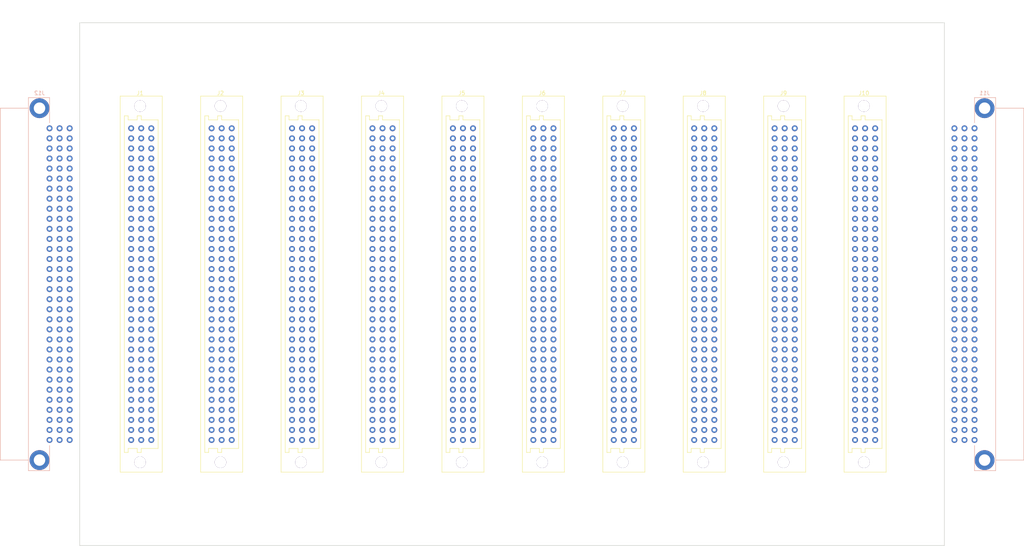
<source format=kicad_pcb>
(kicad_pcb (version 20171130) (host pcbnew 5.0.0+dfsg1-2)
  (layers (0 F.Cu signal) (31 B.Cu signal) (34 B.Paste user) (35 F.Paste user) (36 B.SilkS user) (37 F.SilkS user) (38 B.Mask user) (39 F.Mask user) (44 Edge.Cuts user))
  (net 0 "")
  (net 1 VCC)
  (net 2 D5)
  (net 3 D3)
  (net 4 D6)
  (net 5 D4)
  (net 6 A2)
  (net 7 A4)
  (net 8 A5)
  (net 9 A6)
  (net 10 ~WAIT)
  (net 11 ~BUSRQ)
  (net 12 "Net-(J11-PadA12)")
  (net 13 +12V)
  (net 14 "Net-(J11-PadA14)")
  (net 15 "Net-(J11-PadA15)")
  (net 16 "Net-(J11-PadA16)")
  (net 17 "Net-(J11-PadA17)")
  (net 18 A14)
  (net 19 "Net-(J11-PadA19)")
  (net 20 ~M1)
  (net 21 "Net-(J11-PadA21)")
  (net 22 "Net-(J11-PadA22)")
  (net 23 "Net-(J11-PadA23)")
  (net 24 +BATT)
  (net 25 "Net-(J11-PadA25)")
  (net 26 "Net-(J11-PadA26)")
  (net 27 ~IORQ)
  (net 28 ~RFSH)
  (net 29 A13)
  (net 30 A9)
  (net 31 ~BUSAK)
  (net 32 GND)
  (net 33 RESB)
  (net 34 "Net-(J11-PadB30)")
  (net 35 "Net-(J11-PadB29)")
  (net 36 "Net-(J11-PadB28)")
  (net 37 "Net-(J11-PadB27)")
  (net 38 "Net-(J11-PadB26)")
  (net 39 "Net-(J11-PadB25)")
  (net 40 "Net-(J11-PadB24)")
  (net 41 "Net-(J11-PadB23)")
  (net 42 "Net-(J11-PadB22)")
  (net 43 "Net-(J11-PadB21)")
  (net 44 "Net-(J11-PadB20)")
  (net 45 "Net-(J11-PadB19)")
  (net 46 "Net-(J11-PadB18)")
  (net 47 "Net-(J11-PadB17)")
  (net 48 "Net-(J11-PadB16)")
  (net 49 "Net-(J11-PadB15)")
  (net 50 "Net-(J11-PadB14)")
  (net 51 "Net-(J11-PadB13)")
  (net 52 "Net-(J11-PadB12)")
  (net 53 "Net-(J11-PadB11)")
  (net 54 "Net-(J11-PadB10)")
  (net 55 "Net-(J11-PadB9)")
  (net 56 "Net-(J11-PadB8)")
  (net 57 "Net-(J11-PadB7)")
  (net 58 "Net-(J11-PadB6)")
  (net 59 "Net-(J11-PadB5)")
  (net 60 "Net-(J11-PadB3)")
  (net 61 "Net-(J11-PadB4)")
  (net 62 "Net-(J11-PadB2)")
  (net 63 D0)
  (net 64 D2)
  (net 65 D7)
  (net 66 A0)
  (net 67 A3)
  (net 68 A1)
  (net 69 A8)
  (net 70 A7)
  (net 71 "Net-(J11-PadC10)")
  (net 72 "Net-(J11-PadC11)")
  (net 73 "Net-(J11-PadC12)")
  (net 74 "Net-(J11-PadC13)")
  (net 75 D1)
  (net 76 "Net-(J11-PadC15)")
  (net 77 "Net-(J11-PadC16)")
  (net 78 A11)
  (net 79 A10)
  (net 80 "Net-(J11-PadC19)")
  (net 81 ~NMI)
  (net 82 ~INT)
  (net 83 ~WR)
  (net 84 "Net-(J11-PadC23)")
  (net 85 ~RD)
  (net 86 ~HALT)
  (net 87 "Net-(J11-PadC26)")
  (net 88 A12)
  (net 89 A15)
  (net 90 CLK)
  (net 91 ~MREQ)
  (net 92 ~RESET)
  (net 93 "Net-(J12-PadC26)")
  (net 94 "Net-(J12-PadC23)")
  (net 95 "Net-(J12-PadC19)")
  (net 96 "Net-(J12-PadC16)")
  (net 97 "Net-(J12-PadC15)")
  (net 98 "Net-(J12-PadC13)")
  (net 99 "Net-(J12-PadC12)")
  (net 100 "Net-(J12-PadC11)")
  (net 101 "Net-(J12-PadC10)")
  (net 102 "Net-(J12-PadB2)")
  (net 103 "Net-(J12-PadB4)")
  (net 104 "Net-(J12-PadB3)")
  (net 105 "Net-(J12-PadB5)")
  (net 106 "Net-(J12-PadB6)")
  (net 107 "Net-(J12-PadB7)")
  (net 108 "Net-(J12-PadB8)")
  (net 109 "Net-(J12-PadB9)")
  (net 110 "Net-(J12-PadB10)")
  (net 111 "Net-(J12-PadB11)")
  (net 112 "Net-(J12-PadB12)")
  (net 113 "Net-(J12-PadB13)")
  (net 114 "Net-(J12-PadB14)")
  (net 115 "Net-(J12-PadB15)")
  (net 116 "Net-(J12-PadB16)")
  (net 117 "Net-(J12-PadB17)")
  (net 118 "Net-(J12-PadB18)")
  (net 119 "Net-(J12-PadB19)")
  (net 120 "Net-(J12-PadB20)")
  (net 121 "Net-(J12-PadB21)")
  (net 122 "Net-(J12-PadB22)")
  (net 123 "Net-(J12-PadB23)")
  (net 124 "Net-(J12-PadB24)")
  (net 125 "Net-(J12-PadB25)")
  (net 126 "Net-(J12-PadB26)")
  (net 127 "Net-(J12-PadB27)")
  (net 128 "Net-(J12-PadB28)")
  (net 129 "Net-(J12-PadB29)")
  (net 130 "Net-(J12-PadB30)")
  (net 131 "Net-(J12-PadA26)")
  (net 132 "Net-(J12-PadA25)")
  (net 133 "Net-(J12-PadA23)")
  (net 134 "Net-(J12-PadA22)")
  (net 135 "Net-(J12-PadA21)")
  (net 136 "Net-(J12-PadA19)")
  (net 137 "Net-(J12-PadA17)")
  (net 138 "Net-(J12-PadA16)")
  (net 139 "Net-(J12-PadA15)")
  (net 140 "Net-(J12-PadA14)")
  (net 141 "Net-(J12-PadA12)")
  (module MountingHole:MountingHole_2.5mm (layer F.Cu) (at 259.08 147.9)
    (fp_text reference REF** hide)
    (fp_text value MountingHole_2.5mm)
    (pad 1 np_thru_hole circle (at 0 0) (size 2.5 2.5) (drill 2.5) (layers *.Cu *.Mask))
  )
  (module MountingHole:MountingHole_2.5mm (layer F.Cu) (at 254 147.9)
    (fp_text reference REF** hide)
    (fp_text value MountingHole_2.5mm)
    (pad 1 np_thru_hole circle (at 0 0) (size 2.5 2.5) (drill 2.5) (layers *.Cu *.Mask))
  )
  (module MountingHole:MountingHole_2.5mm (layer F.Cu) (at 248.92 147.9)
    (fp_text reference REF** hide)
    (fp_text value MountingHole_2.5mm)
    (pad 1 np_thru_hole circle (at 0 0) (size 2.5 2.5) (drill 2.5) (layers *.Cu *.Mask))
  )
  (module MountingHole:MountingHole_2.5mm (layer F.Cu) (at 243.84 147.9)
    (fp_text reference REF** hide)
    (fp_text value MountingHole_2.5mm)
    (pad 1 np_thru_hole circle (at 0 0) (size 2.5 2.5) (drill 2.5) (layers *.Cu *.Mask))
  )
  (module MountingHole:MountingHole_2.5mm (layer F.Cu) (at 238.76 147.9)
    (fp_text reference REF** hide)
    (fp_text value MountingHole_2.5mm)
    (pad 1 np_thru_hole circle (at 0 0) (size 2.5 2.5) (drill 2.5) (layers *.Cu *.Mask))
  )
  (module MountingHole:MountingHole_2.5mm (layer F.Cu) (at 233.68 147.9)
    (fp_text reference REF** hide)
    (fp_text value MountingHole_2.5mm)
    (pad 1 np_thru_hole circle (at 0 0) (size 2.5 2.5) (drill 2.5) (layers *.Cu *.Mask))
  )
  (module MountingHole:MountingHole_2.5mm (layer F.Cu) (at 228.6 147.9)
    (fp_text reference REF** hide)
    (fp_text value MountingHole_2.5mm)
    (pad 1 np_thru_hole circle (at 0 0) (size 2.5 2.5) (drill 2.5) (layers *.Cu *.Mask))
  )
  (module MountingHole:MountingHole_2.5mm (layer F.Cu) (at 223.52 147.9)
    (fp_text reference REF** hide)
    (fp_text value MountingHole_2.5mm)
    (pad 1 np_thru_hole circle (at 0 0) (size 2.5 2.5) (drill 2.5) (layers *.Cu *.Mask))
  )
  (module MountingHole:MountingHole_2.5mm (layer F.Cu) (at 218.44 147.9)
    (fp_text reference REF** hide)
    (fp_text value MountingHole_2.5mm)
    (pad 1 np_thru_hole circle (at 0 0) (size 2.5 2.5) (drill 2.5) (layers *.Cu *.Mask))
  )
  (module MountingHole:MountingHole_2.5mm (layer F.Cu) (at 213.36 147.9)
    (fp_text reference REF** hide)
    (fp_text value MountingHole_2.5mm)
    (pad 1 np_thru_hole circle (at 0 0) (size 2.5 2.5) (drill 2.5) (layers *.Cu *.Mask))
  )
  (module MountingHole:MountingHole_2.5mm (layer F.Cu) (at 208.28 147.9)
    (fp_text reference REF** hide)
    (fp_text value MountingHole_2.5mm)
    (pad 1 np_thru_hole circle (at 0 0) (size 2.5 2.5) (drill 2.5) (layers *.Cu *.Mask))
  )
  (module MountingHole:MountingHole_2.5mm (layer F.Cu) (at 203.2 147.9)
    (fp_text reference REF** hide)
    (fp_text value MountingHole_2.5mm)
    (pad 1 np_thru_hole circle (at 0 0) (size 2.5 2.5) (drill 2.5) (layers *.Cu *.Mask))
  )
  (module MountingHole:MountingHole_2.5mm (layer F.Cu) (at 198.12 147.9)
    (fp_text reference REF** hide)
    (fp_text value MountingHole_2.5mm)
    (pad 1 np_thru_hole circle (at 0 0) (size 2.5 2.5) (drill 2.5) (layers *.Cu *.Mask))
  )
  (module MountingHole:MountingHole_2.5mm (layer F.Cu) (at 193.04 147.9)
    (fp_text reference REF** hide)
    (fp_text value MountingHole_2.5mm)
    (pad 1 np_thru_hole circle (at 0 0) (size 2.5 2.5) (drill 2.5) (layers *.Cu *.Mask))
  )
  (module MountingHole:MountingHole_2.5mm (layer F.Cu) (at 187.96 147.9)
    (fp_text reference REF** hide)
    (fp_text value MountingHole_2.5mm)
    (pad 1 np_thru_hole circle (at 0 0) (size 2.5 2.5) (drill 2.5) (layers *.Cu *.Mask))
  )
  (module MountingHole:MountingHole_2.5mm (layer F.Cu) (at 182.88 147.9)
    (fp_text reference REF** hide)
    (fp_text value MountingHole_2.5mm)
    (pad 1 np_thru_hole circle (at 0 0) (size 2.5 2.5) (drill 2.5) (layers *.Cu *.Mask))
  )
  (module MountingHole:MountingHole_2.5mm (layer F.Cu) (at 177.8 147.9)
    (fp_text reference REF** hide)
    (fp_text value MountingHole_2.5mm)
    (pad 1 np_thru_hole circle (at 0 0) (size 2.5 2.5) (drill 2.5) (layers *.Cu *.Mask))
  )
  (module MountingHole:MountingHole_2.5mm (layer F.Cu) (at 172.72 147.9)
    (fp_text reference REF** hide)
    (fp_text value MountingHole_2.5mm)
    (pad 1 np_thru_hole circle (at 0 0) (size 2.5 2.5) (drill 2.5) (layers *.Cu *.Mask))
  )
  (module MountingHole:MountingHole_2.5mm (layer F.Cu) (at 167.64 147.9)
    (fp_text reference REF** hide)
    (fp_text value MountingHole_2.5mm)
    (pad 1 np_thru_hole circle (at 0 0) (size 2.5 2.5) (drill 2.5) (layers *.Cu *.Mask))
  )
  (module MountingHole:MountingHole_2.5mm (layer F.Cu) (at 162.56 147.9)
    (fp_text reference REF** hide)
    (fp_text value MountingHole_2.5mm)
    (pad 1 np_thru_hole circle (at 0 0) (size 2.5 2.5) (drill 2.5) (layers *.Cu *.Mask))
  )
  (module MountingHole:MountingHole_2.5mm (layer F.Cu) (at 157.48 147.9)
    (fp_text reference REF** hide)
    (fp_text value MountingHole_2.5mm)
    (pad 1 np_thru_hole circle (at 0 0) (size 2.5 2.5) (drill 2.5) (layers *.Cu *.Mask))
  )
  (module MountingHole:MountingHole_2.5mm (layer F.Cu) (at 152.4 147.9)
    (fp_text reference REF** hide)
    (fp_text value MountingHole_2.5mm)
    (pad 1 np_thru_hole circle (at 0 0) (size 2.5 2.5) (drill 2.5) (layers *.Cu *.Mask))
  )
  (module MountingHole:MountingHole_2.5mm (layer F.Cu) (at 147.32 147.9)
    (fp_text reference REF** hide)
    (fp_text value MountingHole_2.5mm)
    (pad 1 np_thru_hole circle (at 0 0) (size 2.5 2.5) (drill 2.5) (layers *.Cu *.Mask))
  )
  (module MountingHole:MountingHole_2.5mm (layer F.Cu) (at 142.24 147.9)
    (fp_text reference REF** hide)
    (fp_text value MountingHole_2.5mm)
    (pad 1 np_thru_hole circle (at 0 0) (size 2.5 2.5) (drill 2.5) (layers *.Cu *.Mask))
  )
  (module MountingHole:MountingHole_2.5mm (layer F.Cu) (at 137.16 147.9)
    (fp_text reference REF** hide)
    (fp_text value MountingHole_2.5mm)
    (pad 1 np_thru_hole circle (at 0 0) (size 2.5 2.5) (drill 2.5) (layers *.Cu *.Mask))
  )
  (module MountingHole:MountingHole_2.5mm (layer F.Cu) (at 132.08 147.9)
    (fp_text reference REF** hide)
    (fp_text value MountingHole_2.5mm)
    (pad 1 np_thru_hole circle (at 0 0) (size 2.5 2.5) (drill 2.5) (layers *.Cu *.Mask))
  )
  (module MountingHole:MountingHole_2.5mm (layer F.Cu) (at 127 147.9)
    (fp_text reference REF** hide)
    (fp_text value MountingHole_2.5mm)
    (pad 1 np_thru_hole circle (at 0 0) (size 2.5 2.5) (drill 2.5) (layers *.Cu *.Mask))
  )
  (module MountingHole:MountingHole_2.5mm (layer F.Cu) (at 121.92 147.9)
    (fp_text reference REF** hide)
    (fp_text value MountingHole_2.5mm)
    (pad 1 np_thru_hole circle (at 0 0) (size 2.5 2.5) (drill 2.5) (layers *.Cu *.Mask))
  )
  (module MountingHole:MountingHole_2.5mm (layer F.Cu) (at 116.84 147.9)
    (fp_text reference REF** hide)
    (fp_text value MountingHole_2.5mm)
    (pad 1 np_thru_hole circle (at 0 0) (size 2.5 2.5) (drill 2.5) (layers *.Cu *.Mask))
  )
  (module MountingHole:MountingHole_2.5mm (layer F.Cu) (at 111.76 147.9)
    (fp_text reference REF** hide)
    (fp_text value MountingHole_2.5mm)
    (pad 1 np_thru_hole circle (at 0 0) (size 2.5 2.5) (drill 2.5) (layers *.Cu *.Mask))
  )
  (module MountingHole:MountingHole_2.5mm (layer F.Cu) (at 106.68 147.9)
    (fp_text reference REF** hide)
    (fp_text value MountingHole_2.5mm)
    (pad 1 np_thru_hole circle (at 0 0) (size 2.5 2.5) (drill 2.5) (layers *.Cu *.Mask))
  )
  (module MountingHole:MountingHole_2.5mm (layer F.Cu) (at 101.6 147.9)
    (fp_text reference REF** hide)
    (fp_text value MountingHole_2.5mm)
    (pad 1 np_thru_hole circle (at 0 0) (size 2.5 2.5) (drill 2.5) (layers *.Cu *.Mask))
  )
  (module MountingHole:MountingHole_2.5mm (layer F.Cu) (at 96.52 147.9)
    (fp_text reference REF** hide)
    (fp_text value MountingHole_2.5mm)
    (pad 1 np_thru_hole circle (at 0 0) (size 2.5 2.5) (drill 2.5) (layers *.Cu *.Mask))
  )
  (module MountingHole:MountingHole_2.5mm (layer F.Cu) (at 91.44 147.9)
    (fp_text reference REF** hide)
    (fp_text value MountingHole_2.5mm)
    (pad 1 np_thru_hole circle (at 0 0) (size 2.5 2.5) (drill 2.5) (layers *.Cu *.Mask))
  )
  (module MountingHole:MountingHole_2.5mm (layer F.Cu) (at 86.36 147.9)
    (fp_text reference REF** hide)
    (fp_text value MountingHole_2.5mm)
    (pad 1 np_thru_hole circle (at 0 0) (size 2.5 2.5) (drill 2.5) (layers *.Cu *.Mask))
  )
  (module MountingHole:MountingHole_2.5mm (layer F.Cu) (at 81.28 147.9)
    (fp_text reference REF** hide)
    (fp_text value MountingHole_2.5mm)
    (pad 1 np_thru_hole circle (at 0 0) (size 2.5 2.5) (drill 2.5) (layers *.Cu *.Mask))
  )
  (module MountingHole:MountingHole_2.5mm (layer F.Cu) (at 76.2 147.9)
    (fp_text reference REF** hide)
    (fp_text value MountingHole_2.5mm)
    (pad 1 np_thru_hole circle (at 0 0) (size 2.5 2.5) (drill 2.5) (layers *.Cu *.Mask))
  )
  (module MountingHole:MountingHole_2.5mm (layer F.Cu) (at 71.12 147.9)
    (fp_text reference REF** hide)
    (fp_text value MountingHole_2.5mm)
    (pad 1 np_thru_hole circle (at 0 0) (size 2.5 2.5) (drill 2.5) (layers *.Cu *.Mask))
  )
  (module MountingHole:MountingHole_2.5mm (layer F.Cu) (at 66.04 147.9)
    (fp_text reference REF** hide)
    (fp_text value MountingHole_2.5mm)
    (pad 1 np_thru_hole circle (at 0 0) (size 2.5 2.5) (drill 2.5) (layers *.Cu *.Mask))
  )
  (module MountingHole:MountingHole_2.5mm (layer F.Cu) (at 60.96 147.9)
    (fp_text reference REF** hide)
    (fp_text value MountingHole_2.5mm)
    (pad 1 np_thru_hole circle (at 0 0) (size 2.5 2.5) (drill 2.5) (layers *.Cu *.Mask))
  )
  (module MountingHole:MountingHole_2.5mm (layer F.Cu) (at 55.88 147.9)
    (fp_text reference REF** hide)
    (fp_text value MountingHole_2.5mm)
    (pad 1 np_thru_hole circle (at 0 0) (size 2.5 2.5) (drill 2.5) (layers *.Cu *.Mask))
  )
  (module MountingHole:MountingHole_2.5mm (layer F.Cu) (at 50.8 147.9)
    (fp_text reference REF** hide)
    (fp_text value MountingHole_2.5mm)
    (pad 1 np_thru_hole circle (at 0 0) (size 2.5 2.5) (drill 2.5) (layers *.Cu *.Mask))
  )
  (module MountingHole:MountingHole_2.5mm (layer F.Cu) (at 259.08 25.4)
    (fp_text reference REF** hide)
    (fp_text value MountingHole_2.5mm)
    (pad 1 np_thru_hole circle (at 0 0) (size 2.5 2.5) (drill 2.5) (layers *.Cu *.Mask))
  )
  (module MountingHole:MountingHole_2.5mm (layer F.Cu) (at 254 25.4)
    (fp_text reference REF** hide)
    (fp_text value MountingHole_2.5mm)
    (pad 1 np_thru_hole circle (at 0 0) (size 2.5 2.5) (drill 2.5) (layers *.Cu *.Mask))
  )
  (module MountingHole:MountingHole_2.5mm (layer F.Cu) (at 248.92 25.4)
    (fp_text reference REF** hide)
    (fp_text value MountingHole_2.5mm)
    (pad 1 np_thru_hole circle (at 0 0) (size 2.5 2.5) (drill 2.5) (layers *.Cu *.Mask))
  )
  (module MountingHole:MountingHole_2.5mm (layer F.Cu) (at 243.84 25.4)
    (fp_text reference REF** hide)
    (fp_text value MountingHole_2.5mm)
    (pad 1 np_thru_hole circle (at 0 0) (size 2.5 2.5) (drill 2.5) (layers *.Cu *.Mask))
  )
  (module MountingHole:MountingHole_2.5mm (layer F.Cu) (at 238.76 25.4)
    (fp_text reference REF** hide)
    (fp_text value MountingHole_2.5mm)
    (pad 1 np_thru_hole circle (at 0 0) (size 2.5 2.5) (drill 2.5) (layers *.Cu *.Mask))
  )
  (module MountingHole:MountingHole_2.5mm (layer F.Cu) (at 233.68 25.4)
    (fp_text reference REF** hide)
    (fp_text value MountingHole_2.5mm)
    (pad 1 np_thru_hole circle (at 0 0) (size 2.5 2.5) (drill 2.5) (layers *.Cu *.Mask))
  )
  (module MountingHole:MountingHole_2.5mm (layer F.Cu) (at 228.6 25.4)
    (fp_text reference REF** hide)
    (fp_text value MountingHole_2.5mm)
    (pad 1 np_thru_hole circle (at 0 0) (size 2.5 2.5) (drill 2.5) (layers *.Cu *.Mask))
  )
  (module MountingHole:MountingHole_2.5mm (layer F.Cu) (at 223.52 25.4)
    (fp_text reference REF** hide)
    (fp_text value MountingHole_2.5mm)
    (pad 1 np_thru_hole circle (at 0 0) (size 2.5 2.5) (drill 2.5) (layers *.Cu *.Mask))
  )
  (module MountingHole:MountingHole_2.5mm (layer F.Cu) (at 218.44 25.4)
    (fp_text reference REF** hide)
    (fp_text value MountingHole_2.5mm)
    (pad 1 np_thru_hole circle (at 0 0) (size 2.5 2.5) (drill 2.5) (layers *.Cu *.Mask))
  )
  (module MountingHole:MountingHole_2.5mm (layer F.Cu) (at 213.36 25.4)
    (fp_text reference REF** hide)
    (fp_text value MountingHole_2.5mm)
    (pad 1 np_thru_hole circle (at 0 0) (size 2.5 2.5) (drill 2.5) (layers *.Cu *.Mask))
  )
  (module MountingHole:MountingHole_2.5mm (layer F.Cu) (at 208.28 25.4)
    (fp_text reference REF** hide)
    (fp_text value MountingHole_2.5mm)
    (pad 1 np_thru_hole circle (at 0 0) (size 2.5 2.5) (drill 2.5) (layers *.Cu *.Mask))
  )
  (module MountingHole:MountingHole_2.5mm (layer F.Cu) (at 203.2 25.4)
    (fp_text reference REF** hide)
    (fp_text value MountingHole_2.5mm)
    (pad 1 np_thru_hole circle (at 0 0) (size 2.5 2.5) (drill 2.5) (layers *.Cu *.Mask))
  )
  (module MountingHole:MountingHole_2.5mm (layer F.Cu) (at 198.12 25.4)
    (fp_text reference REF** hide)
    (fp_text value MountingHole_2.5mm)
    (pad 1 np_thru_hole circle (at 0 0) (size 2.5 2.5) (drill 2.5) (layers *.Cu *.Mask))
  )
  (module MountingHole:MountingHole_2.5mm (layer F.Cu) (at 193.04 25.4)
    (fp_text reference REF** hide)
    (fp_text value MountingHole_2.5mm)
    (pad 1 np_thru_hole circle (at 0 0) (size 2.5 2.5) (drill 2.5) (layers *.Cu *.Mask))
  )
  (module MountingHole:MountingHole_2.5mm (layer F.Cu) (at 187.96 25.4)
    (fp_text reference REF** hide)
    (fp_text value MountingHole_2.5mm)
    (pad 1 np_thru_hole circle (at 0 0) (size 2.5 2.5) (drill 2.5) (layers *.Cu *.Mask))
  )
  (module MountingHole:MountingHole_2.5mm (layer F.Cu) (at 182.88 25.4)
    (fp_text reference REF** hide)
    (fp_text value MountingHole_2.5mm)
    (pad 1 np_thru_hole circle (at 0 0) (size 2.5 2.5) (drill 2.5) (layers *.Cu *.Mask))
  )
  (module MountingHole:MountingHole_2.5mm (layer F.Cu) (at 177.8 25.4)
    (fp_text reference REF** hide)
    (fp_text value MountingHole_2.5mm)
    (pad 1 np_thru_hole circle (at 0 0) (size 2.5 2.5) (drill 2.5) (layers *.Cu *.Mask))
  )
  (module MountingHole:MountingHole_2.5mm (layer F.Cu) (at 172.72 25.4)
    (fp_text reference REF** hide)
    (fp_text value MountingHole_2.5mm)
    (pad 1 np_thru_hole circle (at 0 0) (size 2.5 2.5) (drill 2.5) (layers *.Cu *.Mask))
  )
  (module MountingHole:MountingHole_2.5mm (layer F.Cu) (at 167.64 25.4)
    (fp_text reference REF** hide)
    (fp_text value MountingHole_2.5mm)
    (pad 1 np_thru_hole circle (at 0 0) (size 2.5 2.5) (drill 2.5) (layers *.Cu *.Mask))
  )
  (module MountingHole:MountingHole_2.5mm (layer F.Cu) (at 162.56 25.4)
    (fp_text reference REF** hide)
    (fp_text value MountingHole_2.5mm)
    (pad 1 np_thru_hole circle (at 0 0) (size 2.5 2.5) (drill 2.5) (layers *.Cu *.Mask))
  )
  (module MountingHole:MountingHole_2.5mm (layer F.Cu) (at 157.48 25.4)
    (fp_text reference REF** hide)
    (fp_text value MountingHole_2.5mm)
    (pad 1 np_thru_hole circle (at 0 0) (size 2.5 2.5) (drill 2.5) (layers *.Cu *.Mask))
  )
  (module MountingHole:MountingHole_2.5mm (layer F.Cu) (at 152.4 25.4)
    (fp_text reference REF** hide)
    (fp_text value MountingHole_2.5mm)
    (pad 1 np_thru_hole circle (at 0 0) (size 2.5 2.5) (drill 2.5) (layers *.Cu *.Mask))
  )
  (module MountingHole:MountingHole_2.5mm (layer F.Cu) (at 147.32 25.4)
    (fp_text reference REF** hide)
    (fp_text value MountingHole_2.5mm)
    (pad 1 np_thru_hole circle (at 0 0) (size 2.5 2.5) (drill 2.5) (layers *.Cu *.Mask))
  )
  (module MountingHole:MountingHole_2.5mm (layer F.Cu) (at 142.24 25.4)
    (fp_text reference REF** hide)
    (fp_text value MountingHole_2.5mm)
    (pad 1 np_thru_hole circle (at 0 0) (size 2.5 2.5) (drill 2.5) (layers *.Cu *.Mask))
  )
  (module MountingHole:MountingHole_2.5mm (layer F.Cu) (at 137.16 25.4)
    (fp_text reference REF** hide)
    (fp_text value MountingHole_2.5mm)
    (pad 1 np_thru_hole circle (at 0 0) (size 2.5 2.5) (drill 2.5) (layers *.Cu *.Mask))
  )
  (module MountingHole:MountingHole_2.5mm (layer F.Cu) (at 132.08 25.4)
    (fp_text reference REF** hide)
    (fp_text value MountingHole_2.5mm)
    (pad 1 np_thru_hole circle (at 0 0) (size 2.5 2.5) (drill 2.5) (layers *.Cu *.Mask))
  )
  (module MountingHole:MountingHole_2.5mm (layer F.Cu) (at 127 25.4)
    (fp_text reference REF** hide)
    (fp_text value MountingHole_2.5mm)
    (pad 1 np_thru_hole circle (at 0 0) (size 2.5 2.5) (drill 2.5) (layers *.Cu *.Mask))
  )
  (module MountingHole:MountingHole_2.5mm (layer F.Cu) (at 121.92 25.4)
    (fp_text reference REF** hide)
    (fp_text value MountingHole_2.5mm)
    (pad 1 np_thru_hole circle (at 0 0) (size 2.5 2.5) (drill 2.5) (layers *.Cu *.Mask))
  )
  (module MountingHole:MountingHole_2.5mm (layer F.Cu) (at 116.84 25.4)
    (fp_text reference REF** hide)
    (fp_text value MountingHole_2.5mm)
    (pad 1 np_thru_hole circle (at 0 0) (size 2.5 2.5) (drill 2.5) (layers *.Cu *.Mask))
  )
  (module MountingHole:MountingHole_2.5mm (layer F.Cu) (at 111.76 25.4)
    (fp_text reference REF** hide)
    (fp_text value MountingHole_2.5mm)
    (pad 1 np_thru_hole circle (at 0 0) (size 2.5 2.5) (drill 2.5) (layers *.Cu *.Mask))
  )
  (module MountingHole:MountingHole_2.5mm (layer F.Cu) (at 106.68 25.4)
    (fp_text reference REF** hide)
    (fp_text value MountingHole_2.5mm)
    (pad 1 np_thru_hole circle (at 0 0) (size 2.5 2.5) (drill 2.5) (layers *.Cu *.Mask))
  )
  (module MountingHole:MountingHole_2.5mm (layer F.Cu) (at 101.6 25.4)
    (fp_text reference REF** hide)
    (fp_text value MountingHole_2.5mm)
    (pad 1 np_thru_hole circle (at 0 0) (size 2.5 2.5) (drill 2.5) (layers *.Cu *.Mask))
  )
  (module MountingHole:MountingHole_2.5mm (layer F.Cu) (at 96.52 25.4)
    (fp_text reference REF** hide)
    (fp_text value MountingHole_2.5mm)
    (pad 1 np_thru_hole circle (at 0 0) (size 2.5 2.5) (drill 2.5) (layers *.Cu *.Mask))
  )
  (module MountingHole:MountingHole_2.5mm (layer F.Cu) (at 91.44 25.4)
    (fp_text reference REF** hide)
    (fp_text value MountingHole_2.5mm)
    (pad 1 np_thru_hole circle (at 0 0) (size 2.5 2.5) (drill 2.5) (layers *.Cu *.Mask))
  )
  (module MountingHole:MountingHole_2.5mm (layer F.Cu) (at 86.36 25.4)
    (fp_text reference REF** hide)
    (fp_text value MountingHole_2.5mm)
    (pad 1 np_thru_hole circle (at 0 0) (size 2.5 2.5) (drill 2.5) (layers *.Cu *.Mask))
  )
  (module MountingHole:MountingHole_2.5mm (layer F.Cu) (at 81.28 25.4)
    (fp_text reference REF** hide)
    (fp_text value MountingHole_2.5mm)
    (pad 1 np_thru_hole circle (at 0 0) (size 2.5 2.5) (drill 2.5) (layers *.Cu *.Mask))
  )
  (module MountingHole:MountingHole_2.5mm (layer F.Cu) (at 76.2 25.4)
    (fp_text reference REF** hide)
    (fp_text value MountingHole_2.5mm)
    (pad 1 np_thru_hole circle (at 0 0) (size 2.5 2.5) (drill 2.5) (layers *.Cu *.Mask))
  )
  (module MountingHole:MountingHole_2.5mm (layer F.Cu) (at 71.12 25.4)
    (fp_text reference REF** hide)
    (fp_text value MountingHole_2.5mm)
    (pad 1 np_thru_hole circle (at 0 0) (size 2.5 2.5) (drill 2.5) (layers *.Cu *.Mask))
  )
  (module MountingHole:MountingHole_2.5mm (layer F.Cu) (at 66.04 25.4)
    (fp_text reference REF** hide)
    (fp_text value MountingHole_2.5mm)
    (pad 1 np_thru_hole circle (at 0 0) (size 2.5 2.5) (drill 2.5) (layers *.Cu *.Mask))
  )
  (module MountingHole:MountingHole_2.5mm (layer F.Cu) (at 60.96 25.4)
    (fp_text reference REF** hide)
    (fp_text value MountingHole_2.5mm)
    (pad 1 np_thru_hole circle (at 0 0) (size 2.5 2.5) (drill 2.5) (layers *.Cu *.Mask))
  )
  (module MountingHole:MountingHole_2.5mm (layer F.Cu) (at 55.88 25.4)
    (fp_text reference REF** hide)
    (fp_text value MountingHole_2.5mm)
    (pad 1 np_thru_hole circle (at 0 0) (size 2.5 2.5) (drill 2.5) (layers *.Cu *.Mask))
  )
  (module MountingHole:MountingHole_2.5mm (layer F.Cu) (at 50.8 25.4)
    (fp_text reference REF** hide)
    (fp_text value MountingHole_2.5mm)
    (pad 1 np_thru_hole circle (at 0 0) (size 2.5 2.5) (drill 2.5) (layers *.Cu *.Mask))
  )
  (module common:Socket_DIN41612-CaseC1-full-Female-96Pin-3rows (layer F.Cu) (at 60.96 86.65 90)
    (fp_text reference J1 (at 48.26 0 180) (layer F.SilkS))
    (fp_text value C96ABC)
    (pad 1c thru_hole circle (at 39.37 2.84 270) (size 1.50114 1.50114) (drill 0.8001) (layers *.Cu *.Mask))
    (pad 2c thru_hole circle (at 36.83 2.84 270) (size 1.50114 1.50114) (drill 0.8001) (layers *.Cu *.Mask))
    (pad 4c thru_hole circle (at 31.75 2.84 270) (size 1.50114 1.50114) (drill 0.8001) (layers *.Cu *.Mask))
    (pad 3c thru_hole circle (at 34.29 2.84 270) (size 1.50114 1.50114) (drill 0.8001) (layers *.Cu *.Mask))
    (pad 5c thru_hole circle (at 29.21 2.84 270) (size 1.50114 1.50114) (drill 0.8001) (layers *.Cu *.Mask))
    (pad 6c thru_hole circle (at 26.67 2.84 270) (size 1.50114 1.50114) (drill 0.8001) (layers *.Cu *.Mask))
    (pad 7c thru_hole circle (at 24.13 2.84 270) (size 1.50114 1.50114) (drill 0.8001) (layers *.Cu *.Mask))
    (pad 8c thru_hole circle (at 21.59 2.84 270) (size 1.50114 1.50114) (drill 0.8001) (layers *.Cu *.Mask))
    (pad 9c thru_hole circle (at 19.05 2.84 270) (size 1.50114 1.50114) (drill 0.8001) (layers *.Cu *.Mask))
    (pad 10c thru_hole circle (at 16.51 2.84 270) (size 1.50114 1.50114) (drill 0.8001) (layers *.Cu *.Mask))
    (pad 11c thru_hole circle (at 13.97 2.84 270) (size 1.50114 1.50114) (drill 0.8001) (layers *.Cu *.Mask))
    (pad 12c thru_hole circle (at 11.43 2.84 270) (size 1.50114 1.50114) (drill 0.8001) (layers *.Cu *.Mask))
    (pad 13c thru_hole circle (at 8.89 2.84 270) (size 1.50114 1.50114) (drill 0.8001) (layers *.Cu *.Mask))
    (pad 14c thru_hole circle (at 6.35 2.84 270) (size 1.50114 1.50114) (drill 0.8001) (layers *.Cu *.Mask))
    (pad 15c thru_hole circle (at 3.81 2.84 270) (size 1.50114 1.50114) (drill 0.8001) (layers *.Cu *.Mask))
    (pad 16c thru_hole circle (at 1.27 2.84 270) (size 1.50114 1.50114) (drill 0.8001) (layers *.Cu *.Mask))
    (pad 17c thru_hole circle (at -1.27 2.84 270) (size 1.50114 1.50114) (drill 0.8001) (layers *.Cu *.Mask))
    (pad 18c thru_hole circle (at -3.81 2.84 270) (size 1.50114 1.50114) (drill 0.8001) (layers *.Cu *.Mask))
    (pad 19c thru_hole circle (at -6.35 2.84 270) (size 1.50114 1.50114) (drill 0.8001) (layers *.Cu *.Mask))
    (pad 20c thru_hole circle (at -8.89 2.84 270) (size 1.50114 1.50114) (drill 0.8001) (layers *.Cu *.Mask))
    (pad 21c thru_hole circle (at -11.43 2.84 270) (size 1.50114 1.50114) (drill 0.8001) (layers *.Cu *.Mask))
    (pad 22c thru_hole circle (at -13.97 2.84 270) (size 1.50114 1.50114) (drill 0.8001) (layers *.Cu *.Mask))
    (pad 23c thru_hole circle (at -16.51 2.84 270) (size 1.50114 1.50114) (drill 0.8001) (layers *.Cu *.Mask))
    (pad 24c thru_hole circle (at -19.05 2.84 270) (size 1.50114 1.50114) (drill 0.8001) (layers *.Cu *.Mask))
    (pad 25c thru_hole circle (at -21.59 2.84 270) (size 1.50114 1.50114) (drill 0.8001) (layers *.Cu *.Mask))
    (pad 26c thru_hole circle (at -24.13 2.84 270) (size 1.50114 1.50114) (drill 0.8001) (layers *.Cu *.Mask))
    (pad 27c thru_hole circle (at -26.67 2.84 270) (size 1.50114 1.50114) (drill 0.8001) (layers *.Cu *.Mask))
    (pad 28c thru_hole circle (at -29.21 2.84 270) (size 1.50114 1.50114) (drill 0.8001) (layers *.Cu *.Mask))
    (pad 29c thru_hole circle (at -31.75 2.84 270) (size 1.50114 1.50114) (drill 0.8001) (layers *.Cu *.Mask))
    (pad 30c thru_hole circle (at -34.29 2.84 270) (size 1.50114 1.50114) (drill 0.8001) (layers *.Cu *.Mask))
    (pad 31c thru_hole circle (at -36.83 2.84 270) (size 1.50114 1.50114) (drill 0.8001) (layers *.Cu *.Mask))
    (pad 32c thru_hole circle (at -39.37 2.84 270) (size 1.50114 1.50114) (drill 0.8001) (layers *.Cu *.Mask))
    (pad 32b thru_hole circle (at -39.37 0.3 270) (size 1.50114 1.50114) (drill 0.8001) (layers *.Cu *.Mask))
    (pad 31b thru_hole circle (at -36.83 0.3 270) (size 1.50114 1.50114) (drill 0.8001) (layers *.Cu *.Mask))
    (pad 30b thru_hole circle (at -34.29 0.3 270) (size 1.50114 1.50114) (drill 0.8001) (layers *.Cu *.Mask))
    (pad 29b thru_hole circle (at -31.75 0.3 270) (size 1.50114 1.50114) (drill 0.8001) (layers *.Cu *.Mask))
    (pad 28b thru_hole circle (at -29.21 0.3 270) (size 1.50114 1.50114) (drill 0.8001) (layers *.Cu *.Mask))
    (pad 27b thru_hole circle (at -26.67 0.3 270) (size 1.50114 1.50114) (drill 0.8001) (layers *.Cu *.Mask))
    (pad 26b thru_hole circle (at -24.13 0.3 270) (size 1.50114 1.50114) (drill 0.8001) (layers *.Cu *.Mask))
    (pad 25b thru_hole circle (at -21.59 0.3 270) (size 1.50114 1.50114) (drill 0.8001) (layers *.Cu *.Mask))
    (pad 24b thru_hole circle (at -19.05 0.3 270) (size 1.50114 1.50114) (drill 0.8001) (layers *.Cu *.Mask))
    (pad 23b thru_hole circle (at -16.51 0.3 270) (size 1.50114 1.50114) (drill 0.8001) (layers *.Cu *.Mask))
    (pad 22b thru_hole circle (at -13.97 0.3 270) (size 1.50114 1.50114) (drill 0.8001) (layers *.Cu *.Mask))
    (pad 21b thru_hole circle (at -11.43 0.3 270) (size 1.50114 1.50114) (drill 0.8001) (layers *.Cu *.Mask))
    (pad 20b thru_hole circle (at -8.89 0.3 270) (size 1.50114 1.50114) (drill 0.8001) (layers *.Cu *.Mask))
    (pad 19b thru_hole circle (at -6.35 0.3 270) (size 1.50114 1.50114) (drill 0.8001) (layers *.Cu *.Mask))
    (pad 18b thru_hole circle (at -3.81 0.3 270) (size 1.50114 1.50114) (drill 0.8001) (layers *.Cu *.Mask))
    (pad 17b thru_hole circle (at -1.27 0.3 270) (size 1.50114 1.50114) (drill 0.8001) (layers *.Cu *.Mask))
    (pad 16b thru_hole circle (at 1.27 0.3 270) (size 1.50114 1.50114) (drill 0.8001) (layers *.Cu *.Mask))
    (pad 15b thru_hole circle (at 3.81 0.3 270) (size 1.50114 1.50114) (drill 0.8001) (layers *.Cu *.Mask))
    (pad 14b thru_hole circle (at 6.35 0.3 270) (size 1.50114 1.50114) (drill 0.8001) (layers *.Cu *.Mask))
    (pad 13b thru_hole circle (at 8.89 0.3 270) (size 1.50114 1.50114) (drill 0.8001) (layers *.Cu *.Mask))
    (pad 12b thru_hole circle (at 11.43 0.3 270) (size 1.50114 1.50114) (drill 0.8001) (layers *.Cu *.Mask))
    (pad 11b thru_hole circle (at 13.97 0.3 270) (size 1.50114 1.50114) (drill 0.8001) (layers *.Cu *.Mask))
    (pad 10b thru_hole circle (at 16.51 0.3 270) (size 1.50114 1.50114) (drill 0.8001) (layers *.Cu *.Mask))
    (pad 9b thru_hole circle (at 19.05 0.3 270) (size 1.50114 1.50114) (drill 0.8001) (layers *.Cu *.Mask))
    (pad 8b thru_hole circle (at 21.59 0.3 270) (size 1.50114 1.50114) (drill 0.8001) (layers *.Cu *.Mask))
    (pad 7b thru_hole circle (at 24.13 0.3 270) (size 1.50114 1.50114) (drill 0.8001) (layers *.Cu *.Mask))
    (pad 6b thru_hole circle (at 26.67 0.3 270) (size 1.50114 1.50114) (drill 0.8001) (layers *.Cu *.Mask))
    (pad 5b thru_hole circle (at 29.21 0.3 270) (size 1.50114 1.50114) (drill 0.8001) (layers *.Cu *.Mask))
    (pad 3b thru_hole circle (at 34.29 0.3 270) (size 1.50114 1.50114) (drill 0.8001) (layers *.Cu *.Mask))
    (pad 4b thru_hole circle (at 31.75 0.3 270) (size 1.50114 1.50114) (drill 0.8001) (layers *.Cu *.Mask))
    (pad 2b thru_hole circle (at 36.83 0.3 270) (size 1.50114 1.50114) (drill 0.8001) (layers *.Cu *.Mask))
    (pad 1b thru_hole circle (at 39.37 0.3 270) (size 1.50114 1.50114) (drill 0.8001) (layers *.Cu *.Mask))
    (pad 1a thru_hole circle (at 39.37 -2.24 270) (size 1.50114 1.50114) (drill 0.8001) (layers *.Cu *.Mask))
    (pad 2a thru_hole circle (at 36.83 -2.24 270) (size 1.50114 1.50114) (drill 0.8001) (layers *.Cu *.Mask))
    (pad 4a thru_hole circle (at 31.75 -2.24 270) (size 1.50114 1.50114) (drill 0.8001) (layers *.Cu *.Mask))
    (pad 3a thru_hole circle (at 34.29 -2.24 270) (size 1.50114 1.50114) (drill 0.8001) (layers *.Cu *.Mask))
    (pad 5a thru_hole circle (at 29.21 -2.24 270) (size 1.50114 1.50114) (drill 0.8001) (layers *.Cu *.Mask))
    (pad 6a thru_hole circle (at 26.67 -2.24 270) (size 1.50114 1.50114) (drill 0.8001) (layers *.Cu *.Mask))
    (pad 7a thru_hole circle (at 24.13 -2.24 270) (size 1.50114 1.50114) (drill 0.8001) (layers *.Cu *.Mask))
    (pad 8a thru_hole circle (at 21.59 -2.24 270) (size 1.50114 1.50114) (drill 0.8001) (layers *.Cu *.Mask))
    (pad 9a thru_hole circle (at 19.05 -2.24 270) (size 1.50114 1.50114) (drill 0.8001) (layers *.Cu *.Mask))
    (pad 10a thru_hole circle (at 16.51 -2.24 270) (size 1.50114 1.50114) (drill 0.8001) (layers *.Cu *.Mask))
    (pad 11a thru_hole circle (at 13.97 -2.24 270) (size 1.50114 1.50114) (drill 0.8001) (layers *.Cu *.Mask))
    (pad 12a thru_hole circle (at 11.43 -2.24 270) (size 1.50114 1.50114) (drill 0.8001) (layers *.Cu *.Mask))
    (pad 13a thru_hole circle (at 8.89 -2.24 270) (size 1.50114 1.50114) (drill 0.8001) (layers *.Cu *.Mask))
    (pad 14a thru_hole circle (at 6.35 -2.24 270) (size 1.50114 1.50114) (drill 0.8001) (layers *.Cu *.Mask))
    (pad 15a thru_hole circle (at 3.81 -2.24 270) (size 1.50114 1.50114) (drill 0.8001) (layers *.Cu *.Mask))
    (pad 16a thru_hole circle (at 1.27 -2.24 270) (size 1.50114 1.50114) (drill 0.8001) (layers *.Cu *.Mask))
    (pad 17a thru_hole circle (at -1.27 -2.24 270) (size 1.50114 1.50114) (drill 0.8001) (layers *.Cu *.Mask))
    (pad 18a thru_hole circle (at -3.81 -2.24 270) (size 1.50114 1.50114) (drill 0.8001) (layers *.Cu *.Mask))
    (pad 19a thru_hole circle (at -6.35 -2.24 270) (size 1.50114 1.50114) (drill 0.8001) (layers *.Cu *.Mask))
    (pad 20a thru_hole circle (at -8.89 -2.24 270) (size 1.50114 1.50114) (drill 0.8001) (layers *.Cu *.Mask))
    (pad 21a thru_hole circle (at -11.43 -2.24 270) (size 1.50114 1.50114) (drill 0.8001) (layers *.Cu *.Mask))
    (pad 22a thru_hole circle (at -13.97 -2.24 270) (size 1.50114 1.50114) (drill 0.8001) (layers *.Cu *.Mask))
    (pad 23a thru_hole circle (at -16.51 -2.24 270) (size 1.50114 1.50114) (drill 0.8001) (layers *.Cu *.Mask))
    (pad 24a thru_hole circle (at -19.05 -2.24 270) (size 1.50114 1.50114) (drill 0.8001) (layers *.Cu *.Mask))
    (pad 25a thru_hole circle (at -21.59 -2.24 270) (size 1.50114 1.50114) (drill 0.8001) (layers *.Cu *.Mask))
    (pad 26a thru_hole circle (at -24.13 -2.24 270) (size 1.50114 1.50114) (drill 0.8001) (layers *.Cu *.Mask))
    (pad 27a thru_hole circle (at -26.67 -2.24 270) (size 1.50114 1.50114) (drill 0.8001) (layers *.Cu *.Mask))
    (pad 28a thru_hole circle (at -29.21 -2.24 270) (size 1.50114 1.50114) (drill 0.8001) (layers *.Cu *.Mask))
    (pad 29a thru_hole circle (at -31.75 -2.24 270) (size 1.50114 1.50114) (drill 0.8001) (layers *.Cu *.Mask))
    (pad 30a thru_hole circle (at -34.29 -2.24 270) (size 1.50114 1.50114) (drill 0.8001) (layers *.Cu *.Mask))
    (pad 31a thru_hole circle (at -36.83 -2.24 270) (size 1.50114 1.50114) (drill 0.8001) (layers *.Cu *.Mask))
    (pad 32a thru_hole circle (at -39.37 -2.24 270) (size 1.50114 1.50114) (drill 0.8001) (layers *.Cu *.Mask))
    (pad 1 thru_hole circle (at -44.9961 0 90) (size 2.90068 2.90068) (drill 2.90068) (layers *.Cu *.Mask))
    (pad 1 thru_hole circle (at 44.9961 0 90) (size 2.90068 2.90068) (drill 2.90068) (layers *.Cu *.Mask))
  )
  (module common:Socket_DIN41612-CaseC1-full-Female-96Pin-3rows (layer F.Cu) (at 81.28 86.65 90)
    (fp_text reference J2 (at 48.26 0 180) (layer F.SilkS))
    (fp_text value C96ABC)
    (pad 1c thru_hole circle (at 39.37 2.84 270) (size 1.50114 1.50114) (drill 0.8001) (layers *.Cu *.Mask))
    (pad 2c thru_hole circle (at 36.83 2.84 270) (size 1.50114 1.50114) (drill 0.8001) (layers *.Cu *.Mask))
    (pad 4c thru_hole circle (at 31.75 2.84 270) (size 1.50114 1.50114) (drill 0.8001) (layers *.Cu *.Mask))
    (pad 3c thru_hole circle (at 34.29 2.84 270) (size 1.50114 1.50114) (drill 0.8001) (layers *.Cu *.Mask))
    (pad 5c thru_hole circle (at 29.21 2.84 270) (size 1.50114 1.50114) (drill 0.8001) (layers *.Cu *.Mask))
    (pad 6c thru_hole circle (at 26.67 2.84 270) (size 1.50114 1.50114) (drill 0.8001) (layers *.Cu *.Mask))
    (pad 7c thru_hole circle (at 24.13 2.84 270) (size 1.50114 1.50114) (drill 0.8001) (layers *.Cu *.Mask))
    (pad 8c thru_hole circle (at 21.59 2.84 270) (size 1.50114 1.50114) (drill 0.8001) (layers *.Cu *.Mask))
    (pad 9c thru_hole circle (at 19.05 2.84 270) (size 1.50114 1.50114) (drill 0.8001) (layers *.Cu *.Mask))
    (pad 10c thru_hole circle (at 16.51 2.84 270) (size 1.50114 1.50114) (drill 0.8001) (layers *.Cu *.Mask))
    (pad 11c thru_hole circle (at 13.97 2.84 270) (size 1.50114 1.50114) (drill 0.8001) (layers *.Cu *.Mask))
    (pad 12c thru_hole circle (at 11.43 2.84 270) (size 1.50114 1.50114) (drill 0.8001) (layers *.Cu *.Mask))
    (pad 13c thru_hole circle (at 8.89 2.84 270) (size 1.50114 1.50114) (drill 0.8001) (layers *.Cu *.Mask))
    (pad 14c thru_hole circle (at 6.35 2.84 270) (size 1.50114 1.50114) (drill 0.8001) (layers *.Cu *.Mask))
    (pad 15c thru_hole circle (at 3.81 2.84 270) (size 1.50114 1.50114) (drill 0.8001) (layers *.Cu *.Mask))
    (pad 16c thru_hole circle (at 1.27 2.84 270) (size 1.50114 1.50114) (drill 0.8001) (layers *.Cu *.Mask))
    (pad 17c thru_hole circle (at -1.27 2.84 270) (size 1.50114 1.50114) (drill 0.8001) (layers *.Cu *.Mask))
    (pad 18c thru_hole circle (at -3.81 2.84 270) (size 1.50114 1.50114) (drill 0.8001) (layers *.Cu *.Mask))
    (pad 19c thru_hole circle (at -6.35 2.84 270) (size 1.50114 1.50114) (drill 0.8001) (layers *.Cu *.Mask))
    (pad 20c thru_hole circle (at -8.89 2.84 270) (size 1.50114 1.50114) (drill 0.8001) (layers *.Cu *.Mask))
    (pad 21c thru_hole circle (at -11.43 2.84 270) (size 1.50114 1.50114) (drill 0.8001) (layers *.Cu *.Mask))
    (pad 22c thru_hole circle (at -13.97 2.84 270) (size 1.50114 1.50114) (drill 0.8001) (layers *.Cu *.Mask))
    (pad 23c thru_hole circle (at -16.51 2.84 270) (size 1.50114 1.50114) (drill 0.8001) (layers *.Cu *.Mask))
    (pad 24c thru_hole circle (at -19.05 2.84 270) (size 1.50114 1.50114) (drill 0.8001) (layers *.Cu *.Mask))
    (pad 25c thru_hole circle (at -21.59 2.84 270) (size 1.50114 1.50114) (drill 0.8001) (layers *.Cu *.Mask))
    (pad 26c thru_hole circle (at -24.13 2.84 270) (size 1.50114 1.50114) (drill 0.8001) (layers *.Cu *.Mask))
    (pad 27c thru_hole circle (at -26.67 2.84 270) (size 1.50114 1.50114) (drill 0.8001) (layers *.Cu *.Mask))
    (pad 28c thru_hole circle (at -29.21 2.84 270) (size 1.50114 1.50114) (drill 0.8001) (layers *.Cu *.Mask))
    (pad 29c thru_hole circle (at -31.75 2.84 270) (size 1.50114 1.50114) (drill 0.8001) (layers *.Cu *.Mask))
    (pad 30c thru_hole circle (at -34.29 2.84 270) (size 1.50114 1.50114) (drill 0.8001) (layers *.Cu *.Mask))
    (pad 31c thru_hole circle (at -36.83 2.84 270) (size 1.50114 1.50114) (drill 0.8001) (layers *.Cu *.Mask))
    (pad 32c thru_hole circle (at -39.37 2.84 270) (size 1.50114 1.50114) (drill 0.8001) (layers *.Cu *.Mask))
    (pad 32b thru_hole circle (at -39.37 0.3 270) (size 1.50114 1.50114) (drill 0.8001) (layers *.Cu *.Mask))
    (pad 31b thru_hole circle (at -36.83 0.3 270) (size 1.50114 1.50114) (drill 0.8001) (layers *.Cu *.Mask))
    (pad 30b thru_hole circle (at -34.29 0.3 270) (size 1.50114 1.50114) (drill 0.8001) (layers *.Cu *.Mask))
    (pad 29b thru_hole circle (at -31.75 0.3 270) (size 1.50114 1.50114) (drill 0.8001) (layers *.Cu *.Mask))
    (pad 28b thru_hole circle (at -29.21 0.3 270) (size 1.50114 1.50114) (drill 0.8001) (layers *.Cu *.Mask))
    (pad 27b thru_hole circle (at -26.67 0.3 270) (size 1.50114 1.50114) (drill 0.8001) (layers *.Cu *.Mask))
    (pad 26b thru_hole circle (at -24.13 0.3 270) (size 1.50114 1.50114) (drill 0.8001) (layers *.Cu *.Mask))
    (pad 25b thru_hole circle (at -21.59 0.3 270) (size 1.50114 1.50114) (drill 0.8001) (layers *.Cu *.Mask))
    (pad 24b thru_hole circle (at -19.05 0.3 270) (size 1.50114 1.50114) (drill 0.8001) (layers *.Cu *.Mask))
    (pad 23b thru_hole circle (at -16.51 0.3 270) (size 1.50114 1.50114) (drill 0.8001) (layers *.Cu *.Mask))
    (pad 22b thru_hole circle (at -13.97 0.3 270) (size 1.50114 1.50114) (drill 0.8001) (layers *.Cu *.Mask))
    (pad 21b thru_hole circle (at -11.43 0.3 270) (size 1.50114 1.50114) (drill 0.8001) (layers *.Cu *.Mask))
    (pad 20b thru_hole circle (at -8.89 0.3 270) (size 1.50114 1.50114) (drill 0.8001) (layers *.Cu *.Mask))
    (pad 19b thru_hole circle (at -6.35 0.3 270) (size 1.50114 1.50114) (drill 0.8001) (layers *.Cu *.Mask))
    (pad 18b thru_hole circle (at -3.81 0.3 270) (size 1.50114 1.50114) (drill 0.8001) (layers *.Cu *.Mask))
    (pad 17b thru_hole circle (at -1.27 0.3 270) (size 1.50114 1.50114) (drill 0.8001) (layers *.Cu *.Mask))
    (pad 16b thru_hole circle (at 1.27 0.3 270) (size 1.50114 1.50114) (drill 0.8001) (layers *.Cu *.Mask))
    (pad 15b thru_hole circle (at 3.81 0.3 270) (size 1.50114 1.50114) (drill 0.8001) (layers *.Cu *.Mask))
    (pad 14b thru_hole circle (at 6.35 0.3 270) (size 1.50114 1.50114) (drill 0.8001) (layers *.Cu *.Mask))
    (pad 13b thru_hole circle (at 8.89 0.3 270) (size 1.50114 1.50114) (drill 0.8001) (layers *.Cu *.Mask))
    (pad 12b thru_hole circle (at 11.43 0.3 270) (size 1.50114 1.50114) (drill 0.8001) (layers *.Cu *.Mask))
    (pad 11b thru_hole circle (at 13.97 0.3 270) (size 1.50114 1.50114) (drill 0.8001) (layers *.Cu *.Mask))
    (pad 10b thru_hole circle (at 16.51 0.3 270) (size 1.50114 1.50114) (drill 0.8001) (layers *.Cu *.Mask))
    (pad 9b thru_hole circle (at 19.05 0.3 270) (size 1.50114 1.50114) (drill 0.8001) (layers *.Cu *.Mask))
    (pad 8b thru_hole circle (at 21.59 0.3 270) (size 1.50114 1.50114) (drill 0.8001) (layers *.Cu *.Mask))
    (pad 7b thru_hole circle (at 24.13 0.3 270) (size 1.50114 1.50114) (drill 0.8001) (layers *.Cu *.Mask))
    (pad 6b thru_hole circle (at 26.67 0.3 270) (size 1.50114 1.50114) (drill 0.8001) (layers *.Cu *.Mask))
    (pad 5b thru_hole circle (at 29.21 0.3 270) (size 1.50114 1.50114) (drill 0.8001) (layers *.Cu *.Mask))
    (pad 3b thru_hole circle (at 34.29 0.3 270) (size 1.50114 1.50114) (drill 0.8001) (layers *.Cu *.Mask))
    (pad 4b thru_hole circle (at 31.75 0.3 270) (size 1.50114 1.50114) (drill 0.8001) (layers *.Cu *.Mask))
    (pad 2b thru_hole circle (at 36.83 0.3 270) (size 1.50114 1.50114) (drill 0.8001) (layers *.Cu *.Mask))
    (pad 1b thru_hole circle (at 39.37 0.3 270) (size 1.50114 1.50114) (drill 0.8001) (layers *.Cu *.Mask))
    (pad 1a thru_hole circle (at 39.37 -2.24 270) (size 1.50114 1.50114) (drill 0.8001) (layers *.Cu *.Mask))
    (pad 2a thru_hole circle (at 36.83 -2.24 270) (size 1.50114 1.50114) (drill 0.8001) (layers *.Cu *.Mask))
    (pad 4a thru_hole circle (at 31.75 -2.24 270) (size 1.50114 1.50114) (drill 0.8001) (layers *.Cu *.Mask))
    (pad 3a thru_hole circle (at 34.29 -2.24 270) (size 1.50114 1.50114) (drill 0.8001) (layers *.Cu *.Mask))
    (pad 5a thru_hole circle (at 29.21 -2.24 270) (size 1.50114 1.50114) (drill 0.8001) (layers *.Cu *.Mask))
    (pad 6a thru_hole circle (at 26.67 -2.24 270) (size 1.50114 1.50114) (drill 0.8001) (layers *.Cu *.Mask))
    (pad 7a thru_hole circle (at 24.13 -2.24 270) (size 1.50114 1.50114) (drill 0.8001) (layers *.Cu *.Mask))
    (pad 8a thru_hole circle (at 21.59 -2.24 270) (size 1.50114 1.50114) (drill 0.8001) (layers *.Cu *.Mask))
    (pad 9a thru_hole circle (at 19.05 -2.24 270) (size 1.50114 1.50114) (drill 0.8001) (layers *.Cu *.Mask))
    (pad 10a thru_hole circle (at 16.51 -2.24 270) (size 1.50114 1.50114) (drill 0.8001) (layers *.Cu *.Mask))
    (pad 11a thru_hole circle (at 13.97 -2.24 270) (size 1.50114 1.50114) (drill 0.8001) (layers *.Cu *.Mask))
    (pad 12a thru_hole circle (at 11.43 -2.24 270) (size 1.50114 1.50114) (drill 0.8001) (layers *.Cu *.Mask))
    (pad 13a thru_hole circle (at 8.89 -2.24 270) (size 1.50114 1.50114) (drill 0.8001) (layers *.Cu *.Mask))
    (pad 14a thru_hole circle (at 6.35 -2.24 270) (size 1.50114 1.50114) (drill 0.8001) (layers *.Cu *.Mask))
    (pad 15a thru_hole circle (at 3.81 -2.24 270) (size 1.50114 1.50114) (drill 0.8001) (layers *.Cu *.Mask))
    (pad 16a thru_hole circle (at 1.27 -2.24 270) (size 1.50114 1.50114) (drill 0.8001) (layers *.Cu *.Mask))
    (pad 17a thru_hole circle (at -1.27 -2.24 270) (size 1.50114 1.50114) (drill 0.8001) (layers *.Cu *.Mask))
    (pad 18a thru_hole circle (at -3.81 -2.24 270) (size 1.50114 1.50114) (drill 0.8001) (layers *.Cu *.Mask))
    (pad 19a thru_hole circle (at -6.35 -2.24 270) (size 1.50114 1.50114) (drill 0.8001) (layers *.Cu *.Mask))
    (pad 20a thru_hole circle (at -8.89 -2.24 270) (size 1.50114 1.50114) (drill 0.8001) (layers *.Cu *.Mask))
    (pad 21a thru_hole circle (at -11.43 -2.24 270) (size 1.50114 1.50114) (drill 0.8001) (layers *.Cu *.Mask))
    (pad 22a thru_hole circle (at -13.97 -2.24 270) (size 1.50114 1.50114) (drill 0.8001) (layers *.Cu *.Mask))
    (pad 23a thru_hole circle (at -16.51 -2.24 270) (size 1.50114 1.50114) (drill 0.8001) (layers *.Cu *.Mask))
    (pad 24a thru_hole circle (at -19.05 -2.24 270) (size 1.50114 1.50114) (drill 0.8001) (layers *.Cu *.Mask))
    (pad 25a thru_hole circle (at -21.59 -2.24 270) (size 1.50114 1.50114) (drill 0.8001) (layers *.Cu *.Mask))
    (pad 26a thru_hole circle (at -24.13 -2.24 270) (size 1.50114 1.50114) (drill 0.8001) (layers *.Cu *.Mask))
    (pad 27a thru_hole circle (at -26.67 -2.24 270) (size 1.50114 1.50114) (drill 0.8001) (layers *.Cu *.Mask))
    (pad 28a thru_hole circle (at -29.21 -2.24 270) (size 1.50114 1.50114) (drill 0.8001) (layers *.Cu *.Mask))
    (pad 29a thru_hole circle (at -31.75 -2.24 270) (size 1.50114 1.50114) (drill 0.8001) (layers *.Cu *.Mask))
    (pad 30a thru_hole circle (at -34.29 -2.24 270) (size 1.50114 1.50114) (drill 0.8001) (layers *.Cu *.Mask))
    (pad 31a thru_hole circle (at -36.83 -2.24 270) (size 1.50114 1.50114) (drill 0.8001) (layers *.Cu *.Mask))
    (pad 32a thru_hole circle (at -39.37 -2.24 270) (size 1.50114 1.50114) (drill 0.8001) (layers *.Cu *.Mask))
    (pad 1 thru_hole circle (at -44.9961 0 90) (size 2.90068 2.90068) (drill 2.90068) (layers *.Cu *.Mask))
    (pad 1 thru_hole circle (at 44.9961 0 90) (size 2.90068 2.90068) (drill 2.90068) (layers *.Cu *.Mask))
  )
  (module common:Socket_DIN41612-CaseC1-full-Female-96Pin-3rows (layer F.Cu) (at 101.6 86.65 90)
    (fp_text reference J3 (at 48.26 0 180) (layer F.SilkS))
    (fp_text value C96ABC)
    (pad 1c thru_hole circle (at 39.37 2.84 270) (size 1.50114 1.50114) (drill 0.8001) (layers *.Cu *.Mask))
    (pad 2c thru_hole circle (at 36.83 2.84 270) (size 1.50114 1.50114) (drill 0.8001) (layers *.Cu *.Mask))
    (pad 4c thru_hole circle (at 31.75 2.84 270) (size 1.50114 1.50114) (drill 0.8001) (layers *.Cu *.Mask))
    (pad 3c thru_hole circle (at 34.29 2.84 270) (size 1.50114 1.50114) (drill 0.8001) (layers *.Cu *.Mask))
    (pad 5c thru_hole circle (at 29.21 2.84 270) (size 1.50114 1.50114) (drill 0.8001) (layers *.Cu *.Mask))
    (pad 6c thru_hole circle (at 26.67 2.84 270) (size 1.50114 1.50114) (drill 0.8001) (layers *.Cu *.Mask))
    (pad 7c thru_hole circle (at 24.13 2.84 270) (size 1.50114 1.50114) (drill 0.8001) (layers *.Cu *.Mask))
    (pad 8c thru_hole circle (at 21.59 2.84 270) (size 1.50114 1.50114) (drill 0.8001) (layers *.Cu *.Mask))
    (pad 9c thru_hole circle (at 19.05 2.84 270) (size 1.50114 1.50114) (drill 0.8001) (layers *.Cu *.Mask))
    (pad 10c thru_hole circle (at 16.51 2.84 270) (size 1.50114 1.50114) (drill 0.8001) (layers *.Cu *.Mask))
    (pad 11c thru_hole circle (at 13.97 2.84 270) (size 1.50114 1.50114) (drill 0.8001) (layers *.Cu *.Mask))
    (pad 12c thru_hole circle (at 11.43 2.84 270) (size 1.50114 1.50114) (drill 0.8001) (layers *.Cu *.Mask))
    (pad 13c thru_hole circle (at 8.89 2.84 270) (size 1.50114 1.50114) (drill 0.8001) (layers *.Cu *.Mask))
    (pad 14c thru_hole circle (at 6.35 2.84 270) (size 1.50114 1.50114) (drill 0.8001) (layers *.Cu *.Mask))
    (pad 15c thru_hole circle (at 3.81 2.84 270) (size 1.50114 1.50114) (drill 0.8001) (layers *.Cu *.Mask))
    (pad 16c thru_hole circle (at 1.27 2.84 270) (size 1.50114 1.50114) (drill 0.8001) (layers *.Cu *.Mask))
    (pad 17c thru_hole circle (at -1.27 2.84 270) (size 1.50114 1.50114) (drill 0.8001) (layers *.Cu *.Mask))
    (pad 18c thru_hole circle (at -3.81 2.84 270) (size 1.50114 1.50114) (drill 0.8001) (layers *.Cu *.Mask))
    (pad 19c thru_hole circle (at -6.35 2.84 270) (size 1.50114 1.50114) (drill 0.8001) (layers *.Cu *.Mask))
    (pad 20c thru_hole circle (at -8.89 2.84 270) (size 1.50114 1.50114) (drill 0.8001) (layers *.Cu *.Mask))
    (pad 21c thru_hole circle (at -11.43 2.84 270) (size 1.50114 1.50114) (drill 0.8001) (layers *.Cu *.Mask))
    (pad 22c thru_hole circle (at -13.97 2.84 270) (size 1.50114 1.50114) (drill 0.8001) (layers *.Cu *.Mask))
    (pad 23c thru_hole circle (at -16.51 2.84 270) (size 1.50114 1.50114) (drill 0.8001) (layers *.Cu *.Mask))
    (pad 24c thru_hole circle (at -19.05 2.84 270) (size 1.50114 1.50114) (drill 0.8001) (layers *.Cu *.Mask))
    (pad 25c thru_hole circle (at -21.59 2.84 270) (size 1.50114 1.50114) (drill 0.8001) (layers *.Cu *.Mask))
    (pad 26c thru_hole circle (at -24.13 2.84 270) (size 1.50114 1.50114) (drill 0.8001) (layers *.Cu *.Mask))
    (pad 27c thru_hole circle (at -26.67 2.84 270) (size 1.50114 1.50114) (drill 0.8001) (layers *.Cu *.Mask))
    (pad 28c thru_hole circle (at -29.21 2.84 270) (size 1.50114 1.50114) (drill 0.8001) (layers *.Cu *.Mask))
    (pad 29c thru_hole circle (at -31.75 2.84 270) (size 1.50114 1.50114) (drill 0.8001) (layers *.Cu *.Mask))
    (pad 30c thru_hole circle (at -34.29 2.84 270) (size 1.50114 1.50114) (drill 0.8001) (layers *.Cu *.Mask))
    (pad 31c thru_hole circle (at -36.83 2.84 270) (size 1.50114 1.50114) (drill 0.8001) (layers *.Cu *.Mask))
    (pad 32c thru_hole circle (at -39.37 2.84 270) (size 1.50114 1.50114) (drill 0.8001) (layers *.Cu *.Mask))
    (pad 32b thru_hole circle (at -39.37 0.3 270) (size 1.50114 1.50114) (drill 0.8001) (layers *.Cu *.Mask))
    (pad 31b thru_hole circle (at -36.83 0.3 270) (size 1.50114 1.50114) (drill 0.8001) (layers *.Cu *.Mask))
    (pad 30b thru_hole circle (at -34.29 0.3 270) (size 1.50114 1.50114) (drill 0.8001) (layers *.Cu *.Mask))
    (pad 29b thru_hole circle (at -31.75 0.3 270) (size 1.50114 1.50114) (drill 0.8001) (layers *.Cu *.Mask))
    (pad 28b thru_hole circle (at -29.21 0.3 270) (size 1.50114 1.50114) (drill 0.8001) (layers *.Cu *.Mask))
    (pad 27b thru_hole circle (at -26.67 0.3 270) (size 1.50114 1.50114) (drill 0.8001) (layers *.Cu *.Mask))
    (pad 26b thru_hole circle (at -24.13 0.3 270) (size 1.50114 1.50114) (drill 0.8001) (layers *.Cu *.Mask))
    (pad 25b thru_hole circle (at -21.59 0.3 270) (size 1.50114 1.50114) (drill 0.8001) (layers *.Cu *.Mask))
    (pad 24b thru_hole circle (at -19.05 0.3 270) (size 1.50114 1.50114) (drill 0.8001) (layers *.Cu *.Mask))
    (pad 23b thru_hole circle (at -16.51 0.3 270) (size 1.50114 1.50114) (drill 0.8001) (layers *.Cu *.Mask))
    (pad 22b thru_hole circle (at -13.97 0.3 270) (size 1.50114 1.50114) (drill 0.8001) (layers *.Cu *.Mask))
    (pad 21b thru_hole circle (at -11.43 0.3 270) (size 1.50114 1.50114) (drill 0.8001) (layers *.Cu *.Mask))
    (pad 20b thru_hole circle (at -8.89 0.3 270) (size 1.50114 1.50114) (drill 0.8001) (layers *.Cu *.Mask))
    (pad 19b thru_hole circle (at -6.35 0.3 270) (size 1.50114 1.50114) (drill 0.8001) (layers *.Cu *.Mask))
    (pad 18b thru_hole circle (at -3.81 0.3 270) (size 1.50114 1.50114) (drill 0.8001) (layers *.Cu *.Mask))
    (pad 17b thru_hole circle (at -1.27 0.3 270) (size 1.50114 1.50114) (drill 0.8001) (layers *.Cu *.Mask))
    (pad 16b thru_hole circle (at 1.27 0.3 270) (size 1.50114 1.50114) (drill 0.8001) (layers *.Cu *.Mask))
    (pad 15b thru_hole circle (at 3.81 0.3 270) (size 1.50114 1.50114) (drill 0.8001) (layers *.Cu *.Mask))
    (pad 14b thru_hole circle (at 6.35 0.3 270) (size 1.50114 1.50114) (drill 0.8001) (layers *.Cu *.Mask))
    (pad 13b thru_hole circle (at 8.89 0.3 270) (size 1.50114 1.50114) (drill 0.8001) (layers *.Cu *.Mask))
    (pad 12b thru_hole circle (at 11.43 0.3 270) (size 1.50114 1.50114) (drill 0.8001) (layers *.Cu *.Mask))
    (pad 11b thru_hole circle (at 13.97 0.3 270) (size 1.50114 1.50114) (drill 0.8001) (layers *.Cu *.Mask))
    (pad 10b thru_hole circle (at 16.51 0.3 270) (size 1.50114 1.50114) (drill 0.8001) (layers *.Cu *.Mask))
    (pad 9b thru_hole circle (at 19.05 0.3 270) (size 1.50114 1.50114) (drill 0.8001) (layers *.Cu *.Mask))
    (pad 8b thru_hole circle (at 21.59 0.3 270) (size 1.50114 1.50114) (drill 0.8001) (layers *.Cu *.Mask))
    (pad 7b thru_hole circle (at 24.13 0.3 270) (size 1.50114 1.50114) (drill 0.8001) (layers *.Cu *.Mask))
    (pad 6b thru_hole circle (at 26.67 0.3 270) (size 1.50114 1.50114) (drill 0.8001) (layers *.Cu *.Mask))
    (pad 5b thru_hole circle (at 29.21 0.3 270) (size 1.50114 1.50114) (drill 0.8001) (layers *.Cu *.Mask))
    (pad 3b thru_hole circle (at 34.29 0.3 270) (size 1.50114 1.50114) (drill 0.8001) (layers *.Cu *.Mask))
    (pad 4b thru_hole circle (at 31.75 0.3 270) (size 1.50114 1.50114) (drill 0.8001) (layers *.Cu *.Mask))
    (pad 2b thru_hole circle (at 36.83 0.3 270) (size 1.50114 1.50114) (drill 0.8001) (layers *.Cu *.Mask))
    (pad 1b thru_hole circle (at 39.37 0.3 270) (size 1.50114 1.50114) (drill 0.8001) (layers *.Cu *.Mask))
    (pad 1a thru_hole circle (at 39.37 -2.24 270) (size 1.50114 1.50114) (drill 0.8001) (layers *.Cu *.Mask))
    (pad 2a thru_hole circle (at 36.83 -2.24 270) (size 1.50114 1.50114) (drill 0.8001) (layers *.Cu *.Mask))
    (pad 4a thru_hole circle (at 31.75 -2.24 270) (size 1.50114 1.50114) (drill 0.8001) (layers *.Cu *.Mask))
    (pad 3a thru_hole circle (at 34.29 -2.24 270) (size 1.50114 1.50114) (drill 0.8001) (layers *.Cu *.Mask))
    (pad 5a thru_hole circle (at 29.21 -2.24 270) (size 1.50114 1.50114) (drill 0.8001) (layers *.Cu *.Mask))
    (pad 6a thru_hole circle (at 26.67 -2.24 270) (size 1.50114 1.50114) (drill 0.8001) (layers *.Cu *.Mask))
    (pad 7a thru_hole circle (at 24.13 -2.24 270) (size 1.50114 1.50114) (drill 0.8001) (layers *.Cu *.Mask))
    (pad 8a thru_hole circle (at 21.59 -2.24 270) (size 1.50114 1.50114) (drill 0.8001) (layers *.Cu *.Mask))
    (pad 9a thru_hole circle (at 19.05 -2.24 270) (size 1.50114 1.50114) (drill 0.8001) (layers *.Cu *.Mask))
    (pad 10a thru_hole circle (at 16.51 -2.24 270) (size 1.50114 1.50114) (drill 0.8001) (layers *.Cu *.Mask))
    (pad 11a thru_hole circle (at 13.97 -2.24 270) (size 1.50114 1.50114) (drill 0.8001) (layers *.Cu *.Mask))
    (pad 12a thru_hole circle (at 11.43 -2.24 270) (size 1.50114 1.50114) (drill 0.8001) (layers *.Cu *.Mask))
    (pad 13a thru_hole circle (at 8.89 -2.24 270) (size 1.50114 1.50114) (drill 0.8001) (layers *.Cu *.Mask))
    (pad 14a thru_hole circle (at 6.35 -2.24 270) (size 1.50114 1.50114) (drill 0.8001) (layers *.Cu *.Mask))
    (pad 15a thru_hole circle (at 3.81 -2.24 270) (size 1.50114 1.50114) (drill 0.8001) (layers *.Cu *.Mask))
    (pad 16a thru_hole circle (at 1.27 -2.24 270) (size 1.50114 1.50114) (drill 0.8001) (layers *.Cu *.Mask))
    (pad 17a thru_hole circle (at -1.27 -2.24 270) (size 1.50114 1.50114) (drill 0.8001) (layers *.Cu *.Mask))
    (pad 18a thru_hole circle (at -3.81 -2.24 270) (size 1.50114 1.50114) (drill 0.8001) (layers *.Cu *.Mask))
    (pad 19a thru_hole circle (at -6.35 -2.24 270) (size 1.50114 1.50114) (drill 0.8001) (layers *.Cu *.Mask))
    (pad 20a thru_hole circle (at -8.89 -2.24 270) (size 1.50114 1.50114) (drill 0.8001) (layers *.Cu *.Mask))
    (pad 21a thru_hole circle (at -11.43 -2.24 270) (size 1.50114 1.50114) (drill 0.8001) (layers *.Cu *.Mask))
    (pad 22a thru_hole circle (at -13.97 -2.24 270) (size 1.50114 1.50114) (drill 0.8001) (layers *.Cu *.Mask))
    (pad 23a thru_hole circle (at -16.51 -2.24 270) (size 1.50114 1.50114) (drill 0.8001) (layers *.Cu *.Mask))
    (pad 24a thru_hole circle (at -19.05 -2.24 270) (size 1.50114 1.50114) (drill 0.8001) (layers *.Cu *.Mask))
    (pad 25a thru_hole circle (at -21.59 -2.24 270) (size 1.50114 1.50114) (drill 0.8001) (layers *.Cu *.Mask))
    (pad 26a thru_hole circle (at -24.13 -2.24 270) (size 1.50114 1.50114) (drill 0.8001) (layers *.Cu *.Mask))
    (pad 27a thru_hole circle (at -26.67 -2.24 270) (size 1.50114 1.50114) (drill 0.8001) (layers *.Cu *.Mask))
    (pad 28a thru_hole circle (at -29.21 -2.24 270) (size 1.50114 1.50114) (drill 0.8001) (layers *.Cu *.Mask))
    (pad 29a thru_hole circle (at -31.75 -2.24 270) (size 1.50114 1.50114) (drill 0.8001) (layers *.Cu *.Mask))
    (pad 30a thru_hole circle (at -34.29 -2.24 270) (size 1.50114 1.50114) (drill 0.8001) (layers *.Cu *.Mask))
    (pad 31a thru_hole circle (at -36.83 -2.24 270) (size 1.50114 1.50114) (drill 0.8001) (layers *.Cu *.Mask))
    (pad 32a thru_hole circle (at -39.37 -2.24 270) (size 1.50114 1.50114) (drill 0.8001) (layers *.Cu *.Mask))
    (pad 1 thru_hole circle (at -44.9961 0 90) (size 2.90068 2.90068) (drill 2.90068) (layers *.Cu *.Mask))
    (pad 1 thru_hole circle (at 44.9961 0 90) (size 2.90068 2.90068) (drill 2.90068) (layers *.Cu *.Mask))
  )
  (module common:Socket_DIN41612-CaseC1-full-Female-96Pin-3rows (layer F.Cu) (at 121.92 86.65 90)
    (fp_text reference J4 (at 48.26 0 180) (layer F.SilkS))
    (fp_text value C96ABC)
    (pad 1c thru_hole circle (at 39.37 2.84 270) (size 1.50114 1.50114) (drill 0.8001) (layers *.Cu *.Mask))
    (pad 2c thru_hole circle (at 36.83 2.84 270) (size 1.50114 1.50114) (drill 0.8001) (layers *.Cu *.Mask))
    (pad 4c thru_hole circle (at 31.75 2.84 270) (size 1.50114 1.50114) (drill 0.8001) (layers *.Cu *.Mask))
    (pad 3c thru_hole circle (at 34.29 2.84 270) (size 1.50114 1.50114) (drill 0.8001) (layers *.Cu *.Mask))
    (pad 5c thru_hole circle (at 29.21 2.84 270) (size 1.50114 1.50114) (drill 0.8001) (layers *.Cu *.Mask))
    (pad 6c thru_hole circle (at 26.67 2.84 270) (size 1.50114 1.50114) (drill 0.8001) (layers *.Cu *.Mask))
    (pad 7c thru_hole circle (at 24.13 2.84 270) (size 1.50114 1.50114) (drill 0.8001) (layers *.Cu *.Mask))
    (pad 8c thru_hole circle (at 21.59 2.84 270) (size 1.50114 1.50114) (drill 0.8001) (layers *.Cu *.Mask))
    (pad 9c thru_hole circle (at 19.05 2.84 270) (size 1.50114 1.50114) (drill 0.8001) (layers *.Cu *.Mask))
    (pad 10c thru_hole circle (at 16.51 2.84 270) (size 1.50114 1.50114) (drill 0.8001) (layers *.Cu *.Mask))
    (pad 11c thru_hole circle (at 13.97 2.84 270) (size 1.50114 1.50114) (drill 0.8001) (layers *.Cu *.Mask))
    (pad 12c thru_hole circle (at 11.43 2.84 270) (size 1.50114 1.50114) (drill 0.8001) (layers *.Cu *.Mask))
    (pad 13c thru_hole circle (at 8.89 2.84 270) (size 1.50114 1.50114) (drill 0.8001) (layers *.Cu *.Mask))
    (pad 14c thru_hole circle (at 6.35 2.84 270) (size 1.50114 1.50114) (drill 0.8001) (layers *.Cu *.Mask))
    (pad 15c thru_hole circle (at 3.81 2.84 270) (size 1.50114 1.50114) (drill 0.8001) (layers *.Cu *.Mask))
    (pad 16c thru_hole circle (at 1.27 2.84 270) (size 1.50114 1.50114) (drill 0.8001) (layers *.Cu *.Mask))
    (pad 17c thru_hole circle (at -1.27 2.84 270) (size 1.50114 1.50114) (drill 0.8001) (layers *.Cu *.Mask))
    (pad 18c thru_hole circle (at -3.81 2.84 270) (size 1.50114 1.50114) (drill 0.8001) (layers *.Cu *.Mask))
    (pad 19c thru_hole circle (at -6.35 2.84 270) (size 1.50114 1.50114) (drill 0.8001) (layers *.Cu *.Mask))
    (pad 20c thru_hole circle (at -8.89 2.84 270) (size 1.50114 1.50114) (drill 0.8001) (layers *.Cu *.Mask))
    (pad 21c thru_hole circle (at -11.43 2.84 270) (size 1.50114 1.50114) (drill 0.8001) (layers *.Cu *.Mask))
    (pad 22c thru_hole circle (at -13.97 2.84 270) (size 1.50114 1.50114) (drill 0.8001) (layers *.Cu *.Mask))
    (pad 23c thru_hole circle (at -16.51 2.84 270) (size 1.50114 1.50114) (drill 0.8001) (layers *.Cu *.Mask))
    (pad 24c thru_hole circle (at -19.05 2.84 270) (size 1.50114 1.50114) (drill 0.8001) (layers *.Cu *.Mask))
    (pad 25c thru_hole circle (at -21.59 2.84 270) (size 1.50114 1.50114) (drill 0.8001) (layers *.Cu *.Mask))
    (pad 26c thru_hole circle (at -24.13 2.84 270) (size 1.50114 1.50114) (drill 0.8001) (layers *.Cu *.Mask))
    (pad 27c thru_hole circle (at -26.67 2.84 270) (size 1.50114 1.50114) (drill 0.8001) (layers *.Cu *.Mask))
    (pad 28c thru_hole circle (at -29.21 2.84 270) (size 1.50114 1.50114) (drill 0.8001) (layers *.Cu *.Mask))
    (pad 29c thru_hole circle (at -31.75 2.84 270) (size 1.50114 1.50114) (drill 0.8001) (layers *.Cu *.Mask))
    (pad 30c thru_hole circle (at -34.29 2.84 270) (size 1.50114 1.50114) (drill 0.8001) (layers *.Cu *.Mask))
    (pad 31c thru_hole circle (at -36.83 2.84 270) (size 1.50114 1.50114) (drill 0.8001) (layers *.Cu *.Mask))
    (pad 32c thru_hole circle (at -39.37 2.84 270) (size 1.50114 1.50114) (drill 0.8001) (layers *.Cu *.Mask))
    (pad 32b thru_hole circle (at -39.37 0.3 270) (size 1.50114 1.50114) (drill 0.8001) (layers *.Cu *.Mask))
    (pad 31b thru_hole circle (at -36.83 0.3 270) (size 1.50114 1.50114) (drill 0.8001) (layers *.Cu *.Mask))
    (pad 30b thru_hole circle (at -34.29 0.3 270) (size 1.50114 1.50114) (drill 0.8001) (layers *.Cu *.Mask))
    (pad 29b thru_hole circle (at -31.75 0.3 270) (size 1.50114 1.50114) (drill 0.8001) (layers *.Cu *.Mask))
    (pad 28b thru_hole circle (at -29.21 0.3 270) (size 1.50114 1.50114) (drill 0.8001) (layers *.Cu *.Mask))
    (pad 27b thru_hole circle (at -26.67 0.3 270) (size 1.50114 1.50114) (drill 0.8001) (layers *.Cu *.Mask))
    (pad 26b thru_hole circle (at -24.13 0.3 270) (size 1.50114 1.50114) (drill 0.8001) (layers *.Cu *.Mask))
    (pad 25b thru_hole circle (at -21.59 0.3 270) (size 1.50114 1.50114) (drill 0.8001) (layers *.Cu *.Mask))
    (pad 24b thru_hole circle (at -19.05 0.3 270) (size 1.50114 1.50114) (drill 0.8001) (layers *.Cu *.Mask))
    (pad 23b thru_hole circle (at -16.51 0.3 270) (size 1.50114 1.50114) (drill 0.8001) (layers *.Cu *.Mask))
    (pad 22b thru_hole circle (at -13.97 0.3 270) (size 1.50114 1.50114) (drill 0.8001) (layers *.Cu *.Mask))
    (pad 21b thru_hole circle (at -11.43 0.3 270) (size 1.50114 1.50114) (drill 0.8001) (layers *.Cu *.Mask))
    (pad 20b thru_hole circle (at -8.89 0.3 270) (size 1.50114 1.50114) (drill 0.8001) (layers *.Cu *.Mask))
    (pad 19b thru_hole circle (at -6.35 0.3 270) (size 1.50114 1.50114) (drill 0.8001) (layers *.Cu *.Mask))
    (pad 18b thru_hole circle (at -3.81 0.3 270) (size 1.50114 1.50114) (drill 0.8001) (layers *.Cu *.Mask))
    (pad 17b thru_hole circle (at -1.27 0.3 270) (size 1.50114 1.50114) (drill 0.8001) (layers *.Cu *.Mask))
    (pad 16b thru_hole circle (at 1.27 0.3 270) (size 1.50114 1.50114) (drill 0.8001) (layers *.Cu *.Mask))
    (pad 15b thru_hole circle (at 3.81 0.3 270) (size 1.50114 1.50114) (drill 0.8001) (layers *.Cu *.Mask))
    (pad 14b thru_hole circle (at 6.35 0.3 270) (size 1.50114 1.50114) (drill 0.8001) (layers *.Cu *.Mask))
    (pad 13b thru_hole circle (at 8.89 0.3 270) (size 1.50114 1.50114) (drill 0.8001) (layers *.Cu *.Mask))
    (pad 12b thru_hole circle (at 11.43 0.3 270) (size 1.50114 1.50114) (drill 0.8001) (layers *.Cu *.Mask))
    (pad 11b thru_hole circle (at 13.97 0.3 270) (size 1.50114 1.50114) (drill 0.8001) (layers *.Cu *.Mask))
    (pad 10b thru_hole circle (at 16.51 0.3 270) (size 1.50114 1.50114) (drill 0.8001) (layers *.Cu *.Mask))
    (pad 9b thru_hole circle (at 19.05 0.3 270) (size 1.50114 1.50114) (drill 0.8001) (layers *.Cu *.Mask))
    (pad 8b thru_hole circle (at 21.59 0.3 270) (size 1.50114 1.50114) (drill 0.8001) (layers *.Cu *.Mask))
    (pad 7b thru_hole circle (at 24.13 0.3 270) (size 1.50114 1.50114) (drill 0.8001) (layers *.Cu *.Mask))
    (pad 6b thru_hole circle (at 26.67 0.3 270) (size 1.50114 1.50114) (drill 0.8001) (layers *.Cu *.Mask))
    (pad 5b thru_hole circle (at 29.21 0.3 270) (size 1.50114 1.50114) (drill 0.8001) (layers *.Cu *.Mask))
    (pad 3b thru_hole circle (at 34.29 0.3 270) (size 1.50114 1.50114) (drill 0.8001) (layers *.Cu *.Mask))
    (pad 4b thru_hole circle (at 31.75 0.3 270) (size 1.50114 1.50114) (drill 0.8001) (layers *.Cu *.Mask))
    (pad 2b thru_hole circle (at 36.83 0.3 270) (size 1.50114 1.50114) (drill 0.8001) (layers *.Cu *.Mask))
    (pad 1b thru_hole circle (at 39.37 0.3 270) (size 1.50114 1.50114) (drill 0.8001) (layers *.Cu *.Mask))
    (pad 1a thru_hole circle (at 39.37 -2.24 270) (size 1.50114 1.50114) (drill 0.8001) (layers *.Cu *.Mask))
    (pad 2a thru_hole circle (at 36.83 -2.24 270) (size 1.50114 1.50114) (drill 0.8001) (layers *.Cu *.Mask))
    (pad 4a thru_hole circle (at 31.75 -2.24 270) (size 1.50114 1.50114) (drill 0.8001) (layers *.Cu *.Mask))
    (pad 3a thru_hole circle (at 34.29 -2.24 270) (size 1.50114 1.50114) (drill 0.8001) (layers *.Cu *.Mask))
    (pad 5a thru_hole circle (at 29.21 -2.24 270) (size 1.50114 1.50114) (drill 0.8001) (layers *.Cu *.Mask))
    (pad 6a thru_hole circle (at 26.67 -2.24 270) (size 1.50114 1.50114) (drill 0.8001) (layers *.Cu *.Mask))
    (pad 7a thru_hole circle (at 24.13 -2.24 270) (size 1.50114 1.50114) (drill 0.8001) (layers *.Cu *.Mask))
    (pad 8a thru_hole circle (at 21.59 -2.24 270) (size 1.50114 1.50114) (drill 0.8001) (layers *.Cu *.Mask))
    (pad 9a thru_hole circle (at 19.05 -2.24 270) (size 1.50114 1.50114) (drill 0.8001) (layers *.Cu *.Mask))
    (pad 10a thru_hole circle (at 16.51 -2.24 270) (size 1.50114 1.50114) (drill 0.8001) (layers *.Cu *.Mask))
    (pad 11a thru_hole circle (at 13.97 -2.24 270) (size 1.50114 1.50114) (drill 0.8001) (layers *.Cu *.Mask))
    (pad 12a thru_hole circle (at 11.43 -2.24 270) (size 1.50114 1.50114) (drill 0.8001) (layers *.Cu *.Mask))
    (pad 13a thru_hole circle (at 8.89 -2.24 270) (size 1.50114 1.50114) (drill 0.8001) (layers *.Cu *.Mask))
    (pad 14a thru_hole circle (at 6.35 -2.24 270) (size 1.50114 1.50114) (drill 0.8001) (layers *.Cu *.Mask))
    (pad 15a thru_hole circle (at 3.81 -2.24 270) (size 1.50114 1.50114) (drill 0.8001) (layers *.Cu *.Mask))
    (pad 16a thru_hole circle (at 1.27 -2.24 270) (size 1.50114 1.50114) (drill 0.8001) (layers *.Cu *.Mask))
    (pad 17a thru_hole circle (at -1.27 -2.24 270) (size 1.50114 1.50114) (drill 0.8001) (layers *.Cu *.Mask))
    (pad 18a thru_hole circle (at -3.81 -2.24 270) (size 1.50114 1.50114) (drill 0.8001) (layers *.Cu *.Mask))
    (pad 19a thru_hole circle (at -6.35 -2.24 270) (size 1.50114 1.50114) (drill 0.8001) (layers *.Cu *.Mask))
    (pad 20a thru_hole circle (at -8.89 -2.24 270) (size 1.50114 1.50114) (drill 0.8001) (layers *.Cu *.Mask))
    (pad 21a thru_hole circle (at -11.43 -2.24 270) (size 1.50114 1.50114) (drill 0.8001) (layers *.Cu *.Mask))
    (pad 22a thru_hole circle (at -13.97 -2.24 270) (size 1.50114 1.50114) (drill 0.8001) (layers *.Cu *.Mask))
    (pad 23a thru_hole circle (at -16.51 -2.24 270) (size 1.50114 1.50114) (drill 0.8001) (layers *.Cu *.Mask))
    (pad 24a thru_hole circle (at -19.05 -2.24 270) (size 1.50114 1.50114) (drill 0.8001) (layers *.Cu *.Mask))
    (pad 25a thru_hole circle (at -21.59 -2.24 270) (size 1.50114 1.50114) (drill 0.8001) (layers *.Cu *.Mask))
    (pad 26a thru_hole circle (at -24.13 -2.24 270) (size 1.50114 1.50114) (drill 0.8001) (layers *.Cu *.Mask))
    (pad 27a thru_hole circle (at -26.67 -2.24 270) (size 1.50114 1.50114) (drill 0.8001) (layers *.Cu *.Mask))
    (pad 28a thru_hole circle (at -29.21 -2.24 270) (size 1.50114 1.50114) (drill 0.8001) (layers *.Cu *.Mask))
    (pad 29a thru_hole circle (at -31.75 -2.24 270) (size 1.50114 1.50114) (drill 0.8001) (layers *.Cu *.Mask))
    (pad 30a thru_hole circle (at -34.29 -2.24 270) (size 1.50114 1.50114) (drill 0.8001) (layers *.Cu *.Mask))
    (pad 31a thru_hole circle (at -36.83 -2.24 270) (size 1.50114 1.50114) (drill 0.8001) (layers *.Cu *.Mask))
    (pad 32a thru_hole circle (at -39.37 -2.24 270) (size 1.50114 1.50114) (drill 0.8001) (layers *.Cu *.Mask))
    (pad 1 thru_hole circle (at -44.9961 0 90) (size 2.90068 2.90068) (drill 2.90068) (layers *.Cu *.Mask))
    (pad 1 thru_hole circle (at 44.9961 0 90) (size 2.90068 2.90068) (drill 2.90068) (layers *.Cu *.Mask))
  )
  (module common:Socket_DIN41612-CaseC1-full-Female-96Pin-3rows (layer F.Cu) (at 142.24 86.65 90)
    (fp_text reference J5 (at 48.26 0 180) (layer F.SilkS))
    (fp_text value C96ABC)
    (pad 1c thru_hole circle (at 39.37 2.84 270) (size 1.50114 1.50114) (drill 0.8001) (layers *.Cu *.Mask))
    (pad 2c thru_hole circle (at 36.83 2.84 270) (size 1.50114 1.50114) (drill 0.8001) (layers *.Cu *.Mask))
    (pad 4c thru_hole circle (at 31.75 2.84 270) (size 1.50114 1.50114) (drill 0.8001) (layers *.Cu *.Mask))
    (pad 3c thru_hole circle (at 34.29 2.84 270) (size 1.50114 1.50114) (drill 0.8001) (layers *.Cu *.Mask))
    (pad 5c thru_hole circle (at 29.21 2.84 270) (size 1.50114 1.50114) (drill 0.8001) (layers *.Cu *.Mask))
    (pad 6c thru_hole circle (at 26.67 2.84 270) (size 1.50114 1.50114) (drill 0.8001) (layers *.Cu *.Mask))
    (pad 7c thru_hole circle (at 24.13 2.84 270) (size 1.50114 1.50114) (drill 0.8001) (layers *.Cu *.Mask))
    (pad 8c thru_hole circle (at 21.59 2.84 270) (size 1.50114 1.50114) (drill 0.8001) (layers *.Cu *.Mask))
    (pad 9c thru_hole circle (at 19.05 2.84 270) (size 1.50114 1.50114) (drill 0.8001) (layers *.Cu *.Mask))
    (pad 10c thru_hole circle (at 16.51 2.84 270) (size 1.50114 1.50114) (drill 0.8001) (layers *.Cu *.Mask))
    (pad 11c thru_hole circle (at 13.97 2.84 270) (size 1.50114 1.50114) (drill 0.8001) (layers *.Cu *.Mask))
    (pad 12c thru_hole circle (at 11.43 2.84 270) (size 1.50114 1.50114) (drill 0.8001) (layers *.Cu *.Mask))
    (pad 13c thru_hole circle (at 8.89 2.84 270) (size 1.50114 1.50114) (drill 0.8001) (layers *.Cu *.Mask))
    (pad 14c thru_hole circle (at 6.35 2.84 270) (size 1.50114 1.50114) (drill 0.8001) (layers *.Cu *.Mask))
    (pad 15c thru_hole circle (at 3.81 2.84 270) (size 1.50114 1.50114) (drill 0.8001) (layers *.Cu *.Mask))
    (pad 16c thru_hole circle (at 1.27 2.84 270) (size 1.50114 1.50114) (drill 0.8001) (layers *.Cu *.Mask))
    (pad 17c thru_hole circle (at -1.27 2.84 270) (size 1.50114 1.50114) (drill 0.8001) (layers *.Cu *.Mask))
    (pad 18c thru_hole circle (at -3.81 2.84 270) (size 1.50114 1.50114) (drill 0.8001) (layers *.Cu *.Mask))
    (pad 19c thru_hole circle (at -6.35 2.84 270) (size 1.50114 1.50114) (drill 0.8001) (layers *.Cu *.Mask))
    (pad 20c thru_hole circle (at -8.89 2.84 270) (size 1.50114 1.50114) (drill 0.8001) (layers *.Cu *.Mask))
    (pad 21c thru_hole circle (at -11.43 2.84 270) (size 1.50114 1.50114) (drill 0.8001) (layers *.Cu *.Mask))
    (pad 22c thru_hole circle (at -13.97 2.84 270) (size 1.50114 1.50114) (drill 0.8001) (layers *.Cu *.Mask))
    (pad 23c thru_hole circle (at -16.51 2.84 270) (size 1.50114 1.50114) (drill 0.8001) (layers *.Cu *.Mask))
    (pad 24c thru_hole circle (at -19.05 2.84 270) (size 1.50114 1.50114) (drill 0.8001) (layers *.Cu *.Mask))
    (pad 25c thru_hole circle (at -21.59 2.84 270) (size 1.50114 1.50114) (drill 0.8001) (layers *.Cu *.Mask))
    (pad 26c thru_hole circle (at -24.13 2.84 270) (size 1.50114 1.50114) (drill 0.8001) (layers *.Cu *.Mask))
    (pad 27c thru_hole circle (at -26.67 2.84 270) (size 1.50114 1.50114) (drill 0.8001) (layers *.Cu *.Mask))
    (pad 28c thru_hole circle (at -29.21 2.84 270) (size 1.50114 1.50114) (drill 0.8001) (layers *.Cu *.Mask))
    (pad 29c thru_hole circle (at -31.75 2.84 270) (size 1.50114 1.50114) (drill 0.8001) (layers *.Cu *.Mask))
    (pad 30c thru_hole circle (at -34.29 2.84 270) (size 1.50114 1.50114) (drill 0.8001) (layers *.Cu *.Mask))
    (pad 31c thru_hole circle (at -36.83 2.84 270) (size 1.50114 1.50114) (drill 0.8001) (layers *.Cu *.Mask))
    (pad 32c thru_hole circle (at -39.37 2.84 270) (size 1.50114 1.50114) (drill 0.8001) (layers *.Cu *.Mask))
    (pad 32b thru_hole circle (at -39.37 0.3 270) (size 1.50114 1.50114) (drill 0.8001) (layers *.Cu *.Mask))
    (pad 31b thru_hole circle (at -36.83 0.3 270) (size 1.50114 1.50114) (drill 0.8001) (layers *.Cu *.Mask))
    (pad 30b thru_hole circle (at -34.29 0.3 270) (size 1.50114 1.50114) (drill 0.8001) (layers *.Cu *.Mask))
    (pad 29b thru_hole circle (at -31.75 0.3 270) (size 1.50114 1.50114) (drill 0.8001) (layers *.Cu *.Mask))
    (pad 28b thru_hole circle (at -29.21 0.3 270) (size 1.50114 1.50114) (drill 0.8001) (layers *.Cu *.Mask))
    (pad 27b thru_hole circle (at -26.67 0.3 270) (size 1.50114 1.50114) (drill 0.8001) (layers *.Cu *.Mask))
    (pad 26b thru_hole circle (at -24.13 0.3 270) (size 1.50114 1.50114) (drill 0.8001) (layers *.Cu *.Mask))
    (pad 25b thru_hole circle (at -21.59 0.3 270) (size 1.50114 1.50114) (drill 0.8001) (layers *.Cu *.Mask))
    (pad 24b thru_hole circle (at -19.05 0.3 270) (size 1.50114 1.50114) (drill 0.8001) (layers *.Cu *.Mask))
    (pad 23b thru_hole circle (at -16.51 0.3 270) (size 1.50114 1.50114) (drill 0.8001) (layers *.Cu *.Mask))
    (pad 22b thru_hole circle (at -13.97 0.3 270) (size 1.50114 1.50114) (drill 0.8001) (layers *.Cu *.Mask))
    (pad 21b thru_hole circle (at -11.43 0.3 270) (size 1.50114 1.50114) (drill 0.8001) (layers *.Cu *.Mask))
    (pad 20b thru_hole circle (at -8.89 0.3 270) (size 1.50114 1.50114) (drill 0.8001) (layers *.Cu *.Mask))
    (pad 19b thru_hole circle (at -6.35 0.3 270) (size 1.50114 1.50114) (drill 0.8001) (layers *.Cu *.Mask))
    (pad 18b thru_hole circle (at -3.81 0.3 270) (size 1.50114 1.50114) (drill 0.8001) (layers *.Cu *.Mask))
    (pad 17b thru_hole circle (at -1.27 0.3 270) (size 1.50114 1.50114) (drill 0.8001) (layers *.Cu *.Mask))
    (pad 16b thru_hole circle (at 1.27 0.3 270) (size 1.50114 1.50114) (drill 0.8001) (layers *.Cu *.Mask))
    (pad 15b thru_hole circle (at 3.81 0.3 270) (size 1.50114 1.50114) (drill 0.8001) (layers *.Cu *.Mask))
    (pad 14b thru_hole circle (at 6.35 0.3 270) (size 1.50114 1.50114) (drill 0.8001) (layers *.Cu *.Mask))
    (pad 13b thru_hole circle (at 8.89 0.3 270) (size 1.50114 1.50114) (drill 0.8001) (layers *.Cu *.Mask))
    (pad 12b thru_hole circle (at 11.43 0.3 270) (size 1.50114 1.50114) (drill 0.8001) (layers *.Cu *.Mask))
    (pad 11b thru_hole circle (at 13.97 0.3 270) (size 1.50114 1.50114) (drill 0.8001) (layers *.Cu *.Mask))
    (pad 10b thru_hole circle (at 16.51 0.3 270) (size 1.50114 1.50114) (drill 0.8001) (layers *.Cu *.Mask))
    (pad 9b thru_hole circle (at 19.05 0.3 270) (size 1.50114 1.50114) (drill 0.8001) (layers *.Cu *.Mask))
    (pad 8b thru_hole circle (at 21.59 0.3 270) (size 1.50114 1.50114) (drill 0.8001) (layers *.Cu *.Mask))
    (pad 7b thru_hole circle (at 24.13 0.3 270) (size 1.50114 1.50114) (drill 0.8001) (layers *.Cu *.Mask))
    (pad 6b thru_hole circle (at 26.67 0.3 270) (size 1.50114 1.50114) (drill 0.8001) (layers *.Cu *.Mask))
    (pad 5b thru_hole circle (at 29.21 0.3 270) (size 1.50114 1.50114) (drill 0.8001) (layers *.Cu *.Mask))
    (pad 3b thru_hole circle (at 34.29 0.3 270) (size 1.50114 1.50114) (drill 0.8001) (layers *.Cu *.Mask))
    (pad 4b thru_hole circle (at 31.75 0.3 270) (size 1.50114 1.50114) (drill 0.8001) (layers *.Cu *.Mask))
    (pad 2b thru_hole circle (at 36.83 0.3 270) (size 1.50114 1.50114) (drill 0.8001) (layers *.Cu *.Mask))
    (pad 1b thru_hole circle (at 39.37 0.3 270) (size 1.50114 1.50114) (drill 0.8001) (layers *.Cu *.Mask))
    (pad 1a thru_hole circle (at 39.37 -2.24 270) (size 1.50114 1.50114) (drill 0.8001) (layers *.Cu *.Mask))
    (pad 2a thru_hole circle (at 36.83 -2.24 270) (size 1.50114 1.50114) (drill 0.8001) (layers *.Cu *.Mask))
    (pad 4a thru_hole circle (at 31.75 -2.24 270) (size 1.50114 1.50114) (drill 0.8001) (layers *.Cu *.Mask))
    (pad 3a thru_hole circle (at 34.29 -2.24 270) (size 1.50114 1.50114) (drill 0.8001) (layers *.Cu *.Mask))
    (pad 5a thru_hole circle (at 29.21 -2.24 270) (size 1.50114 1.50114) (drill 0.8001) (layers *.Cu *.Mask))
    (pad 6a thru_hole circle (at 26.67 -2.24 270) (size 1.50114 1.50114) (drill 0.8001) (layers *.Cu *.Mask))
    (pad 7a thru_hole circle (at 24.13 -2.24 270) (size 1.50114 1.50114) (drill 0.8001) (layers *.Cu *.Mask))
    (pad 8a thru_hole circle (at 21.59 -2.24 270) (size 1.50114 1.50114) (drill 0.8001) (layers *.Cu *.Mask))
    (pad 9a thru_hole circle (at 19.05 -2.24 270) (size 1.50114 1.50114) (drill 0.8001) (layers *.Cu *.Mask))
    (pad 10a thru_hole circle (at 16.51 -2.24 270) (size 1.50114 1.50114) (drill 0.8001) (layers *.Cu *.Mask))
    (pad 11a thru_hole circle (at 13.97 -2.24 270) (size 1.50114 1.50114) (drill 0.8001) (layers *.Cu *.Mask))
    (pad 12a thru_hole circle (at 11.43 -2.24 270) (size 1.50114 1.50114) (drill 0.8001) (layers *.Cu *.Mask))
    (pad 13a thru_hole circle (at 8.89 -2.24 270) (size 1.50114 1.50114) (drill 0.8001) (layers *.Cu *.Mask))
    (pad 14a thru_hole circle (at 6.35 -2.24 270) (size 1.50114 1.50114) (drill 0.8001) (layers *.Cu *.Mask))
    (pad 15a thru_hole circle (at 3.81 -2.24 270) (size 1.50114 1.50114) (drill 0.8001) (layers *.Cu *.Mask))
    (pad 16a thru_hole circle (at 1.27 -2.24 270) (size 1.50114 1.50114) (drill 0.8001) (layers *.Cu *.Mask))
    (pad 17a thru_hole circle (at -1.27 -2.24 270) (size 1.50114 1.50114) (drill 0.8001) (layers *.Cu *.Mask))
    (pad 18a thru_hole circle (at -3.81 -2.24 270) (size 1.50114 1.50114) (drill 0.8001) (layers *.Cu *.Mask))
    (pad 19a thru_hole circle (at -6.35 -2.24 270) (size 1.50114 1.50114) (drill 0.8001) (layers *.Cu *.Mask))
    (pad 20a thru_hole circle (at -8.89 -2.24 270) (size 1.50114 1.50114) (drill 0.8001) (layers *.Cu *.Mask))
    (pad 21a thru_hole circle (at -11.43 -2.24 270) (size 1.50114 1.50114) (drill 0.8001) (layers *.Cu *.Mask))
    (pad 22a thru_hole circle (at -13.97 -2.24 270) (size 1.50114 1.50114) (drill 0.8001) (layers *.Cu *.Mask))
    (pad 23a thru_hole circle (at -16.51 -2.24 270) (size 1.50114 1.50114) (drill 0.8001) (layers *.Cu *.Mask))
    (pad 24a thru_hole circle (at -19.05 -2.24 270) (size 1.50114 1.50114) (drill 0.8001) (layers *.Cu *.Mask))
    (pad 25a thru_hole circle (at -21.59 -2.24 270) (size 1.50114 1.50114) (drill 0.8001) (layers *.Cu *.Mask))
    (pad 26a thru_hole circle (at -24.13 -2.24 270) (size 1.50114 1.50114) (drill 0.8001) (layers *.Cu *.Mask))
    (pad 27a thru_hole circle (at -26.67 -2.24 270) (size 1.50114 1.50114) (drill 0.8001) (layers *.Cu *.Mask))
    (pad 28a thru_hole circle (at -29.21 -2.24 270) (size 1.50114 1.50114) (drill 0.8001) (layers *.Cu *.Mask))
    (pad 29a thru_hole circle (at -31.75 -2.24 270) (size 1.50114 1.50114) (drill 0.8001) (layers *.Cu *.Mask))
    (pad 30a thru_hole circle (at -34.29 -2.24 270) (size 1.50114 1.50114) (drill 0.8001) (layers *.Cu *.Mask))
    (pad 31a thru_hole circle (at -36.83 -2.24 270) (size 1.50114 1.50114) (drill 0.8001) (layers *.Cu *.Mask))
    (pad 32a thru_hole circle (at -39.37 -2.24 270) (size 1.50114 1.50114) (drill 0.8001) (layers *.Cu *.Mask))
    (pad 1 thru_hole circle (at -44.9961 0 90) (size 2.90068 2.90068) (drill 2.90068) (layers *.Cu *.Mask))
    (pad 1 thru_hole circle (at 44.9961 0 90) (size 2.90068 2.90068) (drill 2.90068) (layers *.Cu *.Mask))
  )
  (module common:Socket_DIN41612-CaseC1-full-Female-96Pin-3rows (layer F.Cu) (at 162.56 86.65 90)
    (fp_text reference J6 (at 48.26 0 180) (layer F.SilkS))
    (fp_text value C96ABC)
    (pad 1c thru_hole circle (at 39.37 2.84 270) (size 1.50114 1.50114) (drill 0.8001) (layers *.Cu *.Mask))
    (pad 2c thru_hole circle (at 36.83 2.84 270) (size 1.50114 1.50114) (drill 0.8001) (layers *.Cu *.Mask))
    (pad 4c thru_hole circle (at 31.75 2.84 270) (size 1.50114 1.50114) (drill 0.8001) (layers *.Cu *.Mask))
    (pad 3c thru_hole circle (at 34.29 2.84 270) (size 1.50114 1.50114) (drill 0.8001) (layers *.Cu *.Mask))
    (pad 5c thru_hole circle (at 29.21 2.84 270) (size 1.50114 1.50114) (drill 0.8001) (layers *.Cu *.Mask))
    (pad 6c thru_hole circle (at 26.67 2.84 270) (size 1.50114 1.50114) (drill 0.8001) (layers *.Cu *.Mask))
    (pad 7c thru_hole circle (at 24.13 2.84 270) (size 1.50114 1.50114) (drill 0.8001) (layers *.Cu *.Mask))
    (pad 8c thru_hole circle (at 21.59 2.84 270) (size 1.50114 1.50114) (drill 0.8001) (layers *.Cu *.Mask))
    (pad 9c thru_hole circle (at 19.05 2.84 270) (size 1.50114 1.50114) (drill 0.8001) (layers *.Cu *.Mask))
    (pad 10c thru_hole circle (at 16.51 2.84 270) (size 1.50114 1.50114) (drill 0.8001) (layers *.Cu *.Mask))
    (pad 11c thru_hole circle (at 13.97 2.84 270) (size 1.50114 1.50114) (drill 0.8001) (layers *.Cu *.Mask))
    (pad 12c thru_hole circle (at 11.43 2.84 270) (size 1.50114 1.50114) (drill 0.8001) (layers *.Cu *.Mask))
    (pad 13c thru_hole circle (at 8.89 2.84 270) (size 1.50114 1.50114) (drill 0.8001) (layers *.Cu *.Mask))
    (pad 14c thru_hole circle (at 6.35 2.84 270) (size 1.50114 1.50114) (drill 0.8001) (layers *.Cu *.Mask))
    (pad 15c thru_hole circle (at 3.81 2.84 270) (size 1.50114 1.50114) (drill 0.8001) (layers *.Cu *.Mask))
    (pad 16c thru_hole circle (at 1.27 2.84 270) (size 1.50114 1.50114) (drill 0.8001) (layers *.Cu *.Mask))
    (pad 17c thru_hole circle (at -1.27 2.84 270) (size 1.50114 1.50114) (drill 0.8001) (layers *.Cu *.Mask))
    (pad 18c thru_hole circle (at -3.81 2.84 270) (size 1.50114 1.50114) (drill 0.8001) (layers *.Cu *.Mask))
    (pad 19c thru_hole circle (at -6.35 2.84 270) (size 1.50114 1.50114) (drill 0.8001) (layers *.Cu *.Mask))
    (pad 20c thru_hole circle (at -8.89 2.84 270) (size 1.50114 1.50114) (drill 0.8001) (layers *.Cu *.Mask))
    (pad 21c thru_hole circle (at -11.43 2.84 270) (size 1.50114 1.50114) (drill 0.8001) (layers *.Cu *.Mask))
    (pad 22c thru_hole circle (at -13.97 2.84 270) (size 1.50114 1.50114) (drill 0.8001) (layers *.Cu *.Mask))
    (pad 23c thru_hole circle (at -16.51 2.84 270) (size 1.50114 1.50114) (drill 0.8001) (layers *.Cu *.Mask))
    (pad 24c thru_hole circle (at -19.05 2.84 270) (size 1.50114 1.50114) (drill 0.8001) (layers *.Cu *.Mask))
    (pad 25c thru_hole circle (at -21.59 2.84 270) (size 1.50114 1.50114) (drill 0.8001) (layers *.Cu *.Mask))
    (pad 26c thru_hole circle (at -24.13 2.84 270) (size 1.50114 1.50114) (drill 0.8001) (layers *.Cu *.Mask))
    (pad 27c thru_hole circle (at -26.67 2.84 270) (size 1.50114 1.50114) (drill 0.8001) (layers *.Cu *.Mask))
    (pad 28c thru_hole circle (at -29.21 2.84 270) (size 1.50114 1.50114) (drill 0.8001) (layers *.Cu *.Mask))
    (pad 29c thru_hole circle (at -31.75 2.84 270) (size 1.50114 1.50114) (drill 0.8001) (layers *.Cu *.Mask))
    (pad 30c thru_hole circle (at -34.29 2.84 270) (size 1.50114 1.50114) (drill 0.8001) (layers *.Cu *.Mask))
    (pad 31c thru_hole circle (at -36.83 2.84 270) (size 1.50114 1.50114) (drill 0.8001) (layers *.Cu *.Mask))
    (pad 32c thru_hole circle (at -39.37 2.84 270) (size 1.50114 1.50114) (drill 0.8001) (layers *.Cu *.Mask))
    (pad 32b thru_hole circle (at -39.37 0.3 270) (size 1.50114 1.50114) (drill 0.8001) (layers *.Cu *.Mask))
    (pad 31b thru_hole circle (at -36.83 0.3 270) (size 1.50114 1.50114) (drill 0.8001) (layers *.Cu *.Mask))
    (pad 30b thru_hole circle (at -34.29 0.3 270) (size 1.50114 1.50114) (drill 0.8001) (layers *.Cu *.Mask))
    (pad 29b thru_hole circle (at -31.75 0.3 270) (size 1.50114 1.50114) (drill 0.8001) (layers *.Cu *.Mask))
    (pad 28b thru_hole circle (at -29.21 0.3 270) (size 1.50114 1.50114) (drill 0.8001) (layers *.Cu *.Mask))
    (pad 27b thru_hole circle (at -26.67 0.3 270) (size 1.50114 1.50114) (drill 0.8001) (layers *.Cu *.Mask))
    (pad 26b thru_hole circle (at -24.13 0.3 270) (size 1.50114 1.50114) (drill 0.8001) (layers *.Cu *.Mask))
    (pad 25b thru_hole circle (at -21.59 0.3 270) (size 1.50114 1.50114) (drill 0.8001) (layers *.Cu *.Mask))
    (pad 24b thru_hole circle (at -19.05 0.3 270) (size 1.50114 1.50114) (drill 0.8001) (layers *.Cu *.Mask))
    (pad 23b thru_hole circle (at -16.51 0.3 270) (size 1.50114 1.50114) (drill 0.8001) (layers *.Cu *.Mask))
    (pad 22b thru_hole circle (at -13.97 0.3 270) (size 1.50114 1.50114) (drill 0.8001) (layers *.Cu *.Mask))
    (pad 21b thru_hole circle (at -11.43 0.3 270) (size 1.50114 1.50114) (drill 0.8001) (layers *.Cu *.Mask))
    (pad 20b thru_hole circle (at -8.89 0.3 270) (size 1.50114 1.50114) (drill 0.8001) (layers *.Cu *.Mask))
    (pad 19b thru_hole circle (at -6.35 0.3 270) (size 1.50114 1.50114) (drill 0.8001) (layers *.Cu *.Mask))
    (pad 18b thru_hole circle (at -3.81 0.3 270) (size 1.50114 1.50114) (drill 0.8001) (layers *.Cu *.Mask))
    (pad 17b thru_hole circle (at -1.27 0.3 270) (size 1.50114 1.50114) (drill 0.8001) (layers *.Cu *.Mask))
    (pad 16b thru_hole circle (at 1.27 0.3 270) (size 1.50114 1.50114) (drill 0.8001) (layers *.Cu *.Mask))
    (pad 15b thru_hole circle (at 3.81 0.3 270) (size 1.50114 1.50114) (drill 0.8001) (layers *.Cu *.Mask))
    (pad 14b thru_hole circle (at 6.35 0.3 270) (size 1.50114 1.50114) (drill 0.8001) (layers *.Cu *.Mask))
    (pad 13b thru_hole circle (at 8.89 0.3 270) (size 1.50114 1.50114) (drill 0.8001) (layers *.Cu *.Mask))
    (pad 12b thru_hole circle (at 11.43 0.3 270) (size 1.50114 1.50114) (drill 0.8001) (layers *.Cu *.Mask))
    (pad 11b thru_hole circle (at 13.97 0.3 270) (size 1.50114 1.50114) (drill 0.8001) (layers *.Cu *.Mask))
    (pad 10b thru_hole circle (at 16.51 0.3 270) (size 1.50114 1.50114) (drill 0.8001) (layers *.Cu *.Mask))
    (pad 9b thru_hole circle (at 19.05 0.3 270) (size 1.50114 1.50114) (drill 0.8001) (layers *.Cu *.Mask))
    (pad 8b thru_hole circle (at 21.59 0.3 270) (size 1.50114 1.50114) (drill 0.8001) (layers *.Cu *.Mask))
    (pad 7b thru_hole circle (at 24.13 0.3 270) (size 1.50114 1.50114) (drill 0.8001) (layers *.Cu *.Mask))
    (pad 6b thru_hole circle (at 26.67 0.3 270) (size 1.50114 1.50114) (drill 0.8001) (layers *.Cu *.Mask))
    (pad 5b thru_hole circle (at 29.21 0.3 270) (size 1.50114 1.50114) (drill 0.8001) (layers *.Cu *.Mask))
    (pad 3b thru_hole circle (at 34.29 0.3 270) (size 1.50114 1.50114) (drill 0.8001) (layers *.Cu *.Mask))
    (pad 4b thru_hole circle (at 31.75 0.3 270) (size 1.50114 1.50114) (drill 0.8001) (layers *.Cu *.Mask))
    (pad 2b thru_hole circle (at 36.83 0.3 270) (size 1.50114 1.50114) (drill 0.8001) (layers *.Cu *.Mask))
    (pad 1b thru_hole circle (at 39.37 0.3 270) (size 1.50114 1.50114) (drill 0.8001) (layers *.Cu *.Mask))
    (pad 1a thru_hole circle (at 39.37 -2.24 270) (size 1.50114 1.50114) (drill 0.8001) (layers *.Cu *.Mask))
    (pad 2a thru_hole circle (at 36.83 -2.24 270) (size 1.50114 1.50114) (drill 0.8001) (layers *.Cu *.Mask))
    (pad 4a thru_hole circle (at 31.75 -2.24 270) (size 1.50114 1.50114) (drill 0.8001) (layers *.Cu *.Mask))
    (pad 3a thru_hole circle (at 34.29 -2.24 270) (size 1.50114 1.50114) (drill 0.8001) (layers *.Cu *.Mask))
    (pad 5a thru_hole circle (at 29.21 -2.24 270) (size 1.50114 1.50114) (drill 0.8001) (layers *.Cu *.Mask))
    (pad 6a thru_hole circle (at 26.67 -2.24 270) (size 1.50114 1.50114) (drill 0.8001) (layers *.Cu *.Mask))
    (pad 7a thru_hole circle (at 24.13 -2.24 270) (size 1.50114 1.50114) (drill 0.8001) (layers *.Cu *.Mask))
    (pad 8a thru_hole circle (at 21.59 -2.24 270) (size 1.50114 1.50114) (drill 0.8001) (layers *.Cu *.Mask))
    (pad 9a thru_hole circle (at 19.05 -2.24 270) (size 1.50114 1.50114) (drill 0.8001) (layers *.Cu *.Mask))
    (pad 10a thru_hole circle (at 16.51 -2.24 270) (size 1.50114 1.50114) (drill 0.8001) (layers *.Cu *.Mask))
    (pad 11a thru_hole circle (at 13.97 -2.24 270) (size 1.50114 1.50114) (drill 0.8001) (layers *.Cu *.Mask))
    (pad 12a thru_hole circle (at 11.43 -2.24 270) (size 1.50114 1.50114) (drill 0.8001) (layers *.Cu *.Mask))
    (pad 13a thru_hole circle (at 8.89 -2.24 270) (size 1.50114 1.50114) (drill 0.8001) (layers *.Cu *.Mask))
    (pad 14a thru_hole circle (at 6.35 -2.24 270) (size 1.50114 1.50114) (drill 0.8001) (layers *.Cu *.Mask))
    (pad 15a thru_hole circle (at 3.81 -2.24 270) (size 1.50114 1.50114) (drill 0.8001) (layers *.Cu *.Mask))
    (pad 16a thru_hole circle (at 1.27 -2.24 270) (size 1.50114 1.50114) (drill 0.8001) (layers *.Cu *.Mask))
    (pad 17a thru_hole circle (at -1.27 -2.24 270) (size 1.50114 1.50114) (drill 0.8001) (layers *.Cu *.Mask))
    (pad 18a thru_hole circle (at -3.81 -2.24 270) (size 1.50114 1.50114) (drill 0.8001) (layers *.Cu *.Mask))
    (pad 19a thru_hole circle (at -6.35 -2.24 270) (size 1.50114 1.50114) (drill 0.8001) (layers *.Cu *.Mask))
    (pad 20a thru_hole circle (at -8.89 -2.24 270) (size 1.50114 1.50114) (drill 0.8001) (layers *.Cu *.Mask))
    (pad 21a thru_hole circle (at -11.43 -2.24 270) (size 1.50114 1.50114) (drill 0.8001) (layers *.Cu *.Mask))
    (pad 22a thru_hole circle (at -13.97 -2.24 270) (size 1.50114 1.50114) (drill 0.8001) (layers *.Cu *.Mask))
    (pad 23a thru_hole circle (at -16.51 -2.24 270) (size 1.50114 1.50114) (drill 0.8001) (layers *.Cu *.Mask))
    (pad 24a thru_hole circle (at -19.05 -2.24 270) (size 1.50114 1.50114) (drill 0.8001) (layers *.Cu *.Mask))
    (pad 25a thru_hole circle (at -21.59 -2.24 270) (size 1.50114 1.50114) (drill 0.8001) (layers *.Cu *.Mask))
    (pad 26a thru_hole circle (at -24.13 -2.24 270) (size 1.50114 1.50114) (drill 0.8001) (layers *.Cu *.Mask))
    (pad 27a thru_hole circle (at -26.67 -2.24 270) (size 1.50114 1.50114) (drill 0.8001) (layers *.Cu *.Mask))
    (pad 28a thru_hole circle (at -29.21 -2.24 270) (size 1.50114 1.50114) (drill 0.8001) (layers *.Cu *.Mask))
    (pad 29a thru_hole circle (at -31.75 -2.24 270) (size 1.50114 1.50114) (drill 0.8001) (layers *.Cu *.Mask))
    (pad 30a thru_hole circle (at -34.29 -2.24 270) (size 1.50114 1.50114) (drill 0.8001) (layers *.Cu *.Mask))
    (pad 31a thru_hole circle (at -36.83 -2.24 270) (size 1.50114 1.50114) (drill 0.8001) (layers *.Cu *.Mask))
    (pad 32a thru_hole circle (at -39.37 -2.24 270) (size 1.50114 1.50114) (drill 0.8001) (layers *.Cu *.Mask))
    (pad 1 thru_hole circle (at -44.9961 0 90) (size 2.90068 2.90068) (drill 2.90068) (layers *.Cu *.Mask))
    (pad 1 thru_hole circle (at 44.9961 0 90) (size 2.90068 2.90068) (drill 2.90068) (layers *.Cu *.Mask))
  )
  (module common:Socket_DIN41612-CaseC1-full-Female-96Pin-3rows (layer F.Cu) (at 182.88 86.65 90)
    (fp_text reference J7 (at 48.26 0 180) (layer F.SilkS))
    (fp_text value C96ABC)
    (pad 1c thru_hole circle (at 39.37 2.84 270) (size 1.50114 1.50114) (drill 0.8001) (layers *.Cu *.Mask))
    (pad 2c thru_hole circle (at 36.83 2.84 270) (size 1.50114 1.50114) (drill 0.8001) (layers *.Cu *.Mask))
    (pad 4c thru_hole circle (at 31.75 2.84 270) (size 1.50114 1.50114) (drill 0.8001) (layers *.Cu *.Mask))
    (pad 3c thru_hole circle (at 34.29 2.84 270) (size 1.50114 1.50114) (drill 0.8001) (layers *.Cu *.Mask))
    (pad 5c thru_hole circle (at 29.21 2.84 270) (size 1.50114 1.50114) (drill 0.8001) (layers *.Cu *.Mask))
    (pad 6c thru_hole circle (at 26.67 2.84 270) (size 1.50114 1.50114) (drill 0.8001) (layers *.Cu *.Mask))
    (pad 7c thru_hole circle (at 24.13 2.84 270) (size 1.50114 1.50114) (drill 0.8001) (layers *.Cu *.Mask))
    (pad 8c thru_hole circle (at 21.59 2.84 270) (size 1.50114 1.50114) (drill 0.8001) (layers *.Cu *.Mask))
    (pad 9c thru_hole circle (at 19.05 2.84 270) (size 1.50114 1.50114) (drill 0.8001) (layers *.Cu *.Mask))
    (pad 10c thru_hole circle (at 16.51 2.84 270) (size 1.50114 1.50114) (drill 0.8001) (layers *.Cu *.Mask))
    (pad 11c thru_hole circle (at 13.97 2.84 270) (size 1.50114 1.50114) (drill 0.8001) (layers *.Cu *.Mask))
    (pad 12c thru_hole circle (at 11.43 2.84 270) (size 1.50114 1.50114) (drill 0.8001) (layers *.Cu *.Mask))
    (pad 13c thru_hole circle (at 8.89 2.84 270) (size 1.50114 1.50114) (drill 0.8001) (layers *.Cu *.Mask))
    (pad 14c thru_hole circle (at 6.35 2.84 270) (size 1.50114 1.50114) (drill 0.8001) (layers *.Cu *.Mask))
    (pad 15c thru_hole circle (at 3.81 2.84 270) (size 1.50114 1.50114) (drill 0.8001) (layers *.Cu *.Mask))
    (pad 16c thru_hole circle (at 1.27 2.84 270) (size 1.50114 1.50114) (drill 0.8001) (layers *.Cu *.Mask))
    (pad 17c thru_hole circle (at -1.27 2.84 270) (size 1.50114 1.50114) (drill 0.8001) (layers *.Cu *.Mask))
    (pad 18c thru_hole circle (at -3.81 2.84 270) (size 1.50114 1.50114) (drill 0.8001) (layers *.Cu *.Mask))
    (pad 19c thru_hole circle (at -6.35 2.84 270) (size 1.50114 1.50114) (drill 0.8001) (layers *.Cu *.Mask))
    (pad 20c thru_hole circle (at -8.89 2.84 270) (size 1.50114 1.50114) (drill 0.8001) (layers *.Cu *.Mask))
    (pad 21c thru_hole circle (at -11.43 2.84 270) (size 1.50114 1.50114) (drill 0.8001) (layers *.Cu *.Mask))
    (pad 22c thru_hole circle (at -13.97 2.84 270) (size 1.50114 1.50114) (drill 0.8001) (layers *.Cu *.Mask))
    (pad 23c thru_hole circle (at -16.51 2.84 270) (size 1.50114 1.50114) (drill 0.8001) (layers *.Cu *.Mask))
    (pad 24c thru_hole circle (at -19.05 2.84 270) (size 1.50114 1.50114) (drill 0.8001) (layers *.Cu *.Mask))
    (pad 25c thru_hole circle (at -21.59 2.84 270) (size 1.50114 1.50114) (drill 0.8001) (layers *.Cu *.Mask))
    (pad 26c thru_hole circle (at -24.13 2.84 270) (size 1.50114 1.50114) (drill 0.8001) (layers *.Cu *.Mask))
    (pad 27c thru_hole circle (at -26.67 2.84 270) (size 1.50114 1.50114) (drill 0.8001) (layers *.Cu *.Mask))
    (pad 28c thru_hole circle (at -29.21 2.84 270) (size 1.50114 1.50114) (drill 0.8001) (layers *.Cu *.Mask))
    (pad 29c thru_hole circle (at -31.75 2.84 270) (size 1.50114 1.50114) (drill 0.8001) (layers *.Cu *.Mask))
    (pad 30c thru_hole circle (at -34.29 2.84 270) (size 1.50114 1.50114) (drill 0.8001) (layers *.Cu *.Mask))
    (pad 31c thru_hole circle (at -36.83 2.84 270) (size 1.50114 1.50114) (drill 0.8001) (layers *.Cu *.Mask))
    (pad 32c thru_hole circle (at -39.37 2.84 270) (size 1.50114 1.50114) (drill 0.8001) (layers *.Cu *.Mask))
    (pad 32b thru_hole circle (at -39.37 0.3 270) (size 1.50114 1.50114) (drill 0.8001) (layers *.Cu *.Mask))
    (pad 31b thru_hole circle (at -36.83 0.3 270) (size 1.50114 1.50114) (drill 0.8001) (layers *.Cu *.Mask))
    (pad 30b thru_hole circle (at -34.29 0.3 270) (size 1.50114 1.50114) (drill 0.8001) (layers *.Cu *.Mask))
    (pad 29b thru_hole circle (at -31.75 0.3 270) (size 1.50114 1.50114) (drill 0.8001) (layers *.Cu *.Mask))
    (pad 28b thru_hole circle (at -29.21 0.3 270) (size 1.50114 1.50114) (drill 0.8001) (layers *.Cu *.Mask))
    (pad 27b thru_hole circle (at -26.67 0.3 270) (size 1.50114 1.50114) (drill 0.8001) (layers *.Cu *.Mask))
    (pad 26b thru_hole circle (at -24.13 0.3 270) (size 1.50114 1.50114) (drill 0.8001) (layers *.Cu *.Mask))
    (pad 25b thru_hole circle (at -21.59 0.3 270) (size 1.50114 1.50114) (drill 0.8001) (layers *.Cu *.Mask))
    (pad 24b thru_hole circle (at -19.05 0.3 270) (size 1.50114 1.50114) (drill 0.8001) (layers *.Cu *.Mask))
    (pad 23b thru_hole circle (at -16.51 0.3 270) (size 1.50114 1.50114) (drill 0.8001) (layers *.Cu *.Mask))
    (pad 22b thru_hole circle (at -13.97 0.3 270) (size 1.50114 1.50114) (drill 0.8001) (layers *.Cu *.Mask))
    (pad 21b thru_hole circle (at -11.43 0.3 270) (size 1.50114 1.50114) (drill 0.8001) (layers *.Cu *.Mask))
    (pad 20b thru_hole circle (at -8.89 0.3 270) (size 1.50114 1.50114) (drill 0.8001) (layers *.Cu *.Mask))
    (pad 19b thru_hole circle (at -6.35 0.3 270) (size 1.50114 1.50114) (drill 0.8001) (layers *.Cu *.Mask))
    (pad 18b thru_hole circle (at -3.81 0.3 270) (size 1.50114 1.50114) (drill 0.8001) (layers *.Cu *.Mask))
    (pad 17b thru_hole circle (at -1.27 0.3 270) (size 1.50114 1.50114) (drill 0.8001) (layers *.Cu *.Mask))
    (pad 16b thru_hole circle (at 1.27 0.3 270) (size 1.50114 1.50114) (drill 0.8001) (layers *.Cu *.Mask))
    (pad 15b thru_hole circle (at 3.81 0.3 270) (size 1.50114 1.50114) (drill 0.8001) (layers *.Cu *.Mask))
    (pad 14b thru_hole circle (at 6.35 0.3 270) (size 1.50114 1.50114) (drill 0.8001) (layers *.Cu *.Mask))
    (pad 13b thru_hole circle (at 8.89 0.3 270) (size 1.50114 1.50114) (drill 0.8001) (layers *.Cu *.Mask))
    (pad 12b thru_hole circle (at 11.43 0.3 270) (size 1.50114 1.50114) (drill 0.8001) (layers *.Cu *.Mask))
    (pad 11b thru_hole circle (at 13.97 0.3 270) (size 1.50114 1.50114) (drill 0.8001) (layers *.Cu *.Mask))
    (pad 10b thru_hole circle (at 16.51 0.3 270) (size 1.50114 1.50114) (drill 0.8001) (layers *.Cu *.Mask))
    (pad 9b thru_hole circle (at 19.05 0.3 270) (size 1.50114 1.50114) (drill 0.8001) (layers *.Cu *.Mask))
    (pad 8b thru_hole circle (at 21.59 0.3 270) (size 1.50114 1.50114) (drill 0.8001) (layers *.Cu *.Mask))
    (pad 7b thru_hole circle (at 24.13 0.3 270) (size 1.50114 1.50114) (drill 0.8001) (layers *.Cu *.Mask))
    (pad 6b thru_hole circle (at 26.67 0.3 270) (size 1.50114 1.50114) (drill 0.8001) (layers *.Cu *.Mask))
    (pad 5b thru_hole circle (at 29.21 0.3 270) (size 1.50114 1.50114) (drill 0.8001) (layers *.Cu *.Mask))
    (pad 3b thru_hole circle (at 34.29 0.3 270) (size 1.50114 1.50114) (drill 0.8001) (layers *.Cu *.Mask))
    (pad 4b thru_hole circle (at 31.75 0.3 270) (size 1.50114 1.50114) (drill 0.8001) (layers *.Cu *.Mask))
    (pad 2b thru_hole circle (at 36.83 0.3 270) (size 1.50114 1.50114) (drill 0.8001) (layers *.Cu *.Mask))
    (pad 1b thru_hole circle (at 39.37 0.3 270) (size 1.50114 1.50114) (drill 0.8001) (layers *.Cu *.Mask))
    (pad 1a thru_hole circle (at 39.37 -2.24 270) (size 1.50114 1.50114) (drill 0.8001) (layers *.Cu *.Mask))
    (pad 2a thru_hole circle (at 36.83 -2.24 270) (size 1.50114 1.50114) (drill 0.8001) (layers *.Cu *.Mask))
    (pad 4a thru_hole circle (at 31.75 -2.24 270) (size 1.50114 1.50114) (drill 0.8001) (layers *.Cu *.Mask))
    (pad 3a thru_hole circle (at 34.29 -2.24 270) (size 1.50114 1.50114) (drill 0.8001) (layers *.Cu *.Mask))
    (pad 5a thru_hole circle (at 29.21 -2.24 270) (size 1.50114 1.50114) (drill 0.8001) (layers *.Cu *.Mask))
    (pad 6a thru_hole circle (at 26.67 -2.24 270) (size 1.50114 1.50114) (drill 0.8001) (layers *.Cu *.Mask))
    (pad 7a thru_hole circle (at 24.13 -2.24 270) (size 1.50114 1.50114) (drill 0.8001) (layers *.Cu *.Mask))
    (pad 8a thru_hole circle (at 21.59 -2.24 270) (size 1.50114 1.50114) (drill 0.8001) (layers *.Cu *.Mask))
    (pad 9a thru_hole circle (at 19.05 -2.24 270) (size 1.50114 1.50114) (drill 0.8001) (layers *.Cu *.Mask))
    (pad 10a thru_hole circle (at 16.51 -2.24 270) (size 1.50114 1.50114) (drill 0.8001) (layers *.Cu *.Mask))
    (pad 11a thru_hole circle (at 13.97 -2.24 270) (size 1.50114 1.50114) (drill 0.8001) (layers *.Cu *.Mask))
    (pad 12a thru_hole circle (at 11.43 -2.24 270) (size 1.50114 1.50114) (drill 0.8001) (layers *.Cu *.Mask))
    (pad 13a thru_hole circle (at 8.89 -2.24 270) (size 1.50114 1.50114) (drill 0.8001) (layers *.Cu *.Mask))
    (pad 14a thru_hole circle (at 6.35 -2.24 270) (size 1.50114 1.50114) (drill 0.8001) (layers *.Cu *.Mask))
    (pad 15a thru_hole circle (at 3.81 -2.24 270) (size 1.50114 1.50114) (drill 0.8001) (layers *.Cu *.Mask))
    (pad 16a thru_hole circle (at 1.27 -2.24 270) (size 1.50114 1.50114) (drill 0.8001) (layers *.Cu *.Mask))
    (pad 17a thru_hole circle (at -1.27 -2.24 270) (size 1.50114 1.50114) (drill 0.8001) (layers *.Cu *.Mask))
    (pad 18a thru_hole circle (at -3.81 -2.24 270) (size 1.50114 1.50114) (drill 0.8001) (layers *.Cu *.Mask))
    (pad 19a thru_hole circle (at -6.35 -2.24 270) (size 1.50114 1.50114) (drill 0.8001) (layers *.Cu *.Mask))
    (pad 20a thru_hole circle (at -8.89 -2.24 270) (size 1.50114 1.50114) (drill 0.8001) (layers *.Cu *.Mask))
    (pad 21a thru_hole circle (at -11.43 -2.24 270) (size 1.50114 1.50114) (drill 0.8001) (layers *.Cu *.Mask))
    (pad 22a thru_hole circle (at -13.97 -2.24 270) (size 1.50114 1.50114) (drill 0.8001) (layers *.Cu *.Mask))
    (pad 23a thru_hole circle (at -16.51 -2.24 270) (size 1.50114 1.50114) (drill 0.8001) (layers *.Cu *.Mask))
    (pad 24a thru_hole circle (at -19.05 -2.24 270) (size 1.50114 1.50114) (drill 0.8001) (layers *.Cu *.Mask))
    (pad 25a thru_hole circle (at -21.59 -2.24 270) (size 1.50114 1.50114) (drill 0.8001) (layers *.Cu *.Mask))
    (pad 26a thru_hole circle (at -24.13 -2.24 270) (size 1.50114 1.50114) (drill 0.8001) (layers *.Cu *.Mask))
    (pad 27a thru_hole circle (at -26.67 -2.24 270) (size 1.50114 1.50114) (drill 0.8001) (layers *.Cu *.Mask))
    (pad 28a thru_hole circle (at -29.21 -2.24 270) (size 1.50114 1.50114) (drill 0.8001) (layers *.Cu *.Mask))
    (pad 29a thru_hole circle (at -31.75 -2.24 270) (size 1.50114 1.50114) (drill 0.8001) (layers *.Cu *.Mask))
    (pad 30a thru_hole circle (at -34.29 -2.24 270) (size 1.50114 1.50114) (drill 0.8001) (layers *.Cu *.Mask))
    (pad 31a thru_hole circle (at -36.83 -2.24 270) (size 1.50114 1.50114) (drill 0.8001) (layers *.Cu *.Mask))
    (pad 32a thru_hole circle (at -39.37 -2.24 270) (size 1.50114 1.50114) (drill 0.8001) (layers *.Cu *.Mask))
    (pad 1 thru_hole circle (at -44.9961 0 90) (size 2.90068 2.90068) (drill 2.90068) (layers *.Cu *.Mask))
    (pad 1 thru_hole circle (at 44.9961 0 90) (size 2.90068 2.90068) (drill 2.90068) (layers *.Cu *.Mask))
  )
  (module common:Socket_DIN41612-CaseC1-full-Female-96Pin-3rows (layer F.Cu) (at 203.2 86.65 90)
    (fp_text reference J8 (at 48.26 0 180) (layer F.SilkS))
    (fp_text value C96ABC)
    (pad 1c thru_hole circle (at 39.37 2.84 270) (size 1.50114 1.50114) (drill 0.8001) (layers *.Cu *.Mask))
    (pad 2c thru_hole circle (at 36.83 2.84 270) (size 1.50114 1.50114) (drill 0.8001) (layers *.Cu *.Mask))
    (pad 4c thru_hole circle (at 31.75 2.84 270) (size 1.50114 1.50114) (drill 0.8001) (layers *.Cu *.Mask))
    (pad 3c thru_hole circle (at 34.29 2.84 270) (size 1.50114 1.50114) (drill 0.8001) (layers *.Cu *.Mask))
    (pad 5c thru_hole circle (at 29.21 2.84 270) (size 1.50114 1.50114) (drill 0.8001) (layers *.Cu *.Mask))
    (pad 6c thru_hole circle (at 26.67 2.84 270) (size 1.50114 1.50114) (drill 0.8001) (layers *.Cu *.Mask))
    (pad 7c thru_hole circle (at 24.13 2.84 270) (size 1.50114 1.50114) (drill 0.8001) (layers *.Cu *.Mask))
    (pad 8c thru_hole circle (at 21.59 2.84 270) (size 1.50114 1.50114) (drill 0.8001) (layers *.Cu *.Mask))
    (pad 9c thru_hole circle (at 19.05 2.84 270) (size 1.50114 1.50114) (drill 0.8001) (layers *.Cu *.Mask))
    (pad 10c thru_hole circle (at 16.51 2.84 270) (size 1.50114 1.50114) (drill 0.8001) (layers *.Cu *.Mask))
    (pad 11c thru_hole circle (at 13.97 2.84 270) (size 1.50114 1.50114) (drill 0.8001) (layers *.Cu *.Mask))
    (pad 12c thru_hole circle (at 11.43 2.84 270) (size 1.50114 1.50114) (drill 0.8001) (layers *.Cu *.Mask))
    (pad 13c thru_hole circle (at 8.89 2.84 270) (size 1.50114 1.50114) (drill 0.8001) (layers *.Cu *.Mask))
    (pad 14c thru_hole circle (at 6.35 2.84 270) (size 1.50114 1.50114) (drill 0.8001) (layers *.Cu *.Mask))
    (pad 15c thru_hole circle (at 3.81 2.84 270) (size 1.50114 1.50114) (drill 0.8001) (layers *.Cu *.Mask))
    (pad 16c thru_hole circle (at 1.27 2.84 270) (size 1.50114 1.50114) (drill 0.8001) (layers *.Cu *.Mask))
    (pad 17c thru_hole circle (at -1.27 2.84 270) (size 1.50114 1.50114) (drill 0.8001) (layers *.Cu *.Mask))
    (pad 18c thru_hole circle (at -3.81 2.84 270) (size 1.50114 1.50114) (drill 0.8001) (layers *.Cu *.Mask))
    (pad 19c thru_hole circle (at -6.35 2.84 270) (size 1.50114 1.50114) (drill 0.8001) (layers *.Cu *.Mask))
    (pad 20c thru_hole circle (at -8.89 2.84 270) (size 1.50114 1.50114) (drill 0.8001) (layers *.Cu *.Mask))
    (pad 21c thru_hole circle (at -11.43 2.84 270) (size 1.50114 1.50114) (drill 0.8001) (layers *.Cu *.Mask))
    (pad 22c thru_hole circle (at -13.97 2.84 270) (size 1.50114 1.50114) (drill 0.8001) (layers *.Cu *.Mask))
    (pad 23c thru_hole circle (at -16.51 2.84 270) (size 1.50114 1.50114) (drill 0.8001) (layers *.Cu *.Mask))
    (pad 24c thru_hole circle (at -19.05 2.84 270) (size 1.50114 1.50114) (drill 0.8001) (layers *.Cu *.Mask))
    (pad 25c thru_hole circle (at -21.59 2.84 270) (size 1.50114 1.50114) (drill 0.8001) (layers *.Cu *.Mask))
    (pad 26c thru_hole circle (at -24.13 2.84 270) (size 1.50114 1.50114) (drill 0.8001) (layers *.Cu *.Mask))
    (pad 27c thru_hole circle (at -26.67 2.84 270) (size 1.50114 1.50114) (drill 0.8001) (layers *.Cu *.Mask))
    (pad 28c thru_hole circle (at -29.21 2.84 270) (size 1.50114 1.50114) (drill 0.8001) (layers *.Cu *.Mask))
    (pad 29c thru_hole circle (at -31.75 2.84 270) (size 1.50114 1.50114) (drill 0.8001) (layers *.Cu *.Mask))
    (pad 30c thru_hole circle (at -34.29 2.84 270) (size 1.50114 1.50114) (drill 0.8001) (layers *.Cu *.Mask))
    (pad 31c thru_hole circle (at -36.83 2.84 270) (size 1.50114 1.50114) (drill 0.8001) (layers *.Cu *.Mask))
    (pad 32c thru_hole circle (at -39.37 2.84 270) (size 1.50114 1.50114) (drill 0.8001) (layers *.Cu *.Mask))
    (pad 32b thru_hole circle (at -39.37 0.3 270) (size 1.50114 1.50114) (drill 0.8001) (layers *.Cu *.Mask))
    (pad 31b thru_hole circle (at -36.83 0.3 270) (size 1.50114 1.50114) (drill 0.8001) (layers *.Cu *.Mask))
    (pad 30b thru_hole circle (at -34.29 0.3 270) (size 1.50114 1.50114) (drill 0.8001) (layers *.Cu *.Mask))
    (pad 29b thru_hole circle (at -31.75 0.3 270) (size 1.50114 1.50114) (drill 0.8001) (layers *.Cu *.Mask))
    (pad 28b thru_hole circle (at -29.21 0.3 270) (size 1.50114 1.50114) (drill 0.8001) (layers *.Cu *.Mask))
    (pad 27b thru_hole circle (at -26.67 0.3 270) (size 1.50114 1.50114) (drill 0.8001) (layers *.Cu *.Mask))
    (pad 26b thru_hole circle (at -24.13 0.3 270) (size 1.50114 1.50114) (drill 0.8001) (layers *.Cu *.Mask))
    (pad 25b thru_hole circle (at -21.59 0.3 270) (size 1.50114 1.50114) (drill 0.8001) (layers *.Cu *.Mask))
    (pad 24b thru_hole circle (at -19.05 0.3 270) (size 1.50114 1.50114) (drill 0.8001) (layers *.Cu *.Mask))
    (pad 23b thru_hole circle (at -16.51 0.3 270) (size 1.50114 1.50114) (drill 0.8001) (layers *.Cu *.Mask))
    (pad 22b thru_hole circle (at -13.97 0.3 270) (size 1.50114 1.50114) (drill 0.8001) (layers *.Cu *.Mask))
    (pad 21b thru_hole circle (at -11.43 0.3 270) (size 1.50114 1.50114) (drill 0.8001) (layers *.Cu *.Mask))
    (pad 20b thru_hole circle (at -8.89 0.3 270) (size 1.50114 1.50114) (drill 0.8001) (layers *.Cu *.Mask))
    (pad 19b thru_hole circle (at -6.35 0.3 270) (size 1.50114 1.50114) (drill 0.8001) (layers *.Cu *.Mask))
    (pad 18b thru_hole circle (at -3.81 0.3 270) (size 1.50114 1.50114) (drill 0.8001) (layers *.Cu *.Mask))
    (pad 17b thru_hole circle (at -1.27 0.3 270) (size 1.50114 1.50114) (drill 0.8001) (layers *.Cu *.Mask))
    (pad 16b thru_hole circle (at 1.27 0.3 270) (size 1.50114 1.50114) (drill 0.8001) (layers *.Cu *.Mask))
    (pad 15b thru_hole circle (at 3.81 0.3 270) (size 1.50114 1.50114) (drill 0.8001) (layers *.Cu *.Mask))
    (pad 14b thru_hole circle (at 6.35 0.3 270) (size 1.50114 1.50114) (drill 0.8001) (layers *.Cu *.Mask))
    (pad 13b thru_hole circle (at 8.89 0.3 270) (size 1.50114 1.50114) (drill 0.8001) (layers *.Cu *.Mask))
    (pad 12b thru_hole circle (at 11.43 0.3 270) (size 1.50114 1.50114) (drill 0.8001) (layers *.Cu *.Mask))
    (pad 11b thru_hole circle (at 13.97 0.3 270) (size 1.50114 1.50114) (drill 0.8001) (layers *.Cu *.Mask))
    (pad 10b thru_hole circle (at 16.51 0.3 270) (size 1.50114 1.50114) (drill 0.8001) (layers *.Cu *.Mask))
    (pad 9b thru_hole circle (at 19.05 0.3 270) (size 1.50114 1.50114) (drill 0.8001) (layers *.Cu *.Mask))
    (pad 8b thru_hole circle (at 21.59 0.3 270) (size 1.50114 1.50114) (drill 0.8001) (layers *.Cu *.Mask))
    (pad 7b thru_hole circle (at 24.13 0.3 270) (size 1.50114 1.50114) (drill 0.8001) (layers *.Cu *.Mask))
    (pad 6b thru_hole circle (at 26.67 0.3 270) (size 1.50114 1.50114) (drill 0.8001) (layers *.Cu *.Mask))
    (pad 5b thru_hole circle (at 29.21 0.3 270) (size 1.50114 1.50114) (drill 0.8001) (layers *.Cu *.Mask))
    (pad 3b thru_hole circle (at 34.29 0.3 270) (size 1.50114 1.50114) (drill 0.8001) (layers *.Cu *.Mask))
    (pad 4b thru_hole circle (at 31.75 0.3 270) (size 1.50114 1.50114) (drill 0.8001) (layers *.Cu *.Mask))
    (pad 2b thru_hole circle (at 36.83 0.3 270) (size 1.50114 1.50114) (drill 0.8001) (layers *.Cu *.Mask))
    (pad 1b thru_hole circle (at 39.37 0.3 270) (size 1.50114 1.50114) (drill 0.8001) (layers *.Cu *.Mask))
    (pad 1a thru_hole circle (at 39.37 -2.24 270) (size 1.50114 1.50114) (drill 0.8001) (layers *.Cu *.Mask))
    (pad 2a thru_hole circle (at 36.83 -2.24 270) (size 1.50114 1.50114) (drill 0.8001) (layers *.Cu *.Mask))
    (pad 4a thru_hole circle (at 31.75 -2.24 270) (size 1.50114 1.50114) (drill 0.8001) (layers *.Cu *.Mask))
    (pad 3a thru_hole circle (at 34.29 -2.24 270) (size 1.50114 1.50114) (drill 0.8001) (layers *.Cu *.Mask))
    (pad 5a thru_hole circle (at 29.21 -2.24 270) (size 1.50114 1.50114) (drill 0.8001) (layers *.Cu *.Mask))
    (pad 6a thru_hole circle (at 26.67 -2.24 270) (size 1.50114 1.50114) (drill 0.8001) (layers *.Cu *.Mask))
    (pad 7a thru_hole circle (at 24.13 -2.24 270) (size 1.50114 1.50114) (drill 0.8001) (layers *.Cu *.Mask))
    (pad 8a thru_hole circle (at 21.59 -2.24 270) (size 1.50114 1.50114) (drill 0.8001) (layers *.Cu *.Mask))
    (pad 9a thru_hole circle (at 19.05 -2.24 270) (size 1.50114 1.50114) (drill 0.8001) (layers *.Cu *.Mask))
    (pad 10a thru_hole circle (at 16.51 -2.24 270) (size 1.50114 1.50114) (drill 0.8001) (layers *.Cu *.Mask))
    (pad 11a thru_hole circle (at 13.97 -2.24 270) (size 1.50114 1.50114) (drill 0.8001) (layers *.Cu *.Mask))
    (pad 12a thru_hole circle (at 11.43 -2.24 270) (size 1.50114 1.50114) (drill 0.8001) (layers *.Cu *.Mask))
    (pad 13a thru_hole circle (at 8.89 -2.24 270) (size 1.50114 1.50114) (drill 0.8001) (layers *.Cu *.Mask))
    (pad 14a thru_hole circle (at 6.35 -2.24 270) (size 1.50114 1.50114) (drill 0.8001) (layers *.Cu *.Mask))
    (pad 15a thru_hole circle (at 3.81 -2.24 270) (size 1.50114 1.50114) (drill 0.8001) (layers *.Cu *.Mask))
    (pad 16a thru_hole circle (at 1.27 -2.24 270) (size 1.50114 1.50114) (drill 0.8001) (layers *.Cu *.Mask))
    (pad 17a thru_hole circle (at -1.27 -2.24 270) (size 1.50114 1.50114) (drill 0.8001) (layers *.Cu *.Mask))
    (pad 18a thru_hole circle (at -3.81 -2.24 270) (size 1.50114 1.50114) (drill 0.8001) (layers *.Cu *.Mask))
    (pad 19a thru_hole circle (at -6.35 -2.24 270) (size 1.50114 1.50114) (drill 0.8001) (layers *.Cu *.Mask))
    (pad 20a thru_hole circle (at -8.89 -2.24 270) (size 1.50114 1.50114) (drill 0.8001) (layers *.Cu *.Mask))
    (pad 21a thru_hole circle (at -11.43 -2.24 270) (size 1.50114 1.50114) (drill 0.8001) (layers *.Cu *.Mask))
    (pad 22a thru_hole circle (at -13.97 -2.24 270) (size 1.50114 1.50114) (drill 0.8001) (layers *.Cu *.Mask))
    (pad 23a thru_hole circle (at -16.51 -2.24 270) (size 1.50114 1.50114) (drill 0.8001) (layers *.Cu *.Mask))
    (pad 24a thru_hole circle (at -19.05 -2.24 270) (size 1.50114 1.50114) (drill 0.8001) (layers *.Cu *.Mask))
    (pad 25a thru_hole circle (at -21.59 -2.24 270) (size 1.50114 1.50114) (drill 0.8001) (layers *.Cu *.Mask))
    (pad 26a thru_hole circle (at -24.13 -2.24 270) (size 1.50114 1.50114) (drill 0.8001) (layers *.Cu *.Mask))
    (pad 27a thru_hole circle (at -26.67 -2.24 270) (size 1.50114 1.50114) (drill 0.8001) (layers *.Cu *.Mask))
    (pad 28a thru_hole circle (at -29.21 -2.24 270) (size 1.50114 1.50114) (drill 0.8001) (layers *.Cu *.Mask))
    (pad 29a thru_hole circle (at -31.75 -2.24 270) (size 1.50114 1.50114) (drill 0.8001) (layers *.Cu *.Mask))
    (pad 30a thru_hole circle (at -34.29 -2.24 270) (size 1.50114 1.50114) (drill 0.8001) (layers *.Cu *.Mask))
    (pad 31a thru_hole circle (at -36.83 -2.24 270) (size 1.50114 1.50114) (drill 0.8001) (layers *.Cu *.Mask))
    (pad 32a thru_hole circle (at -39.37 -2.24 270) (size 1.50114 1.50114) (drill 0.8001) (layers *.Cu *.Mask))
    (pad 1 thru_hole circle (at -44.9961 0 90) (size 2.90068 2.90068) (drill 2.90068) (layers *.Cu *.Mask))
    (pad 1 thru_hole circle (at 44.9961 0 90) (size 2.90068 2.90068) (drill 2.90068) (layers *.Cu *.Mask))
  )
  (module common:Socket_DIN41612-CaseC1-full-Female-96Pin-3rows (layer F.Cu) (at 223.52 86.65 90)
    (fp_text reference J9 (at 48.26 0 180) (layer F.SilkS))
    (fp_text value C96ABC)
    (pad 1c thru_hole circle (at 39.37 2.84 270) (size 1.50114 1.50114) (drill 0.8001) (layers *.Cu *.Mask))
    (pad 2c thru_hole circle (at 36.83 2.84 270) (size 1.50114 1.50114) (drill 0.8001) (layers *.Cu *.Mask))
    (pad 4c thru_hole circle (at 31.75 2.84 270) (size 1.50114 1.50114) (drill 0.8001) (layers *.Cu *.Mask))
    (pad 3c thru_hole circle (at 34.29 2.84 270) (size 1.50114 1.50114) (drill 0.8001) (layers *.Cu *.Mask))
    (pad 5c thru_hole circle (at 29.21 2.84 270) (size 1.50114 1.50114) (drill 0.8001) (layers *.Cu *.Mask))
    (pad 6c thru_hole circle (at 26.67 2.84 270) (size 1.50114 1.50114) (drill 0.8001) (layers *.Cu *.Mask))
    (pad 7c thru_hole circle (at 24.13 2.84 270) (size 1.50114 1.50114) (drill 0.8001) (layers *.Cu *.Mask))
    (pad 8c thru_hole circle (at 21.59 2.84 270) (size 1.50114 1.50114) (drill 0.8001) (layers *.Cu *.Mask))
    (pad 9c thru_hole circle (at 19.05 2.84 270) (size 1.50114 1.50114) (drill 0.8001) (layers *.Cu *.Mask))
    (pad 10c thru_hole circle (at 16.51 2.84 270) (size 1.50114 1.50114) (drill 0.8001) (layers *.Cu *.Mask))
    (pad 11c thru_hole circle (at 13.97 2.84 270) (size 1.50114 1.50114) (drill 0.8001) (layers *.Cu *.Mask))
    (pad 12c thru_hole circle (at 11.43 2.84 270) (size 1.50114 1.50114) (drill 0.8001) (layers *.Cu *.Mask))
    (pad 13c thru_hole circle (at 8.89 2.84 270) (size 1.50114 1.50114) (drill 0.8001) (layers *.Cu *.Mask))
    (pad 14c thru_hole circle (at 6.35 2.84 270) (size 1.50114 1.50114) (drill 0.8001) (layers *.Cu *.Mask))
    (pad 15c thru_hole circle (at 3.81 2.84 270) (size 1.50114 1.50114) (drill 0.8001) (layers *.Cu *.Mask))
    (pad 16c thru_hole circle (at 1.27 2.84 270) (size 1.50114 1.50114) (drill 0.8001) (layers *.Cu *.Mask))
    (pad 17c thru_hole circle (at -1.27 2.84 270) (size 1.50114 1.50114) (drill 0.8001) (layers *.Cu *.Mask))
    (pad 18c thru_hole circle (at -3.81 2.84 270) (size 1.50114 1.50114) (drill 0.8001) (layers *.Cu *.Mask))
    (pad 19c thru_hole circle (at -6.35 2.84 270) (size 1.50114 1.50114) (drill 0.8001) (layers *.Cu *.Mask))
    (pad 20c thru_hole circle (at -8.89 2.84 270) (size 1.50114 1.50114) (drill 0.8001) (layers *.Cu *.Mask))
    (pad 21c thru_hole circle (at -11.43 2.84 270) (size 1.50114 1.50114) (drill 0.8001) (layers *.Cu *.Mask))
    (pad 22c thru_hole circle (at -13.97 2.84 270) (size 1.50114 1.50114) (drill 0.8001) (layers *.Cu *.Mask))
    (pad 23c thru_hole circle (at -16.51 2.84 270) (size 1.50114 1.50114) (drill 0.8001) (layers *.Cu *.Mask))
    (pad 24c thru_hole circle (at -19.05 2.84 270) (size 1.50114 1.50114) (drill 0.8001) (layers *.Cu *.Mask))
    (pad 25c thru_hole circle (at -21.59 2.84 270) (size 1.50114 1.50114) (drill 0.8001) (layers *.Cu *.Mask))
    (pad 26c thru_hole circle (at -24.13 2.84 270) (size 1.50114 1.50114) (drill 0.8001) (layers *.Cu *.Mask))
    (pad 27c thru_hole circle (at -26.67 2.84 270) (size 1.50114 1.50114) (drill 0.8001) (layers *.Cu *.Mask))
    (pad 28c thru_hole circle (at -29.21 2.84 270) (size 1.50114 1.50114) (drill 0.8001) (layers *.Cu *.Mask))
    (pad 29c thru_hole circle (at -31.75 2.84 270) (size 1.50114 1.50114) (drill 0.8001) (layers *.Cu *.Mask))
    (pad 30c thru_hole circle (at -34.29 2.84 270) (size 1.50114 1.50114) (drill 0.8001) (layers *.Cu *.Mask))
    (pad 31c thru_hole circle (at -36.83 2.84 270) (size 1.50114 1.50114) (drill 0.8001) (layers *.Cu *.Mask))
    (pad 32c thru_hole circle (at -39.37 2.84 270) (size 1.50114 1.50114) (drill 0.8001) (layers *.Cu *.Mask))
    (pad 32b thru_hole circle (at -39.37 0.3 270) (size 1.50114 1.50114) (drill 0.8001) (layers *.Cu *.Mask))
    (pad 31b thru_hole circle (at -36.83 0.3 270) (size 1.50114 1.50114) (drill 0.8001) (layers *.Cu *.Mask))
    (pad 30b thru_hole circle (at -34.29 0.3 270) (size 1.50114 1.50114) (drill 0.8001) (layers *.Cu *.Mask))
    (pad 29b thru_hole circle (at -31.75 0.3 270) (size 1.50114 1.50114) (drill 0.8001) (layers *.Cu *.Mask))
    (pad 28b thru_hole circle (at -29.21 0.3 270) (size 1.50114 1.50114) (drill 0.8001) (layers *.Cu *.Mask))
    (pad 27b thru_hole circle (at -26.67 0.3 270) (size 1.50114 1.50114) (drill 0.8001) (layers *.Cu *.Mask))
    (pad 26b thru_hole circle (at -24.13 0.3 270) (size 1.50114 1.50114) (drill 0.8001) (layers *.Cu *.Mask))
    (pad 25b thru_hole circle (at -21.59 0.3 270) (size 1.50114 1.50114) (drill 0.8001) (layers *.Cu *.Mask))
    (pad 24b thru_hole circle (at -19.05 0.3 270) (size 1.50114 1.50114) (drill 0.8001) (layers *.Cu *.Mask))
    (pad 23b thru_hole circle (at -16.51 0.3 270) (size 1.50114 1.50114) (drill 0.8001) (layers *.Cu *.Mask))
    (pad 22b thru_hole circle (at -13.97 0.3 270) (size 1.50114 1.50114) (drill 0.8001) (layers *.Cu *.Mask))
    (pad 21b thru_hole circle (at -11.43 0.3 270) (size 1.50114 1.50114) (drill 0.8001) (layers *.Cu *.Mask))
    (pad 20b thru_hole circle (at -8.89 0.3 270) (size 1.50114 1.50114) (drill 0.8001) (layers *.Cu *.Mask))
    (pad 19b thru_hole circle (at -6.35 0.3 270) (size 1.50114 1.50114) (drill 0.8001) (layers *.Cu *.Mask))
    (pad 18b thru_hole circle (at -3.81 0.3 270) (size 1.50114 1.50114) (drill 0.8001) (layers *.Cu *.Mask))
    (pad 17b thru_hole circle (at -1.27 0.3 270) (size 1.50114 1.50114) (drill 0.8001) (layers *.Cu *.Mask))
    (pad 16b thru_hole circle (at 1.27 0.3 270) (size 1.50114 1.50114) (drill 0.8001) (layers *.Cu *.Mask))
    (pad 15b thru_hole circle (at 3.81 0.3 270) (size 1.50114 1.50114) (drill 0.8001) (layers *.Cu *.Mask))
    (pad 14b thru_hole circle (at 6.35 0.3 270) (size 1.50114 1.50114) (drill 0.8001) (layers *.Cu *.Mask))
    (pad 13b thru_hole circle (at 8.89 0.3 270) (size 1.50114 1.50114) (drill 0.8001) (layers *.Cu *.Mask))
    (pad 12b thru_hole circle (at 11.43 0.3 270) (size 1.50114 1.50114) (drill 0.8001) (layers *.Cu *.Mask))
    (pad 11b thru_hole circle (at 13.97 0.3 270) (size 1.50114 1.50114) (drill 0.8001) (layers *.Cu *.Mask))
    (pad 10b thru_hole circle (at 16.51 0.3 270) (size 1.50114 1.50114) (drill 0.8001) (layers *.Cu *.Mask))
    (pad 9b thru_hole circle (at 19.05 0.3 270) (size 1.50114 1.50114) (drill 0.8001) (layers *.Cu *.Mask))
    (pad 8b thru_hole circle (at 21.59 0.3 270) (size 1.50114 1.50114) (drill 0.8001) (layers *.Cu *.Mask))
    (pad 7b thru_hole circle (at 24.13 0.3 270) (size 1.50114 1.50114) (drill 0.8001) (layers *.Cu *.Mask))
    (pad 6b thru_hole circle (at 26.67 0.3 270) (size 1.50114 1.50114) (drill 0.8001) (layers *.Cu *.Mask))
    (pad 5b thru_hole circle (at 29.21 0.3 270) (size 1.50114 1.50114) (drill 0.8001) (layers *.Cu *.Mask))
    (pad 3b thru_hole circle (at 34.29 0.3 270) (size 1.50114 1.50114) (drill 0.8001) (layers *.Cu *.Mask))
    (pad 4b thru_hole circle (at 31.75 0.3 270) (size 1.50114 1.50114) (drill 0.8001) (layers *.Cu *.Mask))
    (pad 2b thru_hole circle (at 36.83 0.3 270) (size 1.50114 1.50114) (drill 0.8001) (layers *.Cu *.Mask))
    (pad 1b thru_hole circle (at 39.37 0.3 270) (size 1.50114 1.50114) (drill 0.8001) (layers *.Cu *.Mask))
    (pad 1a thru_hole circle (at 39.37 -2.24 270) (size 1.50114 1.50114) (drill 0.8001) (layers *.Cu *.Mask))
    (pad 2a thru_hole circle (at 36.83 -2.24 270) (size 1.50114 1.50114) (drill 0.8001) (layers *.Cu *.Mask))
    (pad 4a thru_hole circle (at 31.75 -2.24 270) (size 1.50114 1.50114) (drill 0.8001) (layers *.Cu *.Mask))
    (pad 3a thru_hole circle (at 34.29 -2.24 270) (size 1.50114 1.50114) (drill 0.8001) (layers *.Cu *.Mask))
    (pad 5a thru_hole circle (at 29.21 -2.24 270) (size 1.50114 1.50114) (drill 0.8001) (layers *.Cu *.Mask))
    (pad 6a thru_hole circle (at 26.67 -2.24 270) (size 1.50114 1.50114) (drill 0.8001) (layers *.Cu *.Mask))
    (pad 7a thru_hole circle (at 24.13 -2.24 270) (size 1.50114 1.50114) (drill 0.8001) (layers *.Cu *.Mask))
    (pad 8a thru_hole circle (at 21.59 -2.24 270) (size 1.50114 1.50114) (drill 0.8001) (layers *.Cu *.Mask))
    (pad 9a thru_hole circle (at 19.05 -2.24 270) (size 1.50114 1.50114) (drill 0.8001) (layers *.Cu *.Mask))
    (pad 10a thru_hole circle (at 16.51 -2.24 270) (size 1.50114 1.50114) (drill 0.8001) (layers *.Cu *.Mask))
    (pad 11a thru_hole circle (at 13.97 -2.24 270) (size 1.50114 1.50114) (drill 0.8001) (layers *.Cu *.Mask))
    (pad 12a thru_hole circle (at 11.43 -2.24 270) (size 1.50114 1.50114) (drill 0.8001) (layers *.Cu *.Mask))
    (pad 13a thru_hole circle (at 8.89 -2.24 270) (size 1.50114 1.50114) (drill 0.8001) (layers *.Cu *.Mask))
    (pad 14a thru_hole circle (at 6.35 -2.24 270) (size 1.50114 1.50114) (drill 0.8001) (layers *.Cu *.Mask))
    (pad 15a thru_hole circle (at 3.81 -2.24 270) (size 1.50114 1.50114) (drill 0.8001) (layers *.Cu *.Mask))
    (pad 16a thru_hole circle (at 1.27 -2.24 270) (size 1.50114 1.50114) (drill 0.8001) (layers *.Cu *.Mask))
    (pad 17a thru_hole circle (at -1.27 -2.24 270) (size 1.50114 1.50114) (drill 0.8001) (layers *.Cu *.Mask))
    (pad 18a thru_hole circle (at -3.81 -2.24 270) (size 1.50114 1.50114) (drill 0.8001) (layers *.Cu *.Mask))
    (pad 19a thru_hole circle (at -6.35 -2.24 270) (size 1.50114 1.50114) (drill 0.8001) (layers *.Cu *.Mask))
    (pad 20a thru_hole circle (at -8.89 -2.24 270) (size 1.50114 1.50114) (drill 0.8001) (layers *.Cu *.Mask))
    (pad 21a thru_hole circle (at -11.43 -2.24 270) (size 1.50114 1.50114) (drill 0.8001) (layers *.Cu *.Mask))
    (pad 22a thru_hole circle (at -13.97 -2.24 270) (size 1.50114 1.50114) (drill 0.8001) (layers *.Cu *.Mask))
    (pad 23a thru_hole circle (at -16.51 -2.24 270) (size 1.50114 1.50114) (drill 0.8001) (layers *.Cu *.Mask))
    (pad 24a thru_hole circle (at -19.05 -2.24 270) (size 1.50114 1.50114) (drill 0.8001) (layers *.Cu *.Mask))
    (pad 25a thru_hole circle (at -21.59 -2.24 270) (size 1.50114 1.50114) (drill 0.8001) (layers *.Cu *.Mask))
    (pad 26a thru_hole circle (at -24.13 -2.24 270) (size 1.50114 1.50114) (drill 0.8001) (layers *.Cu *.Mask))
    (pad 27a thru_hole circle (at -26.67 -2.24 270) (size 1.50114 1.50114) (drill 0.8001) (layers *.Cu *.Mask))
    (pad 28a thru_hole circle (at -29.21 -2.24 270) (size 1.50114 1.50114) (drill 0.8001) (layers *.Cu *.Mask))
    (pad 29a thru_hole circle (at -31.75 -2.24 270) (size 1.50114 1.50114) (drill 0.8001) (layers *.Cu *.Mask))
    (pad 30a thru_hole circle (at -34.29 -2.24 270) (size 1.50114 1.50114) (drill 0.8001) (layers *.Cu *.Mask))
    (pad 31a thru_hole circle (at -36.83 -2.24 270) (size 1.50114 1.50114) (drill 0.8001) (layers *.Cu *.Mask))
    (pad 32a thru_hole circle (at -39.37 -2.24 270) (size 1.50114 1.50114) (drill 0.8001) (layers *.Cu *.Mask))
    (pad 1 thru_hole circle (at -44.9961 0 90) (size 2.90068 2.90068) (drill 2.90068) (layers *.Cu *.Mask))
    (pad 1 thru_hole circle (at 44.9961 0 90) (size 2.90068 2.90068) (drill 2.90068) (layers *.Cu *.Mask))
  )
  (module common:Socket_DIN41612-CaseC1-full-Female-96Pin-3rows (layer F.Cu) (at 243.84 86.65 90)
    (fp_text reference J10 (at 48.26 0 180) (layer F.SilkS))
    (fp_text value C96ABC)
    (pad 1c thru_hole circle (at 39.37 2.84 270) (size 1.50114 1.50114) (drill 0.8001) (layers *.Cu *.Mask))
    (pad 2c thru_hole circle (at 36.83 2.84 270) (size 1.50114 1.50114) (drill 0.8001) (layers *.Cu *.Mask))
    (pad 4c thru_hole circle (at 31.75 2.84 270) (size 1.50114 1.50114) (drill 0.8001) (layers *.Cu *.Mask))
    (pad 3c thru_hole circle (at 34.29 2.84 270) (size 1.50114 1.50114) (drill 0.8001) (layers *.Cu *.Mask))
    (pad 5c thru_hole circle (at 29.21 2.84 270) (size 1.50114 1.50114) (drill 0.8001) (layers *.Cu *.Mask))
    (pad 6c thru_hole circle (at 26.67 2.84 270) (size 1.50114 1.50114) (drill 0.8001) (layers *.Cu *.Mask))
    (pad 7c thru_hole circle (at 24.13 2.84 270) (size 1.50114 1.50114) (drill 0.8001) (layers *.Cu *.Mask))
    (pad 8c thru_hole circle (at 21.59 2.84 270) (size 1.50114 1.50114) (drill 0.8001) (layers *.Cu *.Mask))
    (pad 9c thru_hole circle (at 19.05 2.84 270) (size 1.50114 1.50114) (drill 0.8001) (layers *.Cu *.Mask))
    (pad 10c thru_hole circle (at 16.51 2.84 270) (size 1.50114 1.50114) (drill 0.8001) (layers *.Cu *.Mask))
    (pad 11c thru_hole circle (at 13.97 2.84 270) (size 1.50114 1.50114) (drill 0.8001) (layers *.Cu *.Mask))
    (pad 12c thru_hole circle (at 11.43 2.84 270) (size 1.50114 1.50114) (drill 0.8001) (layers *.Cu *.Mask))
    (pad 13c thru_hole circle (at 8.89 2.84 270) (size 1.50114 1.50114) (drill 0.8001) (layers *.Cu *.Mask))
    (pad 14c thru_hole circle (at 6.35 2.84 270) (size 1.50114 1.50114) (drill 0.8001) (layers *.Cu *.Mask))
    (pad 15c thru_hole circle (at 3.81 2.84 270) (size 1.50114 1.50114) (drill 0.8001) (layers *.Cu *.Mask))
    (pad 16c thru_hole circle (at 1.27 2.84 270) (size 1.50114 1.50114) (drill 0.8001) (layers *.Cu *.Mask))
    (pad 17c thru_hole circle (at -1.27 2.84 270) (size 1.50114 1.50114) (drill 0.8001) (layers *.Cu *.Mask))
    (pad 18c thru_hole circle (at -3.81 2.84 270) (size 1.50114 1.50114) (drill 0.8001) (layers *.Cu *.Mask))
    (pad 19c thru_hole circle (at -6.35 2.84 270) (size 1.50114 1.50114) (drill 0.8001) (layers *.Cu *.Mask))
    (pad 20c thru_hole circle (at -8.89 2.84 270) (size 1.50114 1.50114) (drill 0.8001) (layers *.Cu *.Mask))
    (pad 21c thru_hole circle (at -11.43 2.84 270) (size 1.50114 1.50114) (drill 0.8001) (layers *.Cu *.Mask))
    (pad 22c thru_hole circle (at -13.97 2.84 270) (size 1.50114 1.50114) (drill 0.8001) (layers *.Cu *.Mask))
    (pad 23c thru_hole circle (at -16.51 2.84 270) (size 1.50114 1.50114) (drill 0.8001) (layers *.Cu *.Mask))
    (pad 24c thru_hole circle (at -19.05 2.84 270) (size 1.50114 1.50114) (drill 0.8001) (layers *.Cu *.Mask))
    (pad 25c thru_hole circle (at -21.59 2.84 270) (size 1.50114 1.50114) (drill 0.8001) (layers *.Cu *.Mask))
    (pad 26c thru_hole circle (at -24.13 2.84 270) (size 1.50114 1.50114) (drill 0.8001) (layers *.Cu *.Mask))
    (pad 27c thru_hole circle (at -26.67 2.84 270) (size 1.50114 1.50114) (drill 0.8001) (layers *.Cu *.Mask))
    (pad 28c thru_hole circle (at -29.21 2.84 270) (size 1.50114 1.50114) (drill 0.8001) (layers *.Cu *.Mask))
    (pad 29c thru_hole circle (at -31.75 2.84 270) (size 1.50114 1.50114) (drill 0.8001) (layers *.Cu *.Mask))
    (pad 30c thru_hole circle (at -34.29 2.84 270) (size 1.50114 1.50114) (drill 0.8001) (layers *.Cu *.Mask))
    (pad 31c thru_hole circle (at -36.83 2.84 270) (size 1.50114 1.50114) (drill 0.8001) (layers *.Cu *.Mask))
    (pad 32c thru_hole circle (at -39.37 2.84 270) (size 1.50114 1.50114) (drill 0.8001) (layers *.Cu *.Mask))
    (pad 32b thru_hole circle (at -39.37 0.3 270) (size 1.50114 1.50114) (drill 0.8001) (layers *.Cu *.Mask))
    (pad 31b thru_hole circle (at -36.83 0.3 270) (size 1.50114 1.50114) (drill 0.8001) (layers *.Cu *.Mask))
    (pad 30b thru_hole circle (at -34.29 0.3 270) (size 1.50114 1.50114) (drill 0.8001) (layers *.Cu *.Mask))
    (pad 29b thru_hole circle (at -31.75 0.3 270) (size 1.50114 1.50114) (drill 0.8001) (layers *.Cu *.Mask))
    (pad 28b thru_hole circle (at -29.21 0.3 270) (size 1.50114 1.50114) (drill 0.8001) (layers *.Cu *.Mask))
    (pad 27b thru_hole circle (at -26.67 0.3 270) (size 1.50114 1.50114) (drill 0.8001) (layers *.Cu *.Mask))
    (pad 26b thru_hole circle (at -24.13 0.3 270) (size 1.50114 1.50114) (drill 0.8001) (layers *.Cu *.Mask))
    (pad 25b thru_hole circle (at -21.59 0.3 270) (size 1.50114 1.50114) (drill 0.8001) (layers *.Cu *.Mask))
    (pad 24b thru_hole circle (at -19.05 0.3 270) (size 1.50114 1.50114) (drill 0.8001) (layers *.Cu *.Mask))
    (pad 23b thru_hole circle (at -16.51 0.3 270) (size 1.50114 1.50114) (drill 0.8001) (layers *.Cu *.Mask))
    (pad 22b thru_hole circle (at -13.97 0.3 270) (size 1.50114 1.50114) (drill 0.8001) (layers *.Cu *.Mask))
    (pad 21b thru_hole circle (at -11.43 0.3 270) (size 1.50114 1.50114) (drill 0.8001) (layers *.Cu *.Mask))
    (pad 20b thru_hole circle (at -8.89 0.3 270) (size 1.50114 1.50114) (drill 0.8001) (layers *.Cu *.Mask))
    (pad 19b thru_hole circle (at -6.35 0.3 270) (size 1.50114 1.50114) (drill 0.8001) (layers *.Cu *.Mask))
    (pad 18b thru_hole circle (at -3.81 0.3 270) (size 1.50114 1.50114) (drill 0.8001) (layers *.Cu *.Mask))
    (pad 17b thru_hole circle (at -1.27 0.3 270) (size 1.50114 1.50114) (drill 0.8001) (layers *.Cu *.Mask))
    (pad 16b thru_hole circle (at 1.27 0.3 270) (size 1.50114 1.50114) (drill 0.8001) (layers *.Cu *.Mask))
    (pad 15b thru_hole circle (at 3.81 0.3 270) (size 1.50114 1.50114) (drill 0.8001) (layers *.Cu *.Mask))
    (pad 14b thru_hole circle (at 6.35 0.3 270) (size 1.50114 1.50114) (drill 0.8001) (layers *.Cu *.Mask))
    (pad 13b thru_hole circle (at 8.89 0.3 270) (size 1.50114 1.50114) (drill 0.8001) (layers *.Cu *.Mask))
    (pad 12b thru_hole circle (at 11.43 0.3 270) (size 1.50114 1.50114) (drill 0.8001) (layers *.Cu *.Mask))
    (pad 11b thru_hole circle (at 13.97 0.3 270) (size 1.50114 1.50114) (drill 0.8001) (layers *.Cu *.Mask))
    (pad 10b thru_hole circle (at 16.51 0.3 270) (size 1.50114 1.50114) (drill 0.8001) (layers *.Cu *.Mask))
    (pad 9b thru_hole circle (at 19.05 0.3 270) (size 1.50114 1.50114) (drill 0.8001) (layers *.Cu *.Mask))
    (pad 8b thru_hole circle (at 21.59 0.3 270) (size 1.50114 1.50114) (drill 0.8001) (layers *.Cu *.Mask))
    (pad 7b thru_hole circle (at 24.13 0.3 270) (size 1.50114 1.50114) (drill 0.8001) (layers *.Cu *.Mask))
    (pad 6b thru_hole circle (at 26.67 0.3 270) (size 1.50114 1.50114) (drill 0.8001) (layers *.Cu *.Mask))
    (pad 5b thru_hole circle (at 29.21 0.3 270) (size 1.50114 1.50114) (drill 0.8001) (layers *.Cu *.Mask))
    (pad 3b thru_hole circle (at 34.29 0.3 270) (size 1.50114 1.50114) (drill 0.8001) (layers *.Cu *.Mask))
    (pad 4b thru_hole circle (at 31.75 0.3 270) (size 1.50114 1.50114) (drill 0.8001) (layers *.Cu *.Mask))
    (pad 2b thru_hole circle (at 36.83 0.3 270) (size 1.50114 1.50114) (drill 0.8001) (layers *.Cu *.Mask))
    (pad 1b thru_hole circle (at 39.37 0.3 270) (size 1.50114 1.50114) (drill 0.8001) (layers *.Cu *.Mask))
    (pad 1a thru_hole circle (at 39.37 -2.24 270) (size 1.50114 1.50114) (drill 0.8001) (layers *.Cu *.Mask))
    (pad 2a thru_hole circle (at 36.83 -2.24 270) (size 1.50114 1.50114) (drill 0.8001) (layers *.Cu *.Mask))
    (pad 4a thru_hole circle (at 31.75 -2.24 270) (size 1.50114 1.50114) (drill 0.8001) (layers *.Cu *.Mask))
    (pad 3a thru_hole circle (at 34.29 -2.24 270) (size 1.50114 1.50114) (drill 0.8001) (layers *.Cu *.Mask))
    (pad 5a thru_hole circle (at 29.21 -2.24 270) (size 1.50114 1.50114) (drill 0.8001) (layers *.Cu *.Mask))
    (pad 6a thru_hole circle (at 26.67 -2.24 270) (size 1.50114 1.50114) (drill 0.8001) (layers *.Cu *.Mask))
    (pad 7a thru_hole circle (at 24.13 -2.24 270) (size 1.50114 1.50114) (drill 0.8001) (layers *.Cu *.Mask))
    (pad 8a thru_hole circle (at 21.59 -2.24 270) (size 1.50114 1.50114) (drill 0.8001) (layers *.Cu *.Mask))
    (pad 9a thru_hole circle (at 19.05 -2.24 270) (size 1.50114 1.50114) (drill 0.8001) (layers *.Cu *.Mask))
    (pad 10a thru_hole circle (at 16.51 -2.24 270) (size 1.50114 1.50114) (drill 0.8001) (layers *.Cu *.Mask))
    (pad 11a thru_hole circle (at 13.97 -2.24 270) (size 1.50114 1.50114) (drill 0.8001) (layers *.Cu *.Mask))
    (pad 12a thru_hole circle (at 11.43 -2.24 270) (size 1.50114 1.50114) (drill 0.8001) (layers *.Cu *.Mask))
    (pad 13a thru_hole circle (at 8.89 -2.24 270) (size 1.50114 1.50114) (drill 0.8001) (layers *.Cu *.Mask))
    (pad 14a thru_hole circle (at 6.35 -2.24 270) (size 1.50114 1.50114) (drill 0.8001) (layers *.Cu *.Mask))
    (pad 15a thru_hole circle (at 3.81 -2.24 270) (size 1.50114 1.50114) (drill 0.8001) (layers *.Cu *.Mask))
    (pad 16a thru_hole circle (at 1.27 -2.24 270) (size 1.50114 1.50114) (drill 0.8001) (layers *.Cu *.Mask))
    (pad 17a thru_hole circle (at -1.27 -2.24 270) (size 1.50114 1.50114) (drill 0.8001) (layers *.Cu *.Mask))
    (pad 18a thru_hole circle (at -3.81 -2.24 270) (size 1.50114 1.50114) (drill 0.8001) (layers *.Cu *.Mask))
    (pad 19a thru_hole circle (at -6.35 -2.24 270) (size 1.50114 1.50114) (drill 0.8001) (layers *.Cu *.Mask))
    (pad 20a thru_hole circle (at -8.89 -2.24 270) (size 1.50114 1.50114) (drill 0.8001) (layers *.Cu *.Mask))
    (pad 21a thru_hole circle (at -11.43 -2.24 270) (size 1.50114 1.50114) (drill 0.8001) (layers *.Cu *.Mask))
    (pad 22a thru_hole circle (at -13.97 -2.24 270) (size 1.50114 1.50114) (drill 0.8001) (layers *.Cu *.Mask))
    (pad 23a thru_hole circle (at -16.51 -2.24 270) (size 1.50114 1.50114) (drill 0.8001) (layers *.Cu *.Mask))
    (pad 24a thru_hole circle (at -19.05 -2.24 270) (size 1.50114 1.50114) (drill 0.8001) (layers *.Cu *.Mask))
    (pad 25a thru_hole circle (at -21.59 -2.24 270) (size 1.50114 1.50114) (drill 0.8001) (layers *.Cu *.Mask))
    (pad 26a thru_hole circle (at -24.13 -2.24 270) (size 1.50114 1.50114) (drill 0.8001) (layers *.Cu *.Mask))
    (pad 27a thru_hole circle (at -26.67 -2.24 270) (size 1.50114 1.50114) (drill 0.8001) (layers *.Cu *.Mask))
    (pad 28a thru_hole circle (at -29.21 -2.24 270) (size 1.50114 1.50114) (drill 0.8001) (layers *.Cu *.Mask))
    (pad 29a thru_hole circle (at -31.75 -2.24 270) (size 1.50114 1.50114) (drill 0.8001) (layers *.Cu *.Mask))
    (pad 30a thru_hole circle (at -34.29 -2.24 270) (size 1.50114 1.50114) (drill 0.8001) (layers *.Cu *.Mask))
    (pad 31a thru_hole circle (at -36.83 -2.24 270) (size 1.50114 1.50114) (drill 0.8001) (layers *.Cu *.Mask))
    (pad 32a thru_hole circle (at -39.37 -2.24 270) (size 1.50114 1.50114) (drill 0.8001) (layers *.Cu *.Mask))
    (pad 1 thru_hole circle (at -44.9961 0 90) (size 2.90068 2.90068) (drill 2.90068) (layers *.Cu *.Mask))
    (pad 1 thru_hole circle (at 44.9961 0 90) (size 2.90068 2.90068) (drill 2.90068) (layers *.Cu *.Mask))
  )
  (module common:Socket_DIN41612-CaseC1-full-Male-96Pin-3rows (layer B.Cu) (at 269.24 86.65 270)
    (fp_text reference J11 (at -48.26 -5.08 180) (layer B.SilkS) (effects (justify mirror)))
    (fp_text value C96ABC)
    (pad A1 thru_hole circle (at 39.37 -2.54 90) (size 1.50114 1.50114) (drill 0.8001) (layers *.Cu *.Mask) (net 1 VCC))
    (pad A2 thru_hole circle (at 36.83 -2.54 90) (size 1.50114 1.50114) (drill 0.8001) (layers *.Cu *.Mask) (net 2 D5))
    (pad A4 thru_hole circle (at 31.75 -2.54 90) (size 1.50114 1.50114) (drill 0.8001) (layers *.Cu *.Mask) (net 3 D3))
    (pad A3 thru_hole circle (at 34.29 -2.54 90) (size 1.50114 1.50114) (drill 0.8001) (layers *.Cu *.Mask) (net 4 D6))
    (pad A5 thru_hole circle (at 29.21 -2.54 90) (size 1.50114 1.50114) (drill 0.8001) (layers *.Cu *.Mask) (net 5 D4))
    (pad A6 thru_hole circle (at 26.67 -2.54 90) (size 1.50114 1.50114) (drill 0.8001) (layers *.Cu *.Mask) (net 6 A2))
    (pad A7 thru_hole circle (at 24.13 -2.54 90) (size 1.50114 1.50114) (drill 0.8001) (layers *.Cu *.Mask) (net 7 A4))
    (pad A8 thru_hole circle (at 21.59 -2.54 90) (size 1.50114 1.50114) (drill 0.8001) (layers *.Cu *.Mask) (net 8 A5))
    (pad A9 thru_hole circle (at 19.05 -2.54 90) (size 1.50114 1.50114) (drill 0.8001) (layers *.Cu *.Mask) (net 9 A6))
    (pad A10 thru_hole circle (at 16.51 -2.54 90) (size 1.50114 1.50114) (drill 0.8001) (layers *.Cu *.Mask) (net 10 ~WAIT))
    (pad A11 thru_hole circle (at 13.97 -2.54 90) (size 1.50114 1.50114) (drill 0.8001) (layers *.Cu *.Mask) (net 11 ~BUSRQ))
    (pad A12 thru_hole circle (at 11.43 -2.54 90) (size 1.50114 1.50114) (drill 0.8001) (layers *.Cu *.Mask) (net 12 "Net-(J11-PadA12)"))
    (pad A13 thru_hole circle (at 8.89 -2.54 90) (size 1.50114 1.50114) (drill 0.8001) (layers *.Cu *.Mask) (net 13 +12V))
    (pad A14 thru_hole circle (at 6.35 -2.54 90) (size 1.50114 1.50114) (drill 0.8001) (layers *.Cu *.Mask) (net 14 "Net-(J11-PadA14)"))
    (pad A15 thru_hole circle (at 3.81 -2.54 90) (size 1.50114 1.50114) (drill 0.8001) (layers *.Cu *.Mask) (net 15 "Net-(J11-PadA15)"))
    (pad A16 thru_hole circle (at 1.27 -2.54 90) (size 1.50114 1.50114) (drill 0.8001) (layers *.Cu *.Mask) (net 16 "Net-(J11-PadA16)"))
    (pad A17 thru_hole circle (at -1.27 -2.54 90) (size 1.50114 1.50114) (drill 0.8001) (layers *.Cu *.Mask) (net 17 "Net-(J11-PadA17)"))
    (pad A18 thru_hole circle (at -3.81 -2.54 90) (size 1.50114 1.50114) (drill 0.8001) (layers *.Cu *.Mask) (net 18 A14))
    (pad A19 thru_hole circle (at -6.35 -2.54 90) (size 1.50114 1.50114) (drill 0.8001) (layers *.Cu *.Mask) (net 19 "Net-(J11-PadA19)"))
    (pad A20 thru_hole circle (at -8.89 -2.54 90) (size 1.50114 1.50114) (drill 0.8001) (layers *.Cu *.Mask) (net 20 ~M1))
    (pad A21 thru_hole circle (at -11.43 -2.54 90) (size 1.50114 1.50114) (drill 0.8001) (layers *.Cu *.Mask) (net 21 "Net-(J11-PadA21)"))
    (pad A22 thru_hole circle (at -13.97 -2.54 90) (size 1.50114 1.50114) (drill 0.8001) (layers *.Cu *.Mask) (net 22 "Net-(J11-PadA22)"))
    (pad A23 thru_hole circle (at -16.51 -2.54 90) (size 1.50114 1.50114) (drill 0.8001) (layers *.Cu *.Mask) (net 23 "Net-(J11-PadA23)"))
    (pad A24 thru_hole circle (at -19.05 -2.54 90) (size 1.50114 1.50114) (drill 0.8001) (layers *.Cu *.Mask) (net 24 +BATT))
    (pad A25 thru_hole circle (at -21.59 -2.54 90) (size 1.50114 1.50114) (drill 0.8001) (layers *.Cu *.Mask) (net 25 "Net-(J11-PadA25)"))
    (pad A26 thru_hole circle (at -24.13 -2.54 90) (size 1.50114 1.50114) (drill 0.8001) (layers *.Cu *.Mask) (net 26 "Net-(J11-PadA26)"))
    (pad A27 thru_hole circle (at -26.67 -2.54 90) (size 1.50114 1.50114) (drill 0.8001) (layers *.Cu *.Mask) (net 27 ~IORQ))
    (pad A28 thru_hole circle (at -29.21 -2.54 90) (size 1.50114 1.50114) (drill 0.8001) (layers *.Cu *.Mask) (net 28 ~RFSH))
    (pad A29 thru_hole circle (at -31.75 -2.54 90) (size 1.50114 1.50114) (drill 0.8001) (layers *.Cu *.Mask) (net 29 A13))
    (pad A30 thru_hole circle (at -34.29 -2.54 90) (size 1.50114 1.50114) (drill 0.8001) (layers *.Cu *.Mask) (net 30 A9))
    (pad A31 thru_hole circle (at -36.83 -2.54 90) (size 1.50114 1.50114) (drill 0.8001) (layers *.Cu *.Mask) (net 31 ~BUSAK))
    (pad A32 thru_hole circle (at -39.37 -2.54 90) (size 1.50114 1.50114) (drill 0.8001) (layers *.Cu *.Mask) (net 32 GND))
    (pad B32 thru_hole circle (at -39.37 0 90) (size 1.50114 1.50114) (drill 0.8001) (layers *.Cu *.Mask) (net 32 GND))
    (pad B31 thru_hole circle (at -36.83 0 90) (size 1.50114 1.50114) (drill 0.8001) (layers *.Cu *.Mask) (net 33 RESB))
    (pad B30 thru_hole circle (at -34.29 0 90) (size 1.50114 1.50114) (drill 0.8001) (layers *.Cu *.Mask) (net 34 "Net-(J11-PadB30)"))
    (pad B29 thru_hole circle (at -31.75 0 90) (size 1.50114 1.50114) (drill 0.8001) (layers *.Cu *.Mask) (net 35 "Net-(J11-PadB29)"))
    (pad B28 thru_hole circle (at -29.21 0 90) (size 1.50114 1.50114) (drill 0.8001) (layers *.Cu *.Mask) (net 36 "Net-(J11-PadB28)"))
    (pad B27 thru_hole circle (at -26.67 0 90) (size 1.50114 1.50114) (drill 0.8001) (layers *.Cu *.Mask) (net 37 "Net-(J11-PadB27)"))
    (pad B26 thru_hole circle (at -24.13 0 90) (size 1.50114 1.50114) (drill 0.8001) (layers *.Cu *.Mask) (net 38 "Net-(J11-PadB26)"))
    (pad B25 thru_hole circle (at -21.59 0 90) (size 1.50114 1.50114) (drill 0.8001) (layers *.Cu *.Mask) (net 39 "Net-(J11-PadB25)"))
    (pad B24 thru_hole circle (at -19.05 0 90) (size 1.50114 1.50114) (drill 0.8001) (layers *.Cu *.Mask) (net 40 "Net-(J11-PadB24)"))
    (pad B23 thru_hole circle (at -16.51 0 90) (size 1.50114 1.50114) (drill 0.8001) (layers *.Cu *.Mask) (net 41 "Net-(J11-PadB23)"))
    (pad B22 thru_hole circle (at -13.97 0 90) (size 1.50114 1.50114) (drill 0.8001) (layers *.Cu *.Mask) (net 42 "Net-(J11-PadB22)"))
    (pad B21 thru_hole circle (at -11.43 0 90) (size 1.50114 1.50114) (drill 0.8001) (layers *.Cu *.Mask) (net 43 "Net-(J11-PadB21)"))
    (pad B20 thru_hole circle (at -8.89 0 90) (size 1.50114 1.50114) (drill 0.8001) (layers *.Cu *.Mask) (net 44 "Net-(J11-PadB20)"))
    (pad B19 thru_hole circle (at -6.35 0 90) (size 1.50114 1.50114) (drill 0.8001) (layers *.Cu *.Mask) (net 45 "Net-(J11-PadB19)"))
    (pad B18 thru_hole circle (at -3.81 0 90) (size 1.50114 1.50114) (drill 0.8001) (layers *.Cu *.Mask) (net 46 "Net-(J11-PadB18)"))
    (pad B17 thru_hole circle (at -1.27 0 90) (size 1.50114 1.50114) (drill 0.8001) (layers *.Cu *.Mask) (net 47 "Net-(J11-PadB17)"))
    (pad B16 thru_hole circle (at 1.27 0 90) (size 1.50114 1.50114) (drill 0.8001) (layers *.Cu *.Mask) (net 48 "Net-(J11-PadB16)"))
    (pad B15 thru_hole circle (at 3.81 0 90) (size 1.50114 1.50114) (drill 0.8001) (layers *.Cu *.Mask) (net 49 "Net-(J11-PadB15)"))
    (pad B14 thru_hole circle (at 6.35 0 90) (size 1.50114 1.50114) (drill 0.8001) (layers *.Cu *.Mask) (net 50 "Net-(J11-PadB14)"))
    (pad B13 thru_hole circle (at 8.89 0 90) (size 1.50114 1.50114) (drill 0.8001) (layers *.Cu *.Mask) (net 51 "Net-(J11-PadB13)"))
    (pad B12 thru_hole circle (at 11.43 0 90) (size 1.50114 1.50114) (drill 0.8001) (layers *.Cu *.Mask) (net 52 "Net-(J11-PadB12)"))
    (pad B11 thru_hole circle (at 13.97 0 90) (size 1.50114 1.50114) (drill 0.8001) (layers *.Cu *.Mask) (net 53 "Net-(J11-PadB11)"))
    (pad B10 thru_hole circle (at 16.51 0 90) (size 1.50114 1.50114) (drill 0.8001) (layers *.Cu *.Mask) (net 54 "Net-(J11-PadB10)"))
    (pad B9 thru_hole circle (at 19.05 0 90) (size 1.50114 1.50114) (drill 0.8001) (layers *.Cu *.Mask) (net 55 "Net-(J11-PadB9)"))
    (pad B8 thru_hole circle (at 21.59 0 90) (size 1.50114 1.50114) (drill 0.8001) (layers *.Cu *.Mask) (net 56 "Net-(J11-PadB8)"))
    (pad B7 thru_hole circle (at 24.13 0 90) (size 1.50114 1.50114) (drill 0.8001) (layers *.Cu *.Mask) (net 57 "Net-(J11-PadB7)"))
    (pad B6 thru_hole circle (at 26.67 0 90) (size 1.50114 1.50114) (drill 0.8001) (layers *.Cu *.Mask) (net 58 "Net-(J11-PadB6)"))
    (pad B5 thru_hole circle (at 29.21 0 90) (size 1.50114 1.50114) (drill 0.8001) (layers *.Cu *.Mask) (net 59 "Net-(J11-PadB5)"))
    (pad B3 thru_hole circle (at 34.29 0 90) (size 1.50114 1.50114) (drill 0.8001) (layers *.Cu *.Mask) (net 60 "Net-(J11-PadB3)"))
    (pad B4 thru_hole circle (at 31.75 0 90) (size 1.50114 1.50114) (drill 0.8001) (layers *.Cu *.Mask) (net 61 "Net-(J11-PadB4)"))
    (pad B2 thru_hole circle (at 36.83 0 90) (size 1.50114 1.50114) (drill 0.8001) (layers *.Cu *.Mask) (net 62 "Net-(J11-PadB2)"))
    (pad B1 thru_hole circle (at 39.37 0 90) (size 1.50114 1.50114) (drill 0.8001) (layers *.Cu *.Mask) (net 1 VCC))
    (pad C1 thru_hole circle (at 39.37 2.54 90) (size 1.50114 1.50114) (drill 0.8001) (layers *.Cu *.Mask) (net 1 VCC))
    (pad C2 thru_hole circle (at 36.83 2.54 90) (size 1.50114 1.50114) (drill 0.8001) (layers *.Cu *.Mask) (net 63 D0))
    (pad C4 thru_hole circle (at 31.75 2.54 90) (size 1.50114 1.50114) (drill 0.8001) (layers *.Cu *.Mask) (net 64 D2))
    (pad C3 thru_hole circle (at 34.29 2.54 90) (size 1.50114 1.50114) (drill 0.8001) (layers *.Cu *.Mask) (net 65 D7))
    (pad C5 thru_hole circle (at 29.21 2.54 90) (size 1.50114 1.50114) (drill 0.8001) (layers *.Cu *.Mask) (net 66 A0))
    (pad C6 thru_hole circle (at 26.67 2.54 90) (size 1.50114 1.50114) (drill 0.8001) (layers *.Cu *.Mask) (net 67 A3))
    (pad C7 thru_hole circle (at 24.13 2.54 90) (size 1.50114 1.50114) (drill 0.8001) (layers *.Cu *.Mask) (net 68 A1))
    (pad C8 thru_hole circle (at 21.59 2.54 90) (size 1.50114 1.50114) (drill 0.8001) (layers *.Cu *.Mask) (net 69 A8))
    (pad C9 thru_hole circle (at 19.05 2.54 90) (size 1.50114 1.50114) (drill 0.8001) (layers *.Cu *.Mask) (net 70 A7))
    (pad C10 thru_hole circle (at 16.51 2.54 90) (size 1.50114 1.50114) (drill 0.8001) (layers *.Cu *.Mask) (net 71 "Net-(J11-PadC10)"))
    (pad C11 thru_hole circle (at 13.97 2.54 90) (size 1.50114 1.50114) (drill 0.8001) (layers *.Cu *.Mask) (net 72 "Net-(J11-PadC11)"))
    (pad C12 thru_hole circle (at 11.43 2.54 90) (size 1.50114 1.50114) (drill 0.8001) (layers *.Cu *.Mask) (net 73 "Net-(J11-PadC12)"))
    (pad C13 thru_hole circle (at 8.89 2.54 90) (size 1.50114 1.50114) (drill 0.8001) (layers *.Cu *.Mask) (net 74 "Net-(J11-PadC13)"))
    (pad C14 thru_hole circle (at 6.35 2.54 90) (size 1.50114 1.50114) (drill 0.8001) (layers *.Cu *.Mask) (net 75 D1))
    (pad C15 thru_hole circle (at 3.81 2.54 90) (size 1.50114 1.50114) (drill 0.8001) (layers *.Cu *.Mask) (net 76 "Net-(J11-PadC15)"))
    (pad C16 thru_hole circle (at 1.27 2.54 90) (size 1.50114 1.50114) (drill 0.8001) (layers *.Cu *.Mask) (net 77 "Net-(J11-PadC16)"))
    (pad C17 thru_hole circle (at -1.27 2.54 90) (size 1.50114 1.50114) (drill 0.8001) (layers *.Cu *.Mask) (net 78 A11))
    (pad C18 thru_hole circle (at -3.81 2.54 90) (size 1.50114 1.50114) (drill 0.8001) (layers *.Cu *.Mask) (net 79 A10))
    (pad C19 thru_hole circle (at -6.35 2.54 90) (size 1.50114 1.50114) (drill 0.8001) (layers *.Cu *.Mask) (net 80 "Net-(J11-PadC19)"))
    (pad C20 thru_hole circle (at -8.89 2.54 90) (size 1.50114 1.50114) (drill 0.8001) (layers *.Cu *.Mask) (net 81 ~NMI))
    (pad C21 thru_hole circle (at -11.43 2.54 90) (size 1.50114 1.50114) (drill 0.8001) (layers *.Cu *.Mask) (net 82 ~INT))
    (pad C22 thru_hole circle (at -13.97 2.54 90) (size 1.50114 1.50114) (drill 0.8001) (layers *.Cu *.Mask) (net 83 ~WR))
    (pad C23 thru_hole circle (at -16.51 2.54 90) (size 1.50114 1.50114) (drill 0.8001) (layers *.Cu *.Mask) (net 84 "Net-(J11-PadC23)"))
    (pad C24 thru_hole circle (at -19.05 2.54 90) (size 1.50114 1.50114) (drill 0.8001) (layers *.Cu *.Mask) (net 85 ~RD))
    (pad C25 thru_hole circle (at -21.59 2.54 90) (size 1.50114 1.50114) (drill 0.8001) (layers *.Cu *.Mask) (net 86 ~HALT))
    (pad C26 thru_hole circle (at -24.13 2.54 90) (size 1.50114 1.50114) (drill 0.8001) (layers *.Cu *.Mask) (net 87 "Net-(J11-PadC26)"))
    (pad C27 thru_hole circle (at -26.67 2.54 90) (size 1.50114 1.50114) (drill 0.8001) (layers *.Cu *.Mask) (net 88 A12))
    (pad C28 thru_hole circle (at -29.21 2.54 90) (size 1.50114 1.50114) (drill 0.8001) (layers *.Cu *.Mask) (net 89 A15))
    (pad C29 thru_hole circle (at -31.75 2.54 90) (size 1.50114 1.50114) (drill 0.8001) (layers *.Cu *.Mask) (net 90 CLK))
    (pad C30 thru_hole circle (at -34.29 2.54 90) (size 1.50114 1.50114) (drill 0.8001) (layers *.Cu *.Mask) (net 91 ~MREQ))
    (pad C31 thru_hole circle (at -36.83 2.54 90) (size 1.50114 1.50114) (drill 0.8001) (layers *.Cu *.Mask) (net 92 ~RESET))
    (pad C32 thru_hole circle (at -39.37 2.54 90) (size 1.50114 1.50114) (drill 0.8001) (layers *.Cu *.Mask) (net 32 GND))
    (pad 1 thru_hole circle (at -44.45 -5.08 270) (size 5 5) (drill 2.90068) (layers *.Cu *.Mask))
    (pad 1 thru_hole circle (at 44.45 -5.08 270) (size 5 5) (drill 2.90068) (layers *.Cu *.Mask))
  )
  (module common:Socket_DIN41612-CaseC1-full-Male-96Pin-3rows (layer B.Cu) (at 40.64 86.65 90)
    (fp_text reference J12 (at 48.26 -5.08) (layer B.SilkS) (effects (justify mirror)))
    (fp_text value C96ABC)
    (pad 1 thru_hole circle (at 44.45 -5.08 90) (size 5 5) (drill 2.90068) (layers *.Cu *.Mask))
    (pad 1 thru_hole circle (at -44.45 -5.08 90) (size 5 5) (drill 2.90068) (layers *.Cu *.Mask))
    (pad C32 thru_hole circle (at -39.37 2.54 270) (size 1.50114 1.50114) (drill 0.8001) (layers *.Cu *.Mask) (net 32 GND))
    (pad C31 thru_hole circle (at -36.83 2.54 270) (size 1.50114 1.50114) (drill 0.8001) (layers *.Cu *.Mask) (net 92 ~RESET))
    (pad C30 thru_hole circle (at -34.29 2.54 270) (size 1.50114 1.50114) (drill 0.8001) (layers *.Cu *.Mask) (net 91 ~MREQ))
    (pad C29 thru_hole circle (at -31.75 2.54 270) (size 1.50114 1.50114) (drill 0.8001) (layers *.Cu *.Mask) (net 90 CLK))
    (pad C28 thru_hole circle (at -29.21 2.54 270) (size 1.50114 1.50114) (drill 0.8001) (layers *.Cu *.Mask) (net 89 A15))
    (pad C27 thru_hole circle (at -26.67 2.54 270) (size 1.50114 1.50114) (drill 0.8001) (layers *.Cu *.Mask) (net 88 A12))
    (pad C26 thru_hole circle (at -24.13 2.54 270) (size 1.50114 1.50114) (drill 0.8001) (layers *.Cu *.Mask) (net 93 "Net-(J12-PadC26)"))
    (pad C25 thru_hole circle (at -21.59 2.54 270) (size 1.50114 1.50114) (drill 0.8001) (layers *.Cu *.Mask) (net 86 ~HALT))
    (pad C24 thru_hole circle (at -19.05 2.54 270) (size 1.50114 1.50114) (drill 0.8001) (layers *.Cu *.Mask) (net 85 ~RD))
    (pad C23 thru_hole circle (at -16.51 2.54 270) (size 1.50114 1.50114) (drill 0.8001) (layers *.Cu *.Mask) (net 94 "Net-(J12-PadC23)"))
    (pad C22 thru_hole circle (at -13.97 2.54 270) (size 1.50114 1.50114) (drill 0.8001) (layers *.Cu *.Mask) (net 83 ~WR))
    (pad C21 thru_hole circle (at -11.43 2.54 270) (size 1.50114 1.50114) (drill 0.8001) (layers *.Cu *.Mask) (net 82 ~INT))
    (pad C20 thru_hole circle (at -8.89 2.54 270) (size 1.50114 1.50114) (drill 0.8001) (layers *.Cu *.Mask) (net 81 ~NMI))
    (pad C19 thru_hole circle (at -6.35 2.54 270) (size 1.50114 1.50114) (drill 0.8001) (layers *.Cu *.Mask) (net 95 "Net-(J12-PadC19)"))
    (pad C18 thru_hole circle (at -3.81 2.54 270) (size 1.50114 1.50114) (drill 0.8001) (layers *.Cu *.Mask) (net 79 A10))
    (pad C17 thru_hole circle (at -1.27 2.54 270) (size 1.50114 1.50114) (drill 0.8001) (layers *.Cu *.Mask) (net 78 A11))
    (pad C16 thru_hole circle (at 1.27 2.54 270) (size 1.50114 1.50114) (drill 0.8001) (layers *.Cu *.Mask) (net 96 "Net-(J12-PadC16)"))
    (pad C15 thru_hole circle (at 3.81 2.54 270) (size 1.50114 1.50114) (drill 0.8001) (layers *.Cu *.Mask) (net 97 "Net-(J12-PadC15)"))
    (pad C14 thru_hole circle (at 6.35 2.54 270) (size 1.50114 1.50114) (drill 0.8001) (layers *.Cu *.Mask) (net 75 D1))
    (pad C13 thru_hole circle (at 8.89 2.54 270) (size 1.50114 1.50114) (drill 0.8001) (layers *.Cu *.Mask) (net 98 "Net-(J12-PadC13)"))
    (pad C12 thru_hole circle (at 11.43 2.54 270) (size 1.50114 1.50114) (drill 0.8001) (layers *.Cu *.Mask) (net 99 "Net-(J12-PadC12)"))
    (pad C11 thru_hole circle (at 13.97 2.54 270) (size 1.50114 1.50114) (drill 0.8001) (layers *.Cu *.Mask) (net 100 "Net-(J12-PadC11)"))
    (pad C10 thru_hole circle (at 16.51 2.54 270) (size 1.50114 1.50114) (drill 0.8001) (layers *.Cu *.Mask) (net 101 "Net-(J12-PadC10)"))
    (pad C9 thru_hole circle (at 19.05 2.54 270) (size 1.50114 1.50114) (drill 0.8001) (layers *.Cu *.Mask) (net 70 A7))
    (pad C8 thru_hole circle (at 21.59 2.54 270) (size 1.50114 1.50114) (drill 0.8001) (layers *.Cu *.Mask) (net 69 A8))
    (pad C7 thru_hole circle (at 24.13 2.54 270) (size 1.50114 1.50114) (drill 0.8001) (layers *.Cu *.Mask) (net 68 A1))
    (pad C6 thru_hole circle (at 26.67 2.54 270) (size 1.50114 1.50114) (drill 0.8001) (layers *.Cu *.Mask) (net 67 A3))
    (pad C5 thru_hole circle (at 29.21 2.54 270) (size 1.50114 1.50114) (drill 0.8001) (layers *.Cu *.Mask) (net 66 A0))
    (pad C3 thru_hole circle (at 34.29 2.54 270) (size 1.50114 1.50114) (drill 0.8001) (layers *.Cu *.Mask) (net 65 D7))
    (pad C4 thru_hole circle (at 31.75 2.54 270) (size 1.50114 1.50114) (drill 0.8001) (layers *.Cu *.Mask) (net 64 D2))
    (pad C2 thru_hole circle (at 36.83 2.54 270) (size 1.50114 1.50114) (drill 0.8001) (layers *.Cu *.Mask) (net 63 D0))
    (pad C1 thru_hole circle (at 39.37 2.54 270) (size 1.50114 1.50114) (drill 0.8001) (layers *.Cu *.Mask) (net 1 VCC))
    (pad B1 thru_hole circle (at 39.37 0 270) (size 1.50114 1.50114) (drill 0.8001) (layers *.Cu *.Mask) (net 1 VCC))
    (pad B2 thru_hole circle (at 36.83 0 270) (size 1.50114 1.50114) (drill 0.8001) (layers *.Cu *.Mask) (net 102 "Net-(J12-PadB2)"))
    (pad B4 thru_hole circle (at 31.75 0 270) (size 1.50114 1.50114) (drill 0.8001) (layers *.Cu *.Mask) (net 103 "Net-(J12-PadB4)"))
    (pad B3 thru_hole circle (at 34.29 0 270) (size 1.50114 1.50114) (drill 0.8001) (layers *.Cu *.Mask) (net 104 "Net-(J12-PadB3)"))
    (pad B5 thru_hole circle (at 29.21 0 270) (size 1.50114 1.50114) (drill 0.8001) (layers *.Cu *.Mask) (net 105 "Net-(J12-PadB5)"))
    (pad B6 thru_hole circle (at 26.67 0 270) (size 1.50114 1.50114) (drill 0.8001) (layers *.Cu *.Mask) (net 106 "Net-(J12-PadB6)"))
    (pad B7 thru_hole circle (at 24.13 0 270) (size 1.50114 1.50114) (drill 0.8001) (layers *.Cu *.Mask) (net 107 "Net-(J12-PadB7)"))
    (pad B8 thru_hole circle (at 21.59 0 270) (size 1.50114 1.50114) (drill 0.8001) (layers *.Cu *.Mask) (net 108 "Net-(J12-PadB8)"))
    (pad B9 thru_hole circle (at 19.05 0 270) (size 1.50114 1.50114) (drill 0.8001) (layers *.Cu *.Mask) (net 109 "Net-(J12-PadB9)"))
    (pad B10 thru_hole circle (at 16.51 0 270) (size 1.50114 1.50114) (drill 0.8001) (layers *.Cu *.Mask) (net 110 "Net-(J12-PadB10)"))
    (pad B11 thru_hole circle (at 13.97 0 270) (size 1.50114 1.50114) (drill 0.8001) (layers *.Cu *.Mask) (net 111 "Net-(J12-PadB11)"))
    (pad B12 thru_hole circle (at 11.43 0 270) (size 1.50114 1.50114) (drill 0.8001) (layers *.Cu *.Mask) (net 112 "Net-(J12-PadB12)"))
    (pad B13 thru_hole circle (at 8.89 0 270) (size 1.50114 1.50114) (drill 0.8001) (layers *.Cu *.Mask) (net 113 "Net-(J12-PadB13)"))
    (pad B14 thru_hole circle (at 6.35 0 270) (size 1.50114 1.50114) (drill 0.8001) (layers *.Cu *.Mask) (net 114 "Net-(J12-PadB14)"))
    (pad B15 thru_hole circle (at 3.81 0 270) (size 1.50114 1.50114) (drill 0.8001) (layers *.Cu *.Mask) (net 115 "Net-(J12-PadB15)"))
    (pad B16 thru_hole circle (at 1.27 0 270) (size 1.50114 1.50114) (drill 0.8001) (layers *.Cu *.Mask) (net 116 "Net-(J12-PadB16)"))
    (pad B17 thru_hole circle (at -1.27 0 270) (size 1.50114 1.50114) (drill 0.8001) (layers *.Cu *.Mask) (net 117 "Net-(J12-PadB17)"))
    (pad B18 thru_hole circle (at -3.81 0 270) (size 1.50114 1.50114) (drill 0.8001) (layers *.Cu *.Mask) (net 118 "Net-(J12-PadB18)"))
    (pad B19 thru_hole circle (at -6.35 0 270) (size 1.50114 1.50114) (drill 0.8001) (layers *.Cu *.Mask) (net 119 "Net-(J12-PadB19)"))
    (pad B20 thru_hole circle (at -8.89 0 270) (size 1.50114 1.50114) (drill 0.8001) (layers *.Cu *.Mask) (net 120 "Net-(J12-PadB20)"))
    (pad B21 thru_hole circle (at -11.43 0 270) (size 1.50114 1.50114) (drill 0.8001) (layers *.Cu *.Mask) (net 121 "Net-(J12-PadB21)"))
    (pad B22 thru_hole circle (at -13.97 0 270) (size 1.50114 1.50114) (drill 0.8001) (layers *.Cu *.Mask) (net 122 "Net-(J12-PadB22)"))
    (pad B23 thru_hole circle (at -16.51 0 270) (size 1.50114 1.50114) (drill 0.8001) (layers *.Cu *.Mask) (net 123 "Net-(J12-PadB23)"))
    (pad B24 thru_hole circle (at -19.05 0 270) (size 1.50114 1.50114) (drill 0.8001) (layers *.Cu *.Mask) (net 124 "Net-(J12-PadB24)"))
    (pad B25 thru_hole circle (at -21.59 0 270) (size 1.50114 1.50114) (drill 0.8001) (layers *.Cu *.Mask) (net 125 "Net-(J12-PadB25)"))
    (pad B26 thru_hole circle (at -24.13 0 270) (size 1.50114 1.50114) (drill 0.8001) (layers *.Cu *.Mask) (net 126 "Net-(J12-PadB26)"))
    (pad B27 thru_hole circle (at -26.67 0 270) (size 1.50114 1.50114) (drill 0.8001) (layers *.Cu *.Mask) (net 127 "Net-(J12-PadB27)"))
    (pad B28 thru_hole circle (at -29.21 0 270) (size 1.50114 1.50114) (drill 0.8001) (layers *.Cu *.Mask) (net 128 "Net-(J12-PadB28)"))
    (pad B29 thru_hole circle (at -31.75 0 270) (size 1.50114 1.50114) (drill 0.8001) (layers *.Cu *.Mask) (net 129 "Net-(J12-PadB29)"))
    (pad B30 thru_hole circle (at -34.29 0 270) (size 1.50114 1.50114) (drill 0.8001) (layers *.Cu *.Mask) (net 130 "Net-(J12-PadB30)"))
    (pad B31 thru_hole circle (at -36.83 0 270) (size 1.50114 1.50114) (drill 0.8001) (layers *.Cu *.Mask) (net 33 RESB))
    (pad B32 thru_hole circle (at -39.37 0 270) (size 1.50114 1.50114) (drill 0.8001) (layers *.Cu *.Mask) (net 32 GND))
    (pad A32 thru_hole circle (at -39.37 -2.54 270) (size 1.50114 1.50114) (drill 0.8001) (layers *.Cu *.Mask) (net 32 GND))
    (pad A31 thru_hole circle (at -36.83 -2.54 270) (size 1.50114 1.50114) (drill 0.8001) (layers *.Cu *.Mask) (net 31 ~BUSAK))
    (pad A30 thru_hole circle (at -34.29 -2.54 270) (size 1.50114 1.50114) (drill 0.8001) (layers *.Cu *.Mask) (net 30 A9))
    (pad A29 thru_hole circle (at -31.75 -2.54 270) (size 1.50114 1.50114) (drill 0.8001) (layers *.Cu *.Mask) (net 29 A13))
    (pad A28 thru_hole circle (at -29.21 -2.54 270) (size 1.50114 1.50114) (drill 0.8001) (layers *.Cu *.Mask) (net 28 ~RFSH))
    (pad A27 thru_hole circle (at -26.67 -2.54 270) (size 1.50114 1.50114) (drill 0.8001) (layers *.Cu *.Mask) (net 27 ~IORQ))
    (pad A26 thru_hole circle (at -24.13 -2.54 270) (size 1.50114 1.50114) (drill 0.8001) (layers *.Cu *.Mask) (net 131 "Net-(J12-PadA26)"))
    (pad A25 thru_hole circle (at -21.59 -2.54 270) (size 1.50114 1.50114) (drill 0.8001) (layers *.Cu *.Mask) (net 132 "Net-(J12-PadA25)"))
    (pad A24 thru_hole circle (at -19.05 -2.54 270) (size 1.50114 1.50114) (drill 0.8001) (layers *.Cu *.Mask) (net 24 +BATT))
    (pad A23 thru_hole circle (at -16.51 -2.54 270) (size 1.50114 1.50114) (drill 0.8001) (layers *.Cu *.Mask) (net 133 "Net-(J12-PadA23)"))
    (pad A22 thru_hole circle (at -13.97 -2.54 270) (size 1.50114 1.50114) (drill 0.8001) (layers *.Cu *.Mask) (net 134 "Net-(J12-PadA22)"))
    (pad A21 thru_hole circle (at -11.43 -2.54 270) (size 1.50114 1.50114) (drill 0.8001) (layers *.Cu *.Mask) (net 135 "Net-(J12-PadA21)"))
    (pad A20 thru_hole circle (at -8.89 -2.54 270) (size 1.50114 1.50114) (drill 0.8001) (layers *.Cu *.Mask) (net 20 ~M1))
    (pad A19 thru_hole circle (at -6.35 -2.54 270) (size 1.50114 1.50114) (drill 0.8001) (layers *.Cu *.Mask) (net 136 "Net-(J12-PadA19)"))
    (pad A18 thru_hole circle (at -3.81 -2.54 270) (size 1.50114 1.50114) (drill 0.8001) (layers *.Cu *.Mask) (net 18 A14))
    (pad A17 thru_hole circle (at -1.27 -2.54 270) (size 1.50114 1.50114) (drill 0.8001) (layers *.Cu *.Mask) (net 137 "Net-(J12-PadA17)"))
    (pad A16 thru_hole circle (at 1.27 -2.54 270) (size 1.50114 1.50114) (drill 0.8001) (layers *.Cu *.Mask) (net 138 "Net-(J12-PadA16)"))
    (pad A15 thru_hole circle (at 3.81 -2.54 270) (size 1.50114 1.50114) (drill 0.8001) (layers *.Cu *.Mask) (net 139 "Net-(J12-PadA15)"))
    (pad A14 thru_hole circle (at 6.35 -2.54 270) (size 1.50114 1.50114) (drill 0.8001) (layers *.Cu *.Mask) (net 140 "Net-(J12-PadA14)"))
    (pad A13 thru_hole circle (at 8.89 -2.54 270) (size 1.50114 1.50114) (drill 0.8001) (layers *.Cu *.Mask) (net 13 +12V))
    (pad A12 thru_hole circle (at 11.43 -2.54 270) (size 1.50114 1.50114) (drill 0.8001) (layers *.Cu *.Mask) (net 141 "Net-(J12-PadA12)"))
    (pad A11 thru_hole circle (at 13.97 -2.54 270) (size 1.50114 1.50114) (drill 0.8001) (layers *.Cu *.Mask) (net 11 ~BUSRQ))
    (pad A10 thru_hole circle (at 16.51 -2.54 270) (size 1.50114 1.50114) (drill 0.8001) (layers *.Cu *.Mask) (net 10 ~WAIT))
    (pad A9 thru_hole circle (at 19.05 -2.54 270) (size 1.50114 1.50114) (drill 0.8001) (layers *.Cu *.Mask) (net 9 A6))
    (pad A8 thru_hole circle (at 21.59 -2.54 270) (size 1.50114 1.50114) (drill 0.8001) (layers *.Cu *.Mask) (net 8 A5))
    (pad A7 thru_hole circle (at 24.13 -2.54 270) (size 1.50114 1.50114) (drill 0.8001) (layers *.Cu *.Mask) (net 7 A4))
    (pad A6 thru_hole circle (at 26.67 -2.54 270) (size 1.50114 1.50114) (drill 0.8001) (layers *.Cu *.Mask) (net 6 A2))
    (pad A5 thru_hole circle (at 29.21 -2.54 270) (size 1.50114 1.50114) (drill 0.8001) (layers *.Cu *.Mask) (net 5 D4))
    (pad A3 thru_hole circle (at 34.29 -2.54 270) (size 1.50114 1.50114) (drill 0.8001) (layers *.Cu *.Mask) (net 4 D6))
    (pad A4 thru_hole circle (at 31.75 -2.54 270) (size 1.50114 1.50114) (drill 0.8001) (layers *.Cu *.Mask) (net 3 D3))
    (pad A2 thru_hole circle (at 36.83 -2.54 270) (size 1.50114 1.50114) (drill 0.8001) (layers *.Cu *.Mask) (net 2 D5))
    (pad A1 thru_hole circle (at 39.37 -2.54 270) (size 1.50114 1.50114) (drill 0.8001) (layers *.Cu *.Mask) (net 1 VCC))
  )
  (gr_line (start 45.72 20.61) (end 264.16 20.61) (layer Edge.Cuts) (width 0.15))
  (gr_line (start 45.72 152.69) (end 45.72 20.61) (layer Edge.Cuts) (width 0.15))
  (gr_line (start 264.16 152.69) (end 45.72 152.69) (layer Edge.Cuts) (width 0.15))
  (gr_line (start 264.16 20.61) (end 264.16 152.69) (layer Edge.Cuts) (width 0.15))
)
</source>
